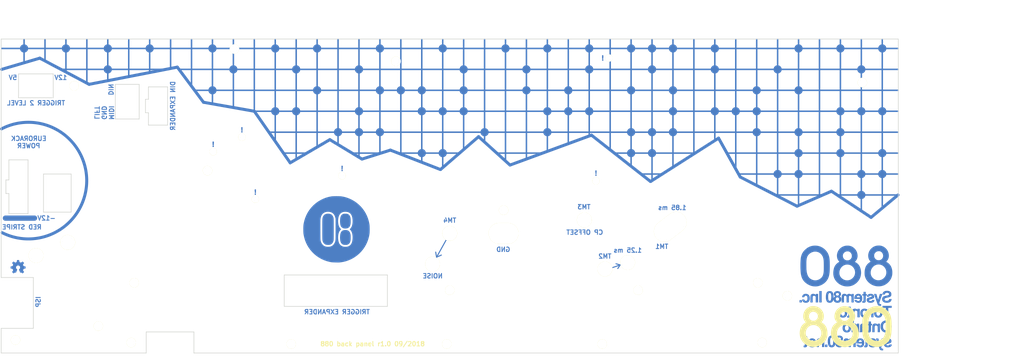
<source format=kicad_pcb>
(kicad_pcb (version 4) (host pcbnew 4.0.2-stable)
  (layers (0 F.Cu signal) (31 B.Cu signal) (34 B.Paste user) (35 F.Paste user) (36 B.SilkS user) (37 F.SilkS user hide) (38 B.Mask user) (39 F.Mask user) (44 Edge.Cuts user))
  (net 0 "")
  (module LOGO (layer B.Cu) (at 180.15 114.65 180)
    (fp_text reference G*** hide)
    (fp_text value LOGO hide)
    (fp_poly (pts (xy 0.321595 11.09311) (xy 0.703203 11.086846) (xy 1.056351 11.07562) (xy 1.364899 11.059434) (xy 1.612707 11.038289) (xy 1.704195 11.026549) (xy 2.635516 10.844959) (xy 3.547432 10.58275) (xy 4.434108 10.242876) (xy 5.28971 9.82829) (xy 6.108403 9.341946) (xy 6.884351 8.786797) (xy 7.611719 8.165796) (xy 7.89369 7.89369) (xy 8.549806 7.178533) (xy 9.136798 6.415359) (xy 9.653222 5.607016) (xy 10.09764 4.756351) (xy 10.468609 3.866213) (xy 10.764689 2.93945) (xy 10.984439 1.978909) (xy 11.035239 1.684743) (xy 11.066221 1.429145) (xy 11.089918 1.106943) (xy 11.106331 0.735884) (xy 11.115458 0.333715) (xy 11.1173 -0.081814) (xy 11.111857 -0.492958) (xy 11.099128 -0.881966) (xy 11.079115 -1.231093) (xy 11.051816 -1.522589) (xy 11.035239 -1.642409) (xy 10.838571 -2.61504) (xy 10.565721 -3.552617) (xy 10.217361 -4.453381) (xy 9.794167 -5.315573) (xy 9.338245 -6.074833) (xy 8.769212 -6.865372) (xy 8.141349 -7.596321) (xy 7.458084 -8.265473) (xy 6.722843 -8.870617) (xy 5.939055 -9.409546) (xy 5.110146 -9.88005) (xy 4.239544 -10.27992) (xy 3.330676 -10.606947) (xy 2.38697 -10.858923) (xy 1.7145 -10.988328) (xy 1.570448 -11.005563) (xy 1.362424 -11.022084) (xy 1.104928 -11.037472) (xy 0.81246 -11.051312) (xy 0.499521 -11.063184) (xy 0.180612 -11.072673) (xy -0.129768 -11.07936) (xy -0.417117 -11.082828) (xy -0.666935 -11.082659) (xy -0.864721 -11.078436) (xy -0.995975 -11.069741) (xy -1.016 -11.066937) (xy -1.105202 -11.053926) (xy -1.2522 -11.03444) (xy -1.430707 -11.011924) (xy -1.502833 -11.00311) (xy -2.314458 -10.866906) (xy -3.138062 -10.655793) (xy -3.959011 -10.375236) (xy -4.76267 -10.030699) (xy -5.534403 -9.627648) (xy -6.074833 -9.295912) (xy -6.866199 -8.726382) (xy -7.597639 -8.098308) (xy -8.267001 -7.415041) (xy -8.872133 -6.679929) (xy -9.410884 -5.896322) (xy -9.8811 -5.067568) (xy -10.280629 -4.197017) (xy -10.607319 -3.288019) (xy -10.859019 -2.343922) (xy -10.992906 -1.642409) (xy -11.023888 -1.386812) (xy -11.047585 -1.064609) (xy -11.063998 -0.69355) (xy -11.073125 -0.291382) (xy -11.074967 0.124148) (xy -11.069524 0.535291) (xy -11.056795 0.9243) (xy -11.036782 1.273426) (xy -11.009483 1.564923) (xy -10.992906 1.684743) (xy -10.796238 2.657373) (xy -10.768797 2.751667) (xy -5.375914 2.751667) (xy -5.351238 2.152788) (xy -5.276493 1.620171) (xy -5.150891 1.151226) (xy -4.973641 0.743368) (xy -4.743953 0.394009) (xy -4.609571 0.240845) (xy -4.507556 0.133406) (xy -4.433651 0.052523) (xy -4.402825 0.014608) (xy -4.402667 0.013965) (xy -4.431066 -0.018869) (xy -4.504603 -0.091315) (xy -4.582583 -0.164648) (xy -4.822545 -0.441649) (xy -5.021528 -0.788466) (xy -5.177929 -1.199965) (xy -5.290149 -1.671011) (xy -5.356586 -2.196469) (xy -5.375914 -2.709333) (xy -5.350398 -3.32389) (xy -5.273934 -3.870996) (xy -5.146354 -4.350948) (xy -4.967493 -4.764041) (xy -4.737183 -5.110573) (xy -4.455258 -5.390838) (xy -4.121551 -5.605134) (xy -3.735895 -5.753756) (xy -3.649911 -5.776259) (xy -3.453451 -5.808937) (xy -3.202969 -5.829342) (xy -2.928278 -5.83704) (xy -2.65919 -5.8316) (xy -2.425518 -5.812588) (xy -2.319834 -5.795561) (xy -1.940855 -5.675697) (xy -1.589085 -5.483772) (xy -1.278401 -5.230361) (xy -1.022679 -4.926038) (xy -0.894106 -4.709115) (xy -0.736822 -4.32373) (xy -0.619475 -3.876907) (xy -0.543859 -3.382796) (xy -0.511771 -2.855547) (xy -0.525006 -2.30931) (xy -0.551697 -2.010833) (xy -0.641624 -1.479666) (xy -0.784103 -1.011006) (xy -0.955022 -0.655294) (xy 0.317402 -0.655294) (xy 0.317406 -1.231901) (xy 0.317958 -1.735803) (xy 0.319507 -2.172979) (xy 0.3225 -2.549408) (xy 0.327382 -2.871072) (xy 0.334602 -3.14395) (xy 0.344607 -3.374021) (xy 0.357843 -3.567267) (xy 0.374757 -3.729666) (xy 0.395798 -3.8672) (xy 0.421411 -3.985847) (xy 0.452045 -4.091589) (xy 0.488145 -4.190404) (xy 0.53016 -4.288273) (xy 0.578536 -4.391176) (xy 0.63372 -4.505092) (xy 0.658111 -4.555732) (xy 0.883592 -4.93759) (xy 1.162032 -5.256031) (xy 1.489351 -5.507736) (xy 1.86147 -5.68939) (xy 2.159 -5.775844) (xy 2.452958 -5.818926) (xy 2.790431 -5.835906) (xy 3.13438 -5.826739) (xy 3.447763 -5.791379) (xy 3.521482 -5.777511) (xy 3.850619 -5.687672) (xy 4.131714 -5.559086) (xy 4.39198 -5.376864) (xy 4.596874 -5.189077) (xy 4.852001 -4.893748) (xy 5.05619 -4.562913) (xy 5.219023 -4.17925) (xy 5.301038 -3.915833) (xy 5.318206 -3.852512) (xy 5.333177 -3.790595) (xy 5.346129 -3.724015) (xy 5.357243 -3.646705) (xy 5.366698 -3.552598) (xy 5.374674 -3.435626) (xy 5.381351 -3.289723) (xy 5.386907 -3.108821) (xy 5.391524 -2.886854) (xy 5.395379 -2.617755) (xy 5.398654 -2.295455) (xy 5.401527 -1.913889) (xy 5.404178 -1.466989) (xy 5.406787 -0.948687) (xy 5.409534 -0.352918) (xy 5.410075 -0.232833) (xy 5.412733 0.455385) (xy 5.414106 1.062915) (xy 5.414158 1.59373) (xy 5.412849 2.051799) (xy 5.410144 2.441093) (xy 5.406002 2.765582) (xy 5.400388 3.029237) (xy 5.393264 3.236029) (xy 5.38459 3.389928) (xy 5.374652 3.4925) (xy 5.277945 4.003355) (xy 5.131063 4.448715) (xy 4.932246 4.832543) (xy 4.679737 5.158799) (xy 4.598763 5.240768) (xy 4.289934 5.493707) (xy 3.954853 5.680228) (xy 3.582455 5.80436) (xy 3.161676 5.87013) (xy 2.832522 5.883598) (xy 2.347414 5.850169) (xy 1.911973 5.748194) (xy 1.526495 5.577908) (xy 1.191277 5.339548) (xy 0.906616 5.033351) (xy 0.672809 4.659553) (xy 0.490154 4.218391) (xy 0.414396 3.958167) (xy 0.3175 3.577167) (xy 0.3175 0) (xy 0.317402 -0.655294) (xy -0.955022 -0.655294) (xy -0.978427 -0.606585) (xy -1.22389 -0.268138) (xy -1.293059 -0.194143) (xy -1.515786 0.032171) (xy -1.287979 0.257148) (xy -1.040172 0.559347) (xy -0.83803 0.929428) (xy -0.682864 1.363151) (xy -0.575989 1.856279) (xy -0.518717 2.404571) (xy -0.508695 2.772833) (xy -0.534428 3.357525) (xy -0.610877 3.887737) (xy -0.736914 4.359677) (xy -0.911414 4.769557) (xy -1.13325 5.113584) (xy -1.241707 5.239054) (xy -1.506215 5.478901) (xy -1.793191 5.656712) (xy -2.117052 5.778529) (xy -2.492212 5.850396) (xy -2.752207 5.872278) (xy -3.247992 5.867013) (xy -3.691041 5.796763) (xy -4.081675 5.661149) (xy -4.420212 5.459789) (xy -4.706973 5.192305) (xy -4.942277 4.858314) (xy -5.126444 4.457437) (xy -5.259794 3.989295) (xy -5.342646 3.453505) (xy -5.37532 2.849689) (xy -5.375914 2.751667) (xy -10.768797 2.751667) (xy -10.523388 3.594951) (xy -10.175028 4.495715) (xy -9.751834 5.357906) (xy -9.295912 6.117167) (xy -8.733578 6.897789) (xy -8.110836 7.622523) (xy -7.432362 8.28836) (xy -6.702836 8.892292) (xy -5.926936 9.43131) (xy -5.109342 9.902405) (xy -4.254731 10.302568) (xy -3.367781 10.628791) (xy -2.453173 10.878065) (xy -1.661862 11.026549) (xy -1.448438 11.050042) (xy -1.166633 11.068576) (xy -0.832587 11.08215) (xy -0.46244 11.090763) (xy -0.072333 11.094416) (xy 0.321595 11.09311)) (layer B.Cu) (width 0.01))
    (fp_poly (pts (xy -2.626193 -0.243835) (xy -2.367189 -0.282005) (xy -2.197974 -0.330989) (xy -1.929897 -0.46816) (xy -1.707245 -0.653637) (xy -1.526969 -0.893139) (xy -1.386023 -1.192387) (xy -1.281358 -1.557099) (xy -1.209927 -1.992995) (xy -1.186574 -2.228886) (xy -1.166177 -2.704107) (xy -1.181089 -3.170013) (xy -1.229327 -3.609532) (xy -1.308909 -4.005596) (xy -1.417853 -4.341135) (xy -1.43709 -4.386287) (xy -1.574419 -4.613777) (xy -1.769845 -4.828057) (xy -1.997743 -5.00328) (xy -2.110619 -5.065673) (xy -2.224125 -5.115974) (xy -2.330289 -5.149884) (xy -2.451488 -5.171177) (xy -2.610102 -5.18363) (xy -2.828508 -5.191018) (xy -2.8575 -5.191692) (xy -3.069242 -5.193502) (xy -3.261216 -5.189754) (xy -3.411166 -5.181211) (xy -3.4925 -5.169873) (xy -3.81626 -5.047687) (xy -4.095045 -4.866833) (xy -4.316851 -4.636585) (xy -4.437122 -4.440107) (xy -4.53073 -4.225621) (xy -4.601829 -4.008348) (xy -4.653036 -3.772309) (xy -4.686968 -3.501526) (xy -4.706242 -3.180021) (xy -4.713473 -2.791816) (xy -4.713627 -2.751667) (xy -4.713283 -2.449018) (xy -4.709448 -2.213485) (xy -4.70079 -2.027547) (xy -4.685974 -1.873679) (xy -4.663668 -1.73436) (xy -4.632538 -1.592067) (xy -4.622164 -1.549725) (xy -4.502351 -1.170954) (xy -4.347078 -0.864193) (xy -4.150845 -0.622262) (xy -3.90815 -0.437982) (xy -3.689227 -0.332062) (xy -3.475143 -0.273909) (xy -3.208034 -0.239806) (xy -2.915762 -0.229775) (xy -2.626193 -0.243835)) (layer B.Cu) (width 0.01))
    (fp_poly (pts (xy -2.686424 5.226606) (xy -2.516967 5.221593) (xy -2.39309 5.209763) (xy -2.295253 5.188293) (xy -2.203917 5.154363) (xy -2.110619 5.110591) (xy -1.85675 4.954667) (xy -1.648039 4.754502) (xy -1.481052 4.503226) (xy -1.352359 4.193972) (xy -1.258526 3.819871) (xy -1.196123 3.374053) (xy -1.185773 3.259667) (xy -1.165517 2.807878) (xy -1.177587 2.362792) (xy -1.219957 1.940496) (xy -1.290603 1.557075) (xy -1.3875 1.228618) (xy -1.463614 1.052188) (xy -1.648098 0.777751) (xy -1.891649 0.56055) (xy -2.189037 0.40274) (xy -2.535027 0.306474) (xy -2.92439 0.273909) (xy -3.292961 0.298887) (xy -3.649947 0.381787) (xy -3.957284 0.52817) (xy -4.209652 0.734447) (xy -4.401731 0.99703) (xy -4.440723 1.073197) (xy -4.535986 1.296426) (xy -4.60807 1.52087) (xy -4.659511 1.762637) (xy -4.692848 2.037833) (xy -4.710618 2.362567) (xy -4.715356 2.752945) (xy -4.715117 2.815167) (xy -4.707377 3.212228) (xy -4.68712 3.541416) (xy -4.651632 3.818955) (xy -4.598201 4.061068) (xy -4.524113 4.28398) (xy -4.435867 4.485034) (xy -4.281502 4.720281) (xy -4.067843 4.93012) (xy -3.820235 5.091236) (xy -3.734688 5.130022) (xy -3.6229 5.170905) (xy -3.51369 5.198652) (xy -3.386703 5.215705) (xy -3.221583 5.224505) (xy -2.997973 5.227495) (xy -2.921 5.227624) (xy -2.686424 5.226606)) (layer B.Cu) (width 0.01))
    (fp_poly (pts (xy 3.143209 5.232312) (xy 3.52079 5.166486) (xy 3.842932 5.040594) (xy 4.113652 4.852617) (xy 4.336971 4.600535) (xy 4.48725 4.345165) (xy 4.534755 4.247924) (xy 4.576454 4.157996) (xy 4.612724 4.069438) (xy 4.643945 3.976304) (xy 4.670495 3.872649) (xy 4.692753 3.752527) (xy 4.711096 3.609995) (xy 4.725904 3.439106) (xy 4.737555 3.233915) (xy 4.746427 2.988478) (xy 4.752899 2.696848) (xy 4.757349 2.353082) (xy 4.760155 1.951234) (xy 4.761697 1.485358) (xy 4.762352 0.94951) (xy 4.762499 0.337744) (xy 4.7625 0.021167) (xy 4.762462 -0.628454) (xy 4.762096 -1.199355) (xy 4.761021 -1.697482) (xy 4.75886 -2.128782) (xy 4.755232 -2.499201) (xy 4.749759 -2.814686) (xy 4.74206 -3.081182) (xy 4.731758 -3.304637) (xy 4.718471 -3.490997) (xy 4.701823 -3.646209) (xy 4.681432 -3.776218) (xy 4.656919 -3.886971) (xy 4.627906 -3.984415) (xy 4.594014 -4.074496) (xy 4.554862 -4.16316) (xy 4.510071 -4.256354) (xy 4.486625 -4.304102) (xy 4.318245 -4.567661) (xy 4.093339 -4.804837) (xy 3.835077 -4.993987) (xy 3.651108 -5.084572) (xy 3.439724 -5.143377) (xy 3.17443 -5.182134) (xy 2.883044 -5.200019) (xy 2.593387 -5.19621) (xy 2.333278 -5.169884) (xy 2.155145 -5.128841) (xy 1.834304 -4.985766) (xy 1.563684 -4.782186) (xy 1.339864 -4.514078) (xy 1.159418 -4.177423) (xy 1.029701 -3.806977) (xy 1.015933 -3.754195) (xy 1.003899 -3.695467) (xy 0.993482 -3.625053) (xy 0.984567 -3.53721) (xy 0.977039 -3.426195) (xy 0.97078 -3.286265) (xy 0.965676 -3.111677) (xy 0.96161 -2.89669) (xy 0.958468 -2.635561) (xy 0.956132 -2.322547) (xy 0.954488 -1.951905) (xy 0.953419 -1.517893) (xy 0.952809 -1.014769) (xy 0.952543 -0.436789) (xy 0.9525 0.021167) (xy 0.95245 0.672612) (xy 0.952554 1.245255) (xy 0.953191 1.744959) (xy 0.95474 2.177588) (xy 0.95758 2.549004) (xy 0.962091 2.865072) (xy 0.968652 3.131656) (xy 0.977642 3.354619) (xy 0.98944 3.539825) (xy 1.004426 3.693137) (xy 1.022979 3.820419) (xy 1.045479 3.927535) (xy 1.072304 4.020348) (xy 1.103834 4.104722) (xy 1.140448 4.186521) (xy 1.182526 4.271608) (xy 1.230446 4.365846) (xy 1.233976 4.372833) (xy 1.416124 4.669067) (xy 1.633532 4.898224) (xy 1.894535 5.065214) (xy 2.207466 5.174944) (xy 2.580658 5.232326) (xy 2.706169 5.24009) (xy 3.143209 5.232312)) (layer B.Cu) (width 0.01))
  )
  (module MyModules:SNAP_HOLE_0.125_INCH (layer F.Cu) (at 297.1 114.15 180)
    (fp_text reference SNAP-HOLE-0.125-INCH hide)
    (fp_text value VAL** hide)
    (pad "" np_thru_hole oval (at 5.35 0.35 217.5) (size 12 7) (drill oval 12 7) (layers *.Cu *.Mask F.SilkS))
  )
  (module LOGO (layer B.Cu) (at 350.4 145.15 180)
    (fp_text reference G*** hide)
    (fp_text value LOGO hide)
    (fp_poly (pts (xy -11.807893 -6.966832) (xy -11.738816 -7.193189) (xy -11.674339 -7.400235) (xy -11.616424 -7.58199) (xy -11.567034 -7.732474) (xy -11.52813 -7.845704) (xy -11.501677 -7.9157) (xy -11.489709 -7.936572) (xy -11.477241 -7.904565) (xy -11.451446 -7.824468) (xy -11.414499 -7.703526) (xy -11.368577 -7.548984) (xy -11.315855 -7.368089) (xy -11.258508 -7.168084) (xy -11.250572 -7.140159) (xy -11.189962 -6.926933) (xy -11.131459 -6.721596) (xy -11.077783 -6.533664) (xy -11.031655 -6.372651) (xy -10.995798 -6.248073) (xy -10.973219 -6.170419) (xy -10.916118 -5.976471) (xy -10.526088 -5.976471) (xy -10.369603 -5.977031) (xy -10.262057 -5.979468) (xy -10.194926 -5.984922) (xy -10.159689 -5.99453) (xy -10.147822 -6.009432) (xy -10.149647 -6.026754) (xy -10.166465 -6.080847) (xy -10.200094 -6.182016) (xy -10.248531 -6.324567) (xy -10.309772 -6.502806) (xy -10.381815 -6.71104) (xy -10.462656 -6.943575) (xy -10.550292 -7.194718) (xy -10.64272 -7.458775) (xy -10.737937 -7.730052) (xy -10.83394 -8.002855) (xy -10.928726 -8.271492) (xy -11.02029 -8.530268) (xy -11.106631 -8.77349) (xy -11.185745 -8.995464) (xy -11.25563 -9.190496) (xy -11.314281 -9.352894) (xy -11.359695 -9.476962) (xy -11.389871 -9.557008) (xy -11.401712 -9.585562) (xy -11.4992 -9.730559) (xy -11.626501 -9.839121) (xy -11.788874 -9.913665) (xy -11.991581 -9.956607) (xy -12.239553 -9.970362) (xy -12.527601 -9.970362) (xy -12.527601 -9.403716) (xy -12.357484 -9.406892) (xy -12.241385 -9.402736) (xy -12.160072 -9.381783) (xy -12.10607 -9.34996) (xy -12.007643 -9.256501) (xy -11.934431 -9.146919) (xy -11.897788 -9.039514) (xy -11.895623 -9.01074) (xy -11.905142 -8.967201) (xy -11.932437 -8.874991) (xy -11.975705 -8.739469) (xy -12.033141 -8.56599) (xy -12.10294 -8.359911) (xy -12.183298 -8.12659) (xy -12.272411 -7.871383) (xy -12.368475 -7.599647) (xy -12.412817 -7.475282) (xy -12.51097 -7.200245) (xy -12.603027 -6.941362) (xy -12.687209 -6.703705) (xy -12.761734 -6.492345) (xy -12.824823 -6.312352) (xy -12.874694 -6.1688) (xy -12.909567 -6.066758) (xy -12.927661 -6.011299) (xy -12.929864 -6.002714) (xy -12.902766 -5.99324) (xy -12.828002 -5.985331) (xy -12.715361 -5.979612) (xy -12.574634 -5.976707) (xy -12.518527 -5.976471) (xy -12.107191 -5.976471) (xy -11.807893 -6.966832)) (layer B.Cu) (width 0.01))
    (fp_poly (pts (xy -13.841505 -5.966666) (xy -13.584798 -6.02406) (xy -13.366487 -6.120834) (xy -13.184019 -6.257905) (xy -13.135397 -6.307555) (xy -13.023779 -6.458154) (xy -12.944043 -6.624491) (xy -12.904182 -6.788337) (xy -12.901131 -6.841762) (xy -12.901131 -6.924661) (xy -13.261195 -6.924661) (xy -13.412431 -6.923825) (xy -13.515784 -6.920462) (xy -13.580825 -6.913296) (xy -13.617123 -6.901045) (xy -13.634247 -6.882432) (xy -13.637418 -6.874378) (xy -13.677197 -6.763677) (xy -13.717274 -6.692573) (xy -13.769905 -6.644456) (xy -13.832692 -6.609693) (xy -13.965343 -6.564449) (xy -14.10437 -6.548767) (xy -14.239964 -6.559451) (xy -14.362312 -6.593308) (xy -14.461605 -6.647143) (xy -14.528031 -6.717762) (xy -14.55178 -6.801971) (xy -14.546304 -6.842038) (xy -14.533461 -6.872463) (xy -14.507622 -6.900576) (xy -14.462356 -6.929007) (xy -14.391235 -6.960382) (xy -14.287829 -6.99733) (xy -14.145709 -7.042479) (xy -13.958444 -7.098457) (xy -13.820588 -7.13867) (xy -13.641084 -7.192537) (xy -13.472598 -7.246404) (xy -13.325968 -7.296552) (xy -13.21203 -7.339261) (xy -13.14162 -7.370812) (xy -13.137535 -7.373125) (xy -13.001652 -7.484686) (xy -12.900194 -7.634693) (xy -12.837902 -7.812388) (xy -12.819518 -8.00701) (xy -12.824952 -8.082509) (xy -12.863067 -8.244593) (xy -12.934255 -8.413311) (xy -13.027696 -8.567593) (xy -13.132569 -8.686372) (xy -13.137105 -8.690307) (xy -13.309307 -8.803079) (xy -13.524149 -8.886495) (xy -13.774087 -8.939193) (xy -14.051575 -8.959813) (xy -14.349066 -8.946991) (xy -14.474946 -8.931768) (xy -14.72773 -8.875029) (xy -14.946409 -8.784234) (xy -15.126922 -8.663041) (xy -15.265205 -8.515106) (xy -15.357193 -8.344088) (xy -15.398824 -8.153642) (xy -15.400904 -8.098428) (xy -15.400904 -7.987783) (xy -14.687705 -7.987783) (xy -14.624733 -8.117866) (xy -14.566291 -8.210737) (xy -14.498527 -8.278582) (xy -14.479225 -8.290629) (xy -14.355742 -8.332283) (xy -14.202576 -8.351681) (xy -14.037434 -8.349867) (xy -13.878022 -8.327882) (xy -13.742045 -8.286772) (xy -13.664302 -8.24262) (xy -13.602513 -8.163814) (xy -13.592826 -8.075046) (xy -13.635177 -7.990452) (xy -13.665615 -7.961777) (xy -13.722282 -7.930209) (xy -13.820185 -7.888552) (xy -13.945266 -7.842368) (xy -14.075061 -7.799797) (xy -14.321124 -7.723858) (xy -14.518696 -7.66221) (xy -14.674224 -7.612284) (xy -14.794154 -7.571512) (xy -14.884932 -7.537325) (xy -14.953005 -7.507155) (xy -15.00482 -7.478433) (xy -15.046822 -7.448593) (xy -15.085459 -7.415064) (xy -15.117728 -7.38439) (xy -15.220876 -7.263555) (xy -15.283271 -7.132782) (xy -15.309424 -6.978164) (xy -15.305558 -6.805354) (xy -15.26153 -6.581899) (xy -15.170292 -6.389337) (xy -15.034115 -6.229338) (xy -14.85527 -6.103571) (xy -14.636026 -6.013706) (xy -14.378655 -5.961413) (xy -14.139159 -5.947738) (xy -13.841505 -5.966666)) (layer B.Cu) (width 0.01))
    (fp_poly (pts (xy -8.717908 -5.965406) (xy -8.469191 -6.017169) (xy -8.258033 -6.105042) (xy -8.079666 -6.230614) (xy -8.034732 -6.272964) (xy -7.904099 -6.433898) (xy -7.82277 -6.611253) (xy -7.788529 -6.769965) (xy -7.767537 -6.924661) (xy -8.136257 -6.924661) (xy -8.290022 -6.923751) (xy -8.395046 -6.92032) (xy -8.460033 -6.913316) (xy -8.493689 -6.901688) (xy -8.50472 -6.884386) (xy -8.504977 -6.880135) (xy -8.517624 -6.824808) (xy -8.548235 -6.751989) (xy -8.549982 -6.748578) (xy -8.621751 -6.663691) (xy -8.728795 -6.602369) (xy -8.858591 -6.564804) (xy -8.998615 -6.551187) (xy -9.136344 -6.561708) (xy -9.259254 -6.59656) (xy -9.354822 -6.655934) (xy -9.408964 -6.735461) (xy -9.423803 -6.789923) (xy -9.422135 -6.836305) (xy -9.398523 -6.877695) (xy -9.347527 -6.917184) (xy -9.26371 -6.957862) (xy -9.141632 -7.002819) (xy -8.975855 -7.055144) (xy -8.760941 -7.117927) (xy -8.710414 -7.132344) (xy -8.487337 -7.197024) (xy -8.312041 -7.251289) (xy -8.17654 -7.298599) (xy -8.072849 -7.342414) (xy -7.992984 -7.386195) (xy -7.928959 -7.433401) (xy -7.872789 -7.487492) (xy -7.860872 -7.500462) (xy -7.771486 -7.629288) (xy -7.720063 -7.780764) (xy -7.70371 -7.965437) (xy -7.706982 -8.061546) (xy -7.74779 -8.284362) (xy -7.840721 -8.483264) (xy -7.986349 -8.659444) (xy -8.002465 -8.6746) (xy -8.160515 -8.785437) (xy -8.361665 -8.870797) (xy -8.596653 -8.928884) (xy -8.856218 -8.957899) (xy -9.131099 -8.956046) (xy -9.338235 -8.933849) (xy -9.612541 -8.872638) (xy -9.839565 -8.778878) (xy -10.019459 -8.652456) (xy -10.152378 -8.49326) (xy -10.238474 -8.301178) (xy -10.247715 -8.268157) (xy -10.276359 -8.156832) (xy -10.289713 -8.079666) (xy -10.28045 -8.030415) (xy -10.241244 -8.002838) (xy -10.164768 -7.99069) (xy -10.043696 -7.98773) (xy -9.918668 -7.987783) (xy -9.55091 -7.987783) (xy -9.516331 -8.08341) (xy -9.453804 -8.198455) (xy -9.357928 -8.277858) (xy -9.219693 -8.328342) (xy -9.175833 -8.337536) (xy -9.008805 -8.355239) (xy -8.851334 -8.347687) (xy -8.710716 -8.318383) (xy -8.594246 -8.270829) (xy -8.509222 -8.208527) (xy -8.462938 -8.134981) (xy -8.462692 -8.053694) (xy -8.485396 -8.006076) (xy -8.504741 -7.982136) (xy -8.53396 -7.958741) (xy -8.578856 -7.933697) (xy -8.645232 -7.904814) (xy -8.738891 -7.869898) (xy -8.865635 -7.826758) (xy -9.031268 -7.773203) (xy -9.241592 -7.707039) (xy -9.441381 -7.644966) (xy -9.633679 -7.580709) (xy -9.79174 -7.51828) (xy -9.906407 -7.461446) (xy -9.939521 -7.440079) (xy -10.064382 -7.316282) (xy -10.144373 -7.157785) (xy -10.179997 -6.963456) (xy -10.182111 -6.895928) (xy -10.157606 -6.661775) (xy -10.085285 -6.457871) (xy -9.967162 -6.285845) (xy -9.805252 -6.147323) (xy -9.601569 -6.043934) (xy -9.358128 -5.977304) (xy -9.076944 -5.949061) (xy -9.008951 -5.948163) (xy -8.717908 -5.965406)) (layer B.Cu) (width 0.01))
    (fp_poly (pts (xy -6.63733 -6.033937) (xy -6.235067 -6.033937) (xy -6.235067 -6.551132) (xy -6.639748 -6.551132) (xy -6.631355 -7.412137) (xy -6.628788 -7.67234) (xy -6.625701 -7.880781) (xy -6.620596 -8.043157) (xy -6.611975 -8.165164) (xy -6.598339 -8.252498) (xy -6.57819 -8.310855) (xy -6.55003 -8.345931) (xy -6.51236 -8.363423) (xy -6.463682 -8.369027) (xy -6.402499 -8.368438) (xy -6.37996 -8.367871) (xy -6.235067 -8.36457) (xy -6.235067 -8.632831) (xy -6.23653 -8.761479) (xy -6.242223 -8.843927) (xy -6.254108 -8.891398) (xy -6.274146 -8.915111) (xy -6.28535 -8.920641) (xy -6.349955 -8.934258) (xy -6.453822 -8.944491) (xy -6.578822 -8.95082) (xy -6.706822 -8.952723) (xy -6.819691 -8.949681) (xy -6.899298 -8.941172) (xy -6.910294 -8.938586) (xy -7.042289 -8.894788) (xy -7.137491 -8.84391) (xy -7.216436 -8.77493) (xy -7.21765 -8.77365) (xy -7.260538 -8.726446) (xy -7.295368 -8.68039) (xy -7.322975 -8.629158) (xy -7.344198 -8.566424) (xy -7.359874 -8.485863) (xy -7.370841 -8.381149) (xy -7.377937 -8.245957) (xy -7.382 -8.073961) (xy -7.383867 -7.858837) (xy -7.384375 -7.594257) (xy -7.384389 -7.514611) (xy -7.384389 -6.551132) (xy -7.757918 -6.551132) (xy -7.757918 -6.033937) (xy -7.384389 -6.033937) (xy -7.384389 -5.286878) (xy -6.63733 -5.286878) (xy -6.63733 -6.033937)) (layer B.Cu) (width 0.01))
    (fp_poly (pts (xy -4.740649 -5.956639) (xy -4.510086 -5.99625) (xy -4.290698 -6.07739) (xy -4.254899 -6.094734) (xy -4.09952 -6.194613) (xy -3.947753 -6.330973) (xy -3.817788 -6.48545) (xy -3.738739 -6.615847) (xy -3.66638 -6.802101) (xy -3.609569 -7.020944) (xy -3.57346 -7.248449) (xy -3.562895 -7.432085) (xy -3.562895 -7.67172) (xy -5.458176 -7.67172) (xy -5.441722 -7.808202) (xy -5.418784 -7.913502) (xy -5.378024 -8.034141) (xy -5.348889 -8.10093) (xy -5.278737 -8.219248) (xy -5.197614 -8.297202) (xy -5.093373 -8.341001) (xy -4.953867 -8.356855) (xy -4.850638 -8.355637) (xy -4.697353 -8.341148) (xy -4.584135 -8.306581) (xy -4.494793 -8.243568) (xy -4.413132 -8.143742) (xy -4.398523 -8.122013) (xy -4.329059 -8.016516) (xy -3.960344 -8.016516) (xy -3.802402 -8.017789) (xy -3.694275 -8.022138) (xy -3.628356 -8.030356) (xy -3.59704 -8.043239) (xy -3.591628 -8.055027) (xy -3.609553 -8.128091) (xy -3.657439 -8.229292) (xy -3.726454 -8.344368) (xy -3.807768 -8.459058) (xy -3.89255 -8.559103) (xy -3.922116 -8.588691) (xy -4.135129 -8.751498) (xy -4.378115 -8.868715) (xy -4.643815 -8.938527) (xy -4.92497 -8.959116) (xy -5.214321 -8.928668) (xy -5.250928 -8.921134) (xy -5.496156 -8.840916) (xy -5.707559 -8.715411) (xy -5.883671 -8.546823) (xy -6.023021 -8.337355) (xy -6.124144 -8.089211) (xy -6.18557 -7.804595) (xy -6.205835 -7.487542) (xy -6.188203 -7.168652) (xy -6.185504 -7.154525) (xy -5.437887 -7.154525) (xy -4.337592 -7.154525) (xy -4.355087 -7.07551) (xy -4.415287 -6.875878) (xy -4.49819 -6.726035) (xy -4.607359 -6.621585) (xy -4.746357 -6.558131) (xy -4.781674 -6.549152) (xy -4.953129 -6.536504) (xy -5.106521 -6.575759) (xy -5.236419 -6.662759) (xy -5.337388 -6.793346) (xy -5.403994 -6.963361) (xy -5.419087 -7.036957) (xy -5.437887 -7.154525) (xy -6.185504 -7.154525) (xy -6.135159 -6.891085) (xy -6.044719 -6.64942) (xy -5.914897 -6.438237) (xy -5.758593 -6.265854) (xy -5.594338 -6.132491) (xy -5.425197 -6.040715) (xy -5.235272 -5.984023) (xy -5.008668 -5.955912) (xy -4.999547 -5.955346) (xy -4.740649 -5.956639)) (layer B.Cu) (width 0.01))
    (fp_poly (pts (xy 4.994298 -5.06171) (xy 5.17774 -5.113249) (xy 5.376138 -5.218353) (xy 5.54864 -5.372764) (xy 5.692897 -5.573365) (xy 5.806559 -5.817042) (xy 5.872205 -6.033937) (xy 5.91896 -6.283718) (xy 5.950015 -6.571499) (xy 5.965095 -6.879925) (xy 5.963925 -7.191637) (xy 5.946232 -7.489281) (xy 5.911739 -7.755499) (xy 5.900402 -7.815385) (xy 5.822266 -8.116192) (xy 5.719566 -8.366707) (xy 5.589958 -8.569631) (xy 5.431097 -8.72767) (xy 5.240639 -8.843528) (xy 5.016239 -8.919907) (xy 4.92665 -8.938267) (xy 4.654435 -8.961622) (xy 4.398929 -8.936128) (xy 4.165548 -8.864085) (xy 3.959707 -8.747791) (xy 3.786821 -8.589547) (xy 3.656092 -8.398823) (xy 3.602042 -8.28182) (xy 3.547868 -8.138514) (xy 3.49958 -7.987859) (xy 3.463188 -7.848808) (xy 3.444702 -7.740315) (xy 3.443945 -7.729763) (xy 3.439746 -7.721128) (xy 3.432078 -7.76141) (xy 3.422363 -7.842268) (xy 3.418945 -7.876482) (xy 3.368464 -8.128602) (xy 3.270704 -8.352674) (xy 3.13001 -8.545899) (xy 2.950726 -8.705477) (xy 2.737195 -8.828607) (xy 2.493763 -8.91249) (xy 2.224772 -8.954326) (xy 1.934568 -8.951315) (xy 1.781448 -8.931883) (xy 1.540448 -8.86508) (xy 1.316495 -8.750881) (xy 1.119653 -8.596604) (xy 0.959985 -8.409565) (xy 0.883291 -8.278774) (xy 0.841947 -8.191188) (xy 0.815063 -8.11871) (xy 0.799544 -8.044537) (xy 0.792298 -7.95187) (xy 0.790232 -7.823908) (xy 0.790159 -7.772929) (xy 0.791542 -7.654892) (xy 1.536563 -7.654892) (xy 1.538119 -7.817787) (xy 1.57841 -7.972905) (xy 1.659485 -8.10871) (xy 1.699908 -8.151451) (xy 1.838887 -8.24396) (xy 2.002368 -8.29302) (xy 2.174632 -8.296228) (xy 2.339959 -8.251177) (xy 2.342931 -8.249838) (xy 2.483371 -8.157028) (xy 2.586294 -8.029791) (xy 2.649673 -7.878896) (xy 2.671482 -7.715113) (xy 2.649696 -7.549211) (xy 2.60881 -7.453828) (xy 3.392767 -7.453828) (xy 3.398049 -7.491095) (xy 3.407858 -7.49154) (xy 3.414717 -7.453084) (xy 3.410126 -7.436468) (xy 3.397368 -7.425585) (xy 3.392767 -7.453828) (xy 2.60881 -7.453828) (xy 2.582289 -7.391959) (xy 2.520205 -7.307492) (xy 2.44372 -7.234807) (xy 2.36146 -7.177288) (xy 2.335931 -7.164612) (xy 2.223785 -7.136347) (xy 2.086455 -7.126983) (xy 1.953066 -7.137049) (xy 1.876701 -7.156288) (xy 1.743812 -7.234919) (xy 1.641459 -7.351922) (xy 1.571693 -7.495758) (xy 1.536563 -7.654892) (xy 0.791542 -7.654892) (xy 0.791918 -7.62282) (xy 0.798759 -7.51396) (xy 0.813028 -7.430194) (xy 0.837069 -7.355371) (xy 0.857899 -7.306415) (xy 0.933122 -7.181948) (xy 1.043831 -7.050546) (xy 1.173656 -6.930047) (xy 1.264254 -6.863599) (xy 1.336086 -6.817074) (xy 1.183807 -6.680154) (xy 1.057763 -6.554278) (xy 0.975205 -6.435237) (xy 0.928074 -6.305021) (xy 0.90831 -6.145619) (xy 0.906199 -6.059773) (xy 0.906352 -6.047032) (xy 1.585583 -6.047032) (xy 1.585999 -6.150506) (xy 1.599481 -6.260454) (xy 1.626285 -6.336705) (xy 1.67517 -6.402848) (xy 1.682718 -6.410995) (xy 1.758767 -6.478875) (xy 1.838936 -6.532111) (xy 1.853281 -6.53914) (xy 1.974219 -6.57097) (xy 2.120675 -6.578156) (xy 2.266635 -6.561486) (xy 2.383567 -6.523049) (xy 2.511592 -6.429543) (xy 2.59609 -6.308884) (xy 2.636016 -6.172149) (xy 2.630324 -6.03041) (xy 2.577971 -5.894742) (xy 2.477912 -5.77622) (xy 2.455711 -5.75829) (xy 2.327805 -5.692837) (xy 2.171904 -5.661265) (xy 2.007332 -5.664851) (xy 1.853416 -5.704872) (xy 1.826888 -5.716741) (xy 1.698179 -5.801048) (xy 1.61905 -5.908793) (xy 1.585583 -6.047032) (xy 0.906352 -6.047032) (xy 0.907739 -5.93218) (xy 0.917106 -5.839377) (xy 0.939362 -5.758753) (xy 0.979573 -5.667697) (xy 1.005657 -5.615764) (xy 1.137418 -5.418758) (xy 1.310463 -5.260265) (xy 1.52199 -5.141941) (xy 1.769196 -5.065442) (xy 1.988378 -5.035631) (xy 2.272824 -5.039781) (xy 2.535359 -5.091895) (xy 2.77076 -5.190277) (xy 2.973807 -5.333229) (xy 3.011273 -5.36819) (xy 3.138944 -5.511837) (xy 3.22317 -5.656884) (xy 3.270633 -5.819721) (xy 3.288012 -6.016744) (xy 3.288426 -6.048304) (xy 3.27947 -6.229778) (xy 3.245578 -6.378225) (xy 3.179752 -6.507161) (xy 3.074994 -6.630098) (xy 2.924308 -6.76055) (xy 2.916403 -6.76676) (xy 2.876794 -6.801868) (xy 2.882346 -6.824664) (xy 2.914843 -6.846662) (xy 3.016245 -6.92295) (xy 3.126199 -7.02583) (xy 3.227745 -7.137638) (xy 3.303926 -7.240707) (xy 3.320087 -7.268787) (xy 3.387823 -7.398756) (xy 3.389396 -7.05396) (xy 3.394188 -6.921921) (xy 4.158789 -6.921921) (xy 4.162346 -7.216074) (xy 4.17939 -7.484425) (xy 4.209168 -7.720339) (xy 4.250924 -7.917182) (xy 4.303905 -8.068322) (xy 4.343443 -8.138126) (xy 4.44503 -8.234358) (xy 4.575238 -8.289167) (xy 4.719743 -8.299318) (xy 4.864223 -8.261574) (xy 4.872637 -8.257688) (xy 4.958553 -8.201814) (xy 5.028551 -8.120276) (xy 5.084125 -8.007859) (xy 5.126764 -7.859345) (xy 5.157962 -7.669517) (xy 5.179208 -7.433159) (xy 5.191995 -7.145053) (xy 5.192135 -7.140159) (xy 5.196065 -6.816378) (xy 5.187356 -6.543404) (xy 5.165013 -6.315772) (xy 5.128041 -6.128015) (xy 5.075448 -5.974666) (xy 5.006239 -5.85026) (xy 4.9436 -5.773469) (xy 4.87304 -5.705825) (xy 4.813298 -5.672155) (xy 4.739918 -5.66107) (xy 4.700873 -5.660408) (xy 4.561936 -5.675867) (xy 4.44756 -5.72477) (xy 4.355622 -5.810907) (xy 4.283996 -5.938068) (xy 4.230559 -6.110042) (xy 4.193188 -6.330619) (xy 4.169759 -6.603588) (xy 4.169475 -6.608598) (xy 4.158789 -6.921921) (xy 3.394188 -6.921921) (xy 3.404539 -6.636788) (xy 3.446099 -6.270071) (xy 3.514333 -5.953097) (xy 3.6095 -5.685152) (xy 3.731858 -5.465526) (xy 3.881664 -5.293505) (xy 4.059175 -5.168378) (xy 4.074826 -5.160248) (xy 4.278579 -5.084077) (xy 4.511569 -5.04176) (xy 4.756056 -5.034052) (xy 4.994298 -5.06171)) (layer B.Cu) (width 0.01))
    (fp_poly (pts (xy 11.33641 -5.954951) (xy 11.482741 -5.968825) (xy 11.601224 -5.99427) (xy 11.721338 -6.03885) (xy 11.79584 -6.072872) (xy 12.01476 -6.202569) (xy 12.194151 -6.36633) (xy 12.335608 -6.566966) (xy 12.440723 -6.807287) (xy 12.511088 -7.090107) (xy 12.547066 -7.398669) (xy 12.565003 -7.67172) (xy 10.651916 -7.67172) (xy 10.668244 -7.829923) (xy 10.704717 -7.993857) (xy 10.773959 -8.143284) (xy 10.866834 -8.260091) (xy 10.89846 -8.28645) (xy 10.968721 -8.32361) (xy 11.065899 -8.34574) (xy 11.185791 -8.355821) (xy 11.307078 -8.358027) (xy 11.394672 -8.348056) (xy 11.471769 -8.321851) (xy 11.521946 -8.297015) (xy 11.637053 -8.213769) (xy 11.708711 -8.122518) (xy 11.766177 -8.016672) (xy 12.146773 -8.016594) (xy 12.527368 -8.016516) (xy 12.472079 -8.162026) (xy 12.358621 -8.381574) (xy 12.198191 -8.573988) (xy 11.997231 -8.733336) (xy 11.76218 -8.853684) (xy 11.694242 -8.878542) (xy 11.540047 -8.917244) (xy 11.357214 -8.943063) (xy 11.168056 -8.95441) (xy 10.994885 -8.9497) (xy 10.892932 -8.935539) (xy 10.650855 -8.857358) (xy 10.432758 -8.733417) (xy 10.247015 -8.570165) (xy 10.102001 -8.374049) (xy 10.060345 -8.294449) (xy 9.988196 -8.120873) (xy 9.940034 -7.951628) (xy 9.912363 -7.768603) (xy 9.901685 -7.553685) (xy 9.901303 -7.470589) (xy 9.922445 -7.154525) (xy 10.661392 -7.154525) (xy 11.206601 -7.154525) (xy 11.396485 -7.154188) (xy 11.536455 -7.152694) (xy 11.634058 -7.149318) (xy 11.696846 -7.143336) (xy 11.732368 -7.134021) (xy 11.748173 -7.120651) (xy 11.75181 -7.102498) (xy 11.75181 -7.102178) (xy 11.734792 -7.001539) (xy 11.690651 -6.881111) (xy 11.62976 -6.764654) (xy 11.568389 -6.682002) (xy 11.44196 -6.587386) (xy 11.292398 -6.538913) (xy 11.132635 -6.537985) (xy 10.975601 -6.586003) (xy 10.927122 -6.612497) (xy 10.85412 -6.68089) (xy 10.782033 -6.787765) (xy 10.720995 -6.914884) (xy 10.68114 -7.044007) (xy 10.677839 -7.061143) (xy 10.661392 -7.154525) (xy 9.922445 -7.154525) (xy 9.923507 -7.138663) (xy 9.986352 -6.844312) (xy 10.088394 -6.589065) (xy 10.228185 -6.374447) (xy 10.404279 -6.201988) (xy 10.615231 -6.073213) (xy 10.859594 -5.98965) (xy 11.135922 -5.952828) (xy 11.33641 -5.954951)) (layer B.Cu) (width 0.01))
    (fp_poly (pts (xy 13.648191 -6.033937) (xy 14.050453 -6.033937) (xy 14.050453 -6.551132) (xy 13.648191 -6.551132) (xy 13.648191 -7.407631) (xy 13.648211 -7.668795) (xy 13.649223 -7.878172) (xy 13.652647 -8.04144) (xy 13.659907 -8.164276) (xy 13.672425 -8.252358) (xy 13.691625 -8.311363) (xy 13.718929 -8.346969) (xy 13.755759 -8.364854) (xy 13.803539 -8.370695) (xy 13.863691 -8.370169) (xy 13.889226 -8.369501) (xy 14.050453 -8.365726) (xy 14.050453 -8.633132) (xy 14.050226 -8.755801) (xy 14.043353 -8.839351) (xy 14.020549 -8.891997) (xy 13.972526 -8.921958) (xy 13.889999 -8.937448) (xy 13.763682 -8.946685) (xy 13.69129 -8.950919) (xy 13.500497 -8.951932) (xy 13.34532 -8.931305) (xy 13.322573 -8.925437) (xy 13.16941 -8.865958) (xy 13.055133 -8.779648) (xy 12.962866 -8.653555) (xy 12.958598 -8.646098) (xy 12.886765 -8.519344) (xy 12.868965 -6.551132) (xy 12.527602 -6.551132) (xy 12.527602 -6.033937) (xy 12.872399 -6.033937) (xy 12.872399 -5.286878) (xy 13.648191 -5.286878) (xy 13.648191 -6.033937)) (layer B.Cu) (width 0.01))
    (fp_poly (pts (xy -1.678165 -5.955436) (xy -1.49762 -5.991198) (xy -1.342707 -6.064741) (xy -1.201779 -6.179877) (xy -1.200016 -6.181636) (xy -1.055702 -6.325951) (xy -0.937297 -6.210052) (xy -0.780488 -6.086239) (xy -0.601985 -6.004766) (xy -0.390813 -5.961224) (xy -0.299071 -5.953672) (xy -0.080376 -5.954749) (xy 0.09976 -5.986954) (xy 0.253398 -6.054206) (xy 0.392594 -6.160425) (xy 0.42072 -6.187648) (xy 0.477087 -6.24543) (xy 0.523865 -6.299537) (xy 0.561947 -6.35578) (xy 0.592227 -6.41997) (xy 0.615599 -6.497916) (xy 0.632957 -6.59543) (xy 0.645194 -6.718321) (xy 0.653204 -6.8724) (xy 0.657882 -7.063478) (xy 0.660121 -7.297365) (xy 0.660814 -7.579871) (xy 0.66086 -7.748768) (xy 0.66086 -8.849774) (xy -0.086199 -8.849774) (xy -0.086199 -7.87001) (xy -0.086503 -7.600702) (xy -0.087596 -7.38272) (xy -0.089743 -7.209926) (xy -0.093212 -7.076182) (xy -0.09827 -6.97535) (xy -0.105186 -6.901292) (xy -0.114225 -6.847871) (xy -0.125655 -6.808949) (xy -0.133173 -6.791256) (xy -0.209103 -6.692233) (xy -0.317667 -6.628819) (xy -0.446262 -6.60119) (xy -0.58228 -6.609517) (xy -0.713118 -6.653976) (xy -0.826171 -6.73474) (xy -0.866533 -6.78115) (xy -0.896279 -6.832251) (xy -0.920474 -6.901549) (xy -0.939612 -6.99462) (xy -0.954187 -7.117037) (xy -0.964694 -7.274376) (xy -0.971628 -7.472213) (xy -0.975482 -7.716122) (xy -0.976752 -8.011677) (xy -0.976756 -8.0237) (xy -0.976923 -8.849774) (xy -1.723981 -8.849774) (xy -1.723981 -7.857058) (xy -1.724211 -7.574342) (xy -1.725466 -7.343319) (xy -1.728597 -7.158217) (xy -1.734453 -7.013265) (xy -1.743883 -6.902689) (xy -1.757739 -6.820718) (xy -1.776869 -6.761578) (xy -1.802124 -6.719498) (xy -1.834353 -6.688706) (xy -1.874405 -6.663429) (xy -1.90185 -6.648868) (xy -2.024494 -6.610995) (xy -2.166506 -6.604705) (xy -2.301162 -6.629571) (xy -2.362143 -6.656223) (xy -2.437654 -6.719869) (xy -2.506586 -6.811402) (xy -2.521323 -6.838024) (xy -2.539005 -6.874586) (xy -2.553129 -6.911364) (xy -2.564096 -6.954963) (xy -2.572303 -7.01199) (xy -2.578151 -7.089049) (xy -2.582038 -7.192746) (xy -2.584365 -7.329688) (xy -2.585529 -7.50648) (xy -2.585931 -7.729727) (xy -2.585972 -7.907672) (xy -2.585972 -8.849774) (xy -3.361764 -8.849774) (xy -3.361764 -5.976471) (xy -2.614705 -5.976471) (xy -2.614705 -6.327881) (xy -2.49259 -6.208972) (xy -2.340711 -6.084475) (xy -2.180343 -6.004784) (xy -1.994216 -5.96251) (xy -1.895986 -5.953638) (xy -1.678165 -5.955436)) (layer B.Cu) (width 0.01))
    (fp_poly (pts (xy 6.895928 -8.849774) (xy 6.091403 -8.849774) (xy 6.091403 -8.045249) (xy 6.895928 -8.045249) (xy 6.895928 -8.849774)) (layer B.Cu) (width 0.01))
    (fp_poly (pts (xy 8.910597 -5.959994) (xy 9.134257 -6.012214) (xy 9.325292 -6.110876) (xy 9.482502 -6.255385) (xy 9.59101 -6.418289) (xy 9.668666 -6.565498) (xy 9.677086 -7.707636) (xy 9.685507 -8.849774) (xy 8.935973 -8.849774) (xy 8.935973 -7.902166) (xy 8.935486 -7.617697) (xy 8.93349 -7.384829) (xy 8.929185 -7.197698) (xy 8.921772 -7.050443) (xy 8.91045 -6.937202) (xy 8.894418 -6.852112) (xy 8.872878 -6.789313) (xy 8.845027 -6.742942) (xy 8.810067 -6.707136) (xy 8.76874 -6.677043) (xy 8.63257 -6.618998) (xy 8.473992 -6.599489) (xy 8.31215 -6.617354) (xy 8.166188 -6.671433) (xy 8.097788 -6.717719) (xy 8.047043 -6.762609) (xy 8.005953 -6.807432) (xy 7.973496 -6.858558) (xy 7.94865 -6.922357) (xy 7.930394 -7.005199) (xy 7.917707 -7.113455) (xy 7.909568 -7.253495) (xy 7.904955 -7.431689) (xy 7.902847 -7.654406) (xy 7.902222 -7.928018) (xy 7.902215 -7.9375) (xy 7.901584 -8.849774) (xy 7.154525 -8.849774) (xy 7.154525 -5.976471) (xy 7.901584 -5.976471) (xy 7.901584 -6.34015) (xy 8.025391 -6.221522) (xy 8.192549 -6.090262) (xy 8.376762 -6.005118) (xy 8.59106 -5.960575) (xy 8.655512 -5.954811) (xy 8.910597 -5.959994)) (layer B.Cu) (width 0.01))
    (fp_poly (pts (xy -13.264591 0.014685) (xy -12.957418 -0.050201) (xy -12.670769 -0.167364) (xy -12.407384 -0.336039) (xy -12.233755 -0.488887) (xy -12.027918 -0.731667) (xy -11.867375 -1.006144) (xy -11.749614 -1.31678) (xy -11.732152 -1.379186) (xy -11.705932 -1.519795) (xy -11.688649 -1.699673) (xy -11.680285 -1.902616) (xy -11.680823 -2.112419) (xy -11.690248 -2.312878) (xy -11.708542 -2.487789) (xy -11.733423 -2.613044) (xy -11.845747 -2.925147) (xy -11.998367 -3.205818) (xy -12.187274 -3.450073) (xy -12.40846 -3.652925) (xy -12.657918 -3.809389) (xy -12.718154 -3.83797) (xy -12.944892 -3.916231) (xy -13.204762 -3.967257) (xy -13.479446 -3.989408) (xy -13.750628 -3.981046) (xy -13.962184 -3.949269) (xy -14.249771 -3.858337) (xy -14.513891 -3.717811) (xy -14.750081 -3.532332) (xy -14.953874 -3.306541) (xy -15.120805 -3.045078) (xy -15.246408 -2.752585) (xy -15.301672 -2.55724) (xy -15.333724 -2.360277) (xy -15.350006 -2.130236) (xy -15.35042 -1.991177) (xy -14.538489 -1.991177) (xy -14.517455 -2.290279) (xy -14.456669 -2.557141) (xy -14.358091 -2.788604) (xy -14.223682 -2.98151) (xy -14.0554 -3.132699) (xy -13.855207 -3.239013) (xy -13.742018 -3.274795) (xy -13.602174 -3.29229) (xy -13.43694 -3.286749) (xy -13.272434 -3.260619) (xy -13.139005 -3.218249) (xy -12.968379 -3.126431) (xy -12.834215 -3.012521) (xy -12.720262 -2.865924) (xy -12.617247 -2.688634) (xy -12.547369 -2.510662) (xy -12.506207 -2.315713) (xy -12.489338 -2.08749) (xy -12.488356 -2.011313) (xy -12.507632 -1.696494) (xy -12.566451 -1.420908) (xy -12.664346 -1.185517) (xy -12.800848 -0.991281) (xy -12.975489 -0.839162) (xy -13.092649 -0.771308) (xy -13.211055 -0.718654) (xy -13.312914 -0.690705) (xy -13.429027 -0.680231) (xy -13.4844 -0.679322) (xy -13.699107 -0.693792) (xy -13.878708 -0.743169) (xy -14.037517 -0.833037) (xy -14.167027 -0.945608) (xy -14.315888 -1.121912) (xy -14.424213 -1.315528) (xy -14.495103 -1.535187) (xy -14.531661 -1.789622) (xy -14.538489 -1.991177) (xy -15.35042 -1.991177) (xy -15.35073 -1.887116) (xy -15.336111 -1.650914) (xy -15.306361 -1.441628) (xy -15.288952 -1.364819) (xy -15.180315 -1.049396) (xy -15.029732 -0.768098) (xy -14.840572 -0.52427) (xy -14.616201 -0.321253) (xy -14.359989 -0.162392) (xy -14.075302 -0.05103) (xy -13.929548 -0.015433) (xy -13.589548 0.026529) (xy -13.264591 0.014685)) (layer B.Cu) (width 0.01))
    (fp_poly (pts (xy -7.700452 -1.091856) (xy -7.29819 -1.091856) (xy -7.29819 -1.60905) (xy -7.70287 -1.60905) (xy -7.694478 -2.469645) (xy -7.691346 -2.73049) (xy -7.687414 -2.938877) (xy -7.682424 -3.099812) (xy -7.676123 -3.218302) (xy -7.668254 -3.299351) (xy -7.658563 -3.347967) (xy -7.648677 -3.367552) (xy -7.596567 -3.390071) (xy -7.505787 -3.4022) (xy -7.454729 -3.403345) (xy -7.29819 -3.401825) (xy -7.29819 -3.666051) (xy -7.299713 -3.793785) (xy -7.305617 -3.87545) (xy -7.317906 -3.922395) (xy -7.338583 -3.945968) (xy -7.348472 -3.95092) (xy -7.409054 -3.96384) (xy -7.509897 -3.973769) (xy -7.633854 -3.980235) (xy -7.763775 -3.982771) (xy -7.882512 -3.980905) (xy -7.972917 -3.974169) (xy -8.002149 -3.968824) (xy -8.169421 -3.905906) (xy -8.29418 -3.812777) (xy -8.38729 -3.680504) (xy -8.409867 -3.633677) (xy -8.423974 -3.596366) (xy -8.435435 -3.549975) (xy -8.444613 -3.488115) (xy -8.451872 -3.404399) (xy -8.457576 -3.292436) (xy -8.46209 -3.14584) (xy -8.465776 -2.958221) (xy -8.468999 -2.723191) (xy -8.470781 -2.564424) (xy -8.480948 -1.60905) (xy -8.82104 -1.60905) (xy -8.82104 -1.091856) (xy -8.476244 -1.091856) (xy -8.476244 -0.316064) (xy -7.700452 -0.316064) (xy -7.700452 -1.091856)) (layer B.Cu) (width 0.01))
    (fp_poly (pts (xy -5.770681 -0.989458) (xy -5.544955 -1.024587) (xy -5.339181 -1.08498) (xy -5.163526 -1.170694) (xy -5.028155 -1.281785) (xy -5.016593 -1.295043) (xy -4.972749 -1.34835) (xy -4.937009 -1.397965) (xy -4.908439 -1.450299) (xy -4.886106 -1.511763) (xy -4.869076 -1.588768) (xy -4.856417 -1.687727) (xy -4.847195 -1.815051) (xy -4.840476 -1.97715) (xy -4.835328 -2.180436) (xy -4.830816 -2.431322) (xy -4.828324 -2.588288) (xy -4.812782 -3.581891) (xy -4.733766 -3.685409) (xy -4.682414 -3.755694) (xy -4.655789 -3.806518) (xy -4.65941 -3.841031) (xy -4.698793 -3.862382) (xy -4.779456 -3.873721) (xy -4.906916 -3.878196) (xy -5.072846 -3.87896) (xy -5.490941 -3.87896) (xy -5.535594 -3.771211) (xy -5.565945 -3.700996) (xy -5.587021 -3.657682) (xy -5.59022 -3.652864) (xy -5.615438 -3.664007) (xy -5.67011 -3.703854) (xy -5.721402 -3.746016) (xy -5.821408 -3.817537) (xy -5.941134 -3.884142) (xy -6.002923 -3.911281) (xy -6.154403 -3.953978) (xy -6.327601 -3.978762) (xy -6.501134 -3.984341) (xy -6.653622 -3.969425) (xy -6.714214 -3.954231) (xy -6.915228 -3.863847) (xy -7.071063 -3.738486) (xy -7.182214 -3.577424) (xy -7.249172 -3.379933) (xy -7.272432 -3.145288) (xy -7.272455 -3.131901) (xy -7.268892 -3.085086) (xy -6.519454 -3.085086) (xy -6.481452 -3.19537) (xy -6.405512 -3.287015) (xy -6.297016 -3.347339) (xy -6.247789 -3.359511) (xy -6.096063 -3.365716) (xy -5.943992 -3.338847) (xy -5.81632 -3.283663) (xy -5.801349 -3.273627) (xy -5.696204 -3.163798) (xy -5.623397 -3.008203) (xy -5.583979 -2.809276) (xy -5.579956 -2.760916) (xy -5.573878 -2.652681) (xy -5.57479 -2.590976) (xy -5.584956 -2.565057) (xy -5.60664 -2.564184) (xy -5.620414 -2.568967) (xy -5.671742 -2.583875) (xy -5.763516 -2.606151) (xy -5.879809 -2.632019) (xy -5.939303 -2.64453) (xy -6.119259 -2.685015) (xy -6.252204 -2.723943) (xy -6.348306 -2.765504) (xy -6.417732 -2.813894) (xy -6.460107 -2.85933) (xy -6.514133 -2.968845) (xy -6.519454 -3.085086) (xy -7.268892 -3.085086) (xy -7.255211 -2.905329) (xy -7.202694 -2.719665) (xy -7.111683 -2.568119) (xy -6.978957 -2.443901) (xy -6.930419 -2.410883) (xy -6.837649 -2.358009) (xy -6.735696 -2.313902) (xy -6.613726 -2.275359) (xy -6.460902 -2.239177) (xy -6.266388 -2.202152) (xy -6.166718 -2.185088) (xy -6.021923 -2.15784) (xy -5.888025 -2.127193) (xy -5.780966 -2.097118) (xy -5.721356 -2.074146) (xy -5.627543 -1.999893) (xy -5.581291 -1.907094) (xy -5.583347 -1.808356) (xy -5.634456 -1.716284) (xy -5.697094 -1.664236) (xy -5.753332 -1.635142) (xy -5.817151 -1.618751) (xy -5.904878 -1.612704) (xy -6.032842 -1.614641) (xy -6.038842 -1.614844) (xy -6.164558 -1.621067) (xy -6.248014 -1.631739) (xy -6.304409 -1.650551) (xy -6.348946 -1.681192) (xy -6.362412 -1.693378) (xy -6.42062 -1.769822) (xy -6.463519 -1.863179) (xy -6.466362 -1.872959) (xy -6.49588 -1.98258) (xy -7.219995 -1.98258) (xy -7.202717 -1.836697) (xy -7.165717 -1.674308) (xy -7.09792 -1.50411) (xy -7.011058 -1.353408) (xy -6.974729 -1.30603) (xy -6.842779 -1.190774) (xy -6.669784 -1.10044) (xy -6.465911 -1.035084) (xy -6.241325 -0.994763) (xy -6.006193 -0.979536) (xy -5.770681 -0.989458)) (layer B.Cu) (width 0.01))
    (fp_poly (pts (xy -0.246027 -0.985961) (xy 0.043204 -1.031279) (xy 0.297644 -1.121923) (xy 0.516111 -1.256601) (xy 0.697419 -1.434023) (xy 0.840385 -1.6529) (xy 0.943825 -1.911941) (xy 1.006553 -2.209855) (xy 1.021937 -2.367566) (xy 1.019761 -2.684574) (xy 0.972217 -2.975751) (xy 0.88129 -3.237579) (xy 0.748966 -3.466539) (xy 0.57723 -3.659114) (xy 0.368069 -3.811784) (xy 0.150363 -3.911846) (xy 0.002512 -3.949204) (xy -0.180868 -3.973662) (xy -0.379112 -3.984349) (xy -0.571555 -3.980394) (xy -0.737535 -3.960928) (xy -0.782324 -3.951119) (xy -1.04551 -3.85845) (xy -1.270033 -3.723538) (xy -1.456858 -3.545504) (xy -1.60695 -3.323469) (xy -1.700615 -3.115215) (xy -1.725133 -3.042482) (xy -1.742473 -2.970006) (xy -1.753853 -2.885759) (xy -1.760491 -2.77771) (xy -1.763605 -2.63383) (xy -1.764377 -2.485408) (xy -1.019726 -2.485408) (xy -1.006895 -2.709505) (xy -0.965905 -2.89379) (xy -0.893006 -3.050474) (xy -0.812572 -3.160229) (xy -0.700165 -3.269233) (xy -0.581017 -3.33243) (xy -0.435996 -3.358604) (xy -0.376053 -3.360641) (xy -0.239935 -3.348493) (xy -0.123495 -3.304334) (xy -0.101073 -3.291749) (xy 0.046137 -3.172871) (xy 0.155 -3.01151) (xy 0.225285 -2.808191) (xy 0.256758 -2.563439) (xy 0.258598 -2.480123) (xy 0.239711 -2.239043) (xy 0.18492 -2.031238) (xy 0.097028 -1.860573) (xy -0.021161 -1.730915) (xy -0.166843 -1.646126) (xy -0.337214 -1.610073) (xy -0.373307 -1.60905) (xy -0.539161 -1.626818) (xy -0.674552 -1.685192) (xy -0.796062 -1.791779) (xy -0.812485 -1.810486) (xy -0.912595 -1.954224) (xy -0.977899 -2.116089) (xy -1.01215 -2.308308) (xy -1.019726 -2.485408) (xy -1.764377 -2.485408) (xy -1.763901 -2.307411) (xy -1.761027 -2.174904) (xy -1.754484 -2.075923) (xy -1.743004 -1.998504) (xy -1.725318 -1.930683) (xy -1.700157 -1.860493) (xy -1.697337 -1.853281) (xy -1.568073 -1.592148) (xy -1.403814 -1.376383) (xy -1.205684 -1.206658) (xy -0.974806 -1.083645) (xy -0.712304 -1.008014) (xy -0.4193 -0.980437) (xy -0.246027 -0.985961)) (layer B.Cu) (width 0.01))
    (fp_poly (pts (xy -9.722854 -0.994657) (xy -9.615595 -1.00393) (xy -9.530371 -1.022523) (xy -9.449533 -1.053138) (xy -9.4388 -1.057971) (xy -9.251114 -1.172738) (xy -9.105676 -1.326459) (xy -9.002485 -1.519135) (xy -8.941542 -1.750766) (xy -8.935972 -1.789429) (xy -8.929311 -1.869492) (xy -8.923194 -1.998173) (xy -8.917832 -2.166628) (xy -8.913442 -2.366008) (xy -8.910238 -2.587468) (xy -8.908433 -2.822161) (xy -8.908126 -2.937953) (xy -8.907239 -3.87896) (xy -9.683031 -3.87896) (xy -9.683031 -2.929847) (xy -9.683322 -2.654113) (xy -9.684728 -2.429616) (xy -9.688049 -2.250132) (xy -9.694085 -2.109431) (xy -9.703638 -2.001288) (xy -9.717505 -1.919475) (xy -9.736489 -1.857765) (xy -9.761389 -1.809932) (xy -9.793005 -1.769748) (xy -9.832137 -1.730987) (xy -9.837753 -1.725787) (xy -9.90386 -1.680194) (xy -9.990676 -1.654244) (xy -10.086678 -1.643246) (xy -10.278506 -1.651503) (xy -10.441336 -1.703826) (xy -10.570062 -1.797139) (xy -10.659576 -1.928366) (xy -10.687423 -2.005022) (xy -10.69567 -2.064014) (xy -10.702868 -2.173961) (xy -10.708822 -2.32836) (xy -10.713336 -2.520706) (xy -10.716214 -2.744494) (xy -10.71726 -2.993221) (xy -10.71726 -2.995419) (xy -10.71742 -3.87896) (xy -11.464479 -3.87896) (xy -11.464479 -1.03439) (xy -10.71742 -1.03439) (xy -10.71742 -1.390527) (xy -10.595305 -1.265849) (xy -10.495321 -1.179834) (xy -10.376473 -1.099439) (xy -10.315158 -1.066385) (xy -10.23215 -1.030632) (xy -10.154954 -1.008382) (xy -10.065478 -0.996614) (xy -9.945628 -0.992307) (xy -9.869796 -0.992004) (xy -9.722854 -0.994657)) (layer B.Cu) (width 0.01))
    (fp_poly (pts (xy -2.873303 -1.741729) (xy -3.11035 -1.741234) (xy -3.316331 -1.757218) (xy -3.478701 -1.807876) (xy -3.601549 -1.895838) (xy -3.688965 -2.02373) (xy -3.731873 -2.140611) (xy -3.742064 -2.208313) (xy -3.750502 -2.328731) (xy -3.757021 -2.497138) (xy -3.76146 -2.708806) (xy -3.763654 -2.959008) (xy -3.763866 -3.067252) (xy -3.764027 -3.87896) (xy -4.511085 -3.87896) (xy -4.511085 -1.03439) (xy -3.764027 -1.03439) (xy -3.764027 -1.500393) (xy -3.668722 -1.360774) (xy -3.530074 -1.20246) (xy -3.360577 -1.08124) (xy -3.172333 -1.003864) (xy -2.981052 -0.977084) (xy -2.873303 -0.976924) (xy -2.873303 -1.741729)) (layer B.Cu) (width 0.01))
    (fp_poly (pts (xy -2.011312 -3.87896) (xy -2.758371 -3.87896) (xy -2.758371 -1.03439) (xy -2.011312 -1.03439) (xy -2.011312 -3.87896)) (layer B.Cu) (width 0.01))
    (fp_poly (pts (xy -2.011312 -0.718326) (xy -2.758371 -0.718326) (xy -2.758371 -0.028733) (xy -2.011312 -0.028733) (xy -2.011312 -0.718326)) (layer B.Cu) (width 0.01))
    (fp_poly (pts (xy -10.538496 3.944503) (xy -10.293417 3.869212) (xy -10.079108 3.756508) (xy -10.070729 3.750801) (xy -9.874937 3.583275) (xy -9.721611 3.379194) (xy -9.610333 3.137606) (xy -9.540688 2.857559) (xy -9.512259 2.5381) (xy -9.511482 2.47104) (xy -9.525808 2.178402) (xy -9.570833 1.927488) (xy -9.649631 1.70963) (xy -9.765277 1.516163) (xy -9.909055 1.350068) (xy -10.117712 1.181403) (xy -10.354662 1.062426) (xy -10.539253 1.008948) (xy -10.686692 0.988596) (xy -10.863162 0.980184) (xy -11.046921 0.98338) (xy -11.216227 0.997852) (xy -11.341946 1.021217) (xy -11.600803 1.11713) (xy -11.820147 1.254726) (xy -11.999879 1.433868) (xy -12.139898 1.654421) (xy -12.240106 1.916247) (xy -12.300403 2.219209) (xy -12.313623 2.356108) (xy -12.313205 2.469009) (xy -11.536312 2.469009) (xy -11.535361 2.322677) (xy -11.530745 2.218468) (xy -11.519821 2.141046) (xy -11.499946 2.075078) (xy -11.468475 2.005229) (xy -11.450113 1.969004) (xy -11.337273 1.79715) (xy -11.203114 1.675616) (xy -11.050993 1.606151) (xy -10.884268 1.590509) (xy -10.764695 1.611391) (xy -10.643976 1.668664) (xy -10.522502 1.766829) (xy -10.415219 1.891499) (xy -10.341046 2.019154) (xy -10.299846 2.15499) (xy -10.27587 2.326052) (xy -10.269537 2.512612) (xy -10.281266 2.694943) (xy -10.311478 2.853317) (xy -10.322567 2.88858) (xy -10.407946 3.064837) (xy -10.522794 3.20268) (xy -10.65921 3.299737) (xy -10.809293 3.353636) (xy -10.965143 3.362006) (xy -11.118857 3.322475) (xy -11.262535 3.232672) (xy -11.312159 3.185609) (xy -11.405588 3.07191) (xy -11.470622 2.951718) (xy -11.511333 2.812017) (xy -11.531791 2.639794) (xy -11.536312 2.469009) (xy -12.313205 2.469009) (xy -12.312472 2.66628) (xy -12.26589 2.95464) (xy -12.176204 3.216535) (xy -12.045741 3.44731) (xy -11.876827 3.64231) (xy -11.67179 3.796881) (xy -11.565045 3.853565) (xy -11.327617 3.936913) (xy -11.068668 3.979253) (xy -10.80127 3.981483) (xy -10.538496 3.944503)) (layer B.Cu) (width 0.01))
    (fp_poly (pts (xy -6.000923 3.957961) (xy -5.790335 3.90834) (xy -5.610892 3.839812) (xy -5.601606 3.835183) (xy -5.404082 3.704198) (xy -5.230417 3.527162) (xy -5.086964 3.312761) (xy -4.980073 3.069677) (xy -4.940082 2.930769) (xy -4.918908 2.798291) (xy -4.906603 2.629811) (xy -4.903178 2.444872) (xy -4.908643 2.263019) (xy -4.92301 2.103795) (xy -4.939553 2.011312) (xy -5.021392 1.772627) (xy -5.14278 1.550542) (xy -5.295525 1.35641) (xy -5.471431 1.201587) (xy -5.56723 1.141525) (xy -5.766737 1.058891) (xy -6.000588 1.004509) (xy -6.252229 0.979949) (xy -6.505106 0.986784) (xy -6.742666 1.026584) (xy -6.752262 1.029053) (xy -7.000486 1.122045) (xy -7.216248 1.261204) (xy -7.396649 1.443419) (xy -7.538791 1.665578) (xy -7.639775 1.924571) (xy -7.660423 2.003872) (xy -7.685363 2.161779) (xy -7.697052 2.352407) (xy -7.696861 2.396283) (xy -6.939966 2.396283) (xy -6.924591 2.224877) (xy -6.893467 2.081435) (xy -6.874603 2.031497) (xy -6.766353 1.844493) (xy -6.636833 1.707866) (xy -6.48931 1.623076) (xy -6.327049 1.591584) (xy -6.153318 1.614848) (xy -6.0396 1.658205) (xy -5.96221 1.710786) (xy -5.882888 1.788377) (xy -5.855816 1.822222) (xy -5.782422 1.929747) (xy -5.732249 2.024996) (xy -5.700932 2.123762) (xy -5.68411 2.24184) (xy -5.67742 2.395023) (xy -5.676596 2.47104) (xy -5.67726 2.622726) (xy -5.682585 2.732155) (xy -5.694626 2.814477) (xy -5.715437 2.884844) (xy -5.740894 2.945135) (xy -5.848643 3.12734) (xy -5.980056 3.257889) (xy -6.134363 3.336217) (xy -6.307122 3.361764) (xy -6.473641 3.334251) (xy -6.625449 3.25559) (xy -6.755395 3.131602) (xy -6.856331 2.968104) (xy -6.888518 2.88858) (xy -6.922238 2.747106) (xy -6.939285 2.576684) (xy -6.939966 2.396283) (xy -7.696861 2.396283) (xy -7.696154 2.558486) (xy -7.683335 2.762745) (xy -7.659258 2.947915) (xy -7.624589 3.096724) (xy -7.617557 3.117533) (xy -7.4999 3.366574) (xy -7.341195 3.576143) (xy -7.143551 3.744707) (xy -6.909081 3.870737) (xy -6.639895 3.9527) (xy -6.423215 3.983784) (xy -6.219576 3.984501) (xy -6.000923 3.957961)) (layer B.Cu) (width 0.01))
    (fp_poly (pts (xy -0.919457 3.878959) (xy -0.517194 3.878959) (xy -0.517194 3.361764) (xy -0.919457 3.361764) (xy -0.919457 1.639107) (xy -0.848184 1.592407) (xy -0.743753 1.557214) (xy -0.647053 1.556036) (xy -0.517194 1.566364) (xy -0.517194 1.302072) (xy -0.521201 1.151473) (xy -0.533134 1.055687) (xy -0.551716 1.016444) (xy -0.598787 1.004787) (xy -0.688357 0.995759) (xy -0.805511 0.989624) (xy -0.935331 0.986644) (xy -1.0629 0.987081) (xy -1.1733 0.991199) (xy -1.251616 0.99926) (xy -1.271033 1.00378) (xy -1.436393 1.084299) (xy -1.565768 1.204344) (xy -1.610144 1.270017) (xy -1.680882 1.393552) (xy -1.698054 3.361764) (xy -2.040045 3.361764) (xy -2.040045 3.878959) (xy -1.695248 3.878959) (xy -1.695248 4.626018) (xy -0.919457 4.626018) (xy -0.919457 3.878959)) (layer B.Cu) (width 0.01))
    (fp_poly (pts (xy 1.181466 3.963046) (xy 1.426276 3.90324) (xy 1.642645 3.809382) (xy 1.7842 3.714153) (xy 1.970959 3.531507) (xy 2.113705 3.323607) (xy 2.214005 3.086254) (xy 2.273423 2.815244) (xy 2.293525 2.506377) (xy 2.29026 2.356108) (xy 2.254772 2.042054) (xy 2.178175 1.768092) (xy 2.06028 1.533966) (xy 1.900898 1.33942) (xy 1.69984 1.184199) (xy 1.456916 1.068047) (xy 1.301799 1.019783) (xy 1.154012 0.994094) (xy 0.973631 0.981606) (xy 0.783071 0.982277) (xy 0.604744 0.996066) (xy 0.466932 1.021319) (xy 0.208651 1.118116) (xy -0.01298 1.258963) (xy -0.196747 1.442672) (xy -0.341436 1.668055) (xy -0.437787 1.907297) (xy -0.472275 2.06223) (xy -0.494512 2.253968) (xy -0.504028 2.463067) (xy -0.503383 2.499443) (xy 0.25665 2.499443) (xy 0.268745 2.303507) (xy 0.301967 2.121464) (xy 0.351773 1.980745) (xy 0.457552 1.80837) (xy 0.582103 1.687786) (xy 0.707904 1.622405) (xy 0.817677 1.590387) (xy 0.911864 1.584808) (xy 1.021064 1.604741) (xy 1.048756 1.612079) (xy 1.165008 1.667997) (xy 1.282059 1.765297) (xy 1.386444 1.889691) (xy 1.4647 2.026893) (xy 1.482364 2.07216) (xy 1.513848 2.208663) (xy 1.531124 2.378088) (xy 1.53369 2.557547) (xy 1.521044 2.724156) (xy 1.49909 2.834724) (xy 1.433624 2.992719) (xy 1.337658 3.136674) (xy 1.223713 3.249982) (xy 1.150417 3.297115) (xy 0.980332 3.354898) (xy 0.814982 3.358167) (xy 0.659963 3.309866) (xy 0.52087 3.212941) (xy 0.4033 3.070336) (xy 0.312848 2.884997) (xy 0.300723 2.849917) (xy 0.266903 2.688503) (xy 0.25665 2.499443) (xy -0.503383 2.499443) (xy -0.500354 2.670087) (xy -0.48302 2.855586) (xy -0.463194 2.959502) (xy -0.368676 3.23047) (xy -0.23161 3.46394) (xy -0.054679 3.657485) (xy 0.159436 3.808678) (xy 0.40805 3.915093) (xy 0.653677 3.969831) (xy 0.920004 3.986131) (xy 1.181466 3.963046)) (layer B.Cu) (width 0.01))
    (fp_poly (pts (xy -12.32647 4.252488) (xy -13.447058 4.252488) (xy -13.447058 1.091855) (xy -14.251583 1.091855) (xy -14.251583 4.252488) (xy -15.400904 4.252488) (xy -15.400904 4.913348) (xy -12.32647 4.913348) (xy -12.32647 4.252488)) (layer B.Cu) (width 0.01))
    (fp_poly (pts (xy -7.671719 3.220615) (xy -7.898303 3.221113) (xy -8.0764 3.211923) (xy -8.21317 3.18052) (xy -8.321928 3.122493) (xy -8.3954 3.056423) (xy -8.43567 3.011014) (xy -8.467994 2.965609) (xy -8.493354 2.91343) (xy -8.512731 2.847704) (xy -8.527106 2.761652) (xy -8.53746 2.6485) (xy -8.544776 2.501471) (xy -8.550034 2.313789) (xy -8.554216 2.078679) (xy -8.556134 1.946662) (xy -8.568126 1.091855) (xy -9.309502 1.091855) (xy -9.309502 3.936425) (xy -8.562443 3.936425) (xy -8.562443 3.436713) (xy -8.480734 3.565554) (xy -8.34613 3.733045) (xy -8.182175 3.864373) (xy -7.999733 3.953019) (xy -7.809666 3.992463) (xy -7.76707 3.993891) (xy -7.671719 3.993891) (xy -7.671719 3.220615)) (layer B.Cu) (width 0.01))
    (fp_poly (pts (xy -2.887854 3.966389) (xy -2.685725 3.907252) (xy -2.508714 3.812992) (xy -2.368268 3.68725) (xy -2.341409 3.652978) (xy -2.296233 3.587921) (xy -2.258986 3.524753) (xy -2.228907 3.457322) (xy -2.205234 3.379479) (xy -2.187208 3.285073) (xy -2.174066 3.167954) (xy -2.165049 3.02197) (xy -2.159396 2.840973) (xy -2.156345 2.61881) (xy -2.155136 2.349332) (xy -2.154977 2.145909) (xy -2.154977 1.091855) (xy -2.898561 1.091855) (xy -2.907482 2.061595) (xy -2.910068 2.32455) (xy -2.912747 2.53637) (xy -2.915917 2.703381) (xy -2.919975 2.831914) (xy -2.92532 2.928296) (xy -2.93235 2.998856) (xy -2.941464 3.049924) (xy -2.95306 3.087827) (xy -2.967537 3.118895) (xy -2.974846 3.1319) (xy -3.065916 3.23585) (xy -3.188602 3.302374) (xy -3.331103 3.331692) (xy -3.481618 3.324026) (xy -3.628345 3.279594) (xy -3.759482 3.198619) (xy -3.839195 3.115761) (xy -3.922058 3.007169) (xy -3.930343 2.049512) (xy -3.938627 1.091855) (xy -4.712217 1.091855) (xy -4.712217 3.936425) (xy -3.936425 3.936425) (xy -3.936425 3.591628) (xy -3.822685 3.705368) (xy -3.675396 3.827502) (xy -3.509757 3.91174) (xy -3.321684 3.964734) (xy -3.103655 3.986763) (xy -2.887854 3.966389)) (layer B.Cu) (width 0.01))
    (fp_poly (pts (xy -11.150458 7.915832) (xy -11.081652 7.689001) (xy -11.017715 7.481143) (xy -10.960572 7.298297) (xy -10.912147 7.146498) (xy -10.874365 7.031782) (xy -10.849153 6.960185) (xy -10.83849 6.937678) (xy -10.827778 6.96744) (xy -10.803256 7.046127) (xy -10.766802 7.16738) (xy -10.720298 7.324842) (xy -10.665621 7.512155) (xy -10.604651 7.722961) (xy -10.547557 7.921902) (xy -10.269877 8.892873) (xy -9.872495 8.900889) (xy -9.714667 8.903606) (xy -9.605927 8.90365) (xy -9.537921 8.900068) (xy -9.502298 8.891906) (xy -9.490703 8.878212) (xy -9.494784 8.858032) (xy -9.494878 8.857789) (xy -9.507608 8.822194) (xy -9.537525 8.737123) (xy -9.582951 8.607383) (xy -9.642209 8.43778) (xy -9.713622 8.233121) (xy -9.795512 7.998211) (xy -9.886204 7.737857) (xy -9.98402 7.456866) (xy -10.087283 7.160044) (xy -10.099195 7.125791) (xy -10.203691 6.825697) (xy -10.303591 6.539533) (xy -10.397137 6.272294) (xy -10.482567 6.028977) (xy -10.558121 5.814574) (xy -10.622038 5.634082) (xy -10.672558 5.492495) (xy -10.707922 5.394807) (xy -10.726367 5.346013) (xy -10.727071 5.344343) (xy -10.824397 5.188838) (xy -10.967108 5.068154) (xy -11.154663 4.982577) (xy -11.386518 4.932392) (xy -11.536312 4.919818) (xy -11.659785 4.916565) (xy -11.761299 4.917984) (xy -11.827482 4.923661) (xy -11.845192 4.929408) (xy -11.854495 4.966136) (xy -11.861788 5.046524) (xy -11.866071 5.156775) (xy -11.866781 5.227017) (xy -11.86682 5.502375) (xy -11.71209 5.492726) (xy -11.552051 5.502255) (xy -11.425383 5.55535) (xy -11.324527 5.655241) (xy -11.321317 5.6597) (xy -11.294403 5.698365) (xy -11.273012 5.735136) (xy -11.258283 5.774614) (xy -11.251352 5.821401) (xy -11.253355 5.880099) (xy -11.265428 5.955308) (xy -11.288709 6.051629) (xy -11.324333 6.173665) (xy -11.373438 6.326017) (xy -11.43716 6.513285) (xy -11.516636 6.740071) (xy -11.613001 7.010977) (xy -11.727393 7.330604) (xy -11.748809 7.390379) (xy -11.847399 7.666157) (xy -11.939881 7.925987) (xy -12.024471 8.164782) (xy -12.099387 8.377456) (xy -12.162848 8.558921) (xy -12.213069 8.704091) (xy -12.248269 8.807879) (xy -12.266664 8.865199) (xy -12.269004 8.874806) (xy -12.246238 8.889096) (xy -12.175848 8.899097) (xy -12.054693 8.905056) (xy -11.879633 8.907222) (xy -11.859088 8.907239) (xy -11.449173 8.907239) (xy -11.150458 7.915832)) (layer B.Cu) (width 0.01))
    (fp_poly (pts (xy -13.566413 9.927042) (xy -13.367399 9.904991) (xy -13.20161 9.872756) (xy -13.15473 9.859208) (xy -12.905209 9.752302) (xy -12.698924 9.608159) (xy -12.537025 9.428153) (xy -12.42066 9.213661) (xy -12.35098 8.966059) (xy -12.338958 8.882091) (xy -12.319047 8.706108) (xy -13.102262 8.706108) (xy -13.102262 8.779085) (xy -13.123731 8.882178) (xy -13.179821 8.996185) (xy -13.258057 9.09909) (xy -13.310311 9.146249) (xy -13.450487 9.226943) (xy -13.616007 9.274716) (xy -13.81906 9.292894) (xy -13.849321 9.293259) (xy -14.065002 9.276679) (xy -14.241015 9.225934) (xy -14.374645 9.142697) (xy -14.463175 9.028639) (xy -14.503318 8.890762) (xy -14.500151 8.753133) (xy -14.454164 8.640221) (xy -14.361773 8.548233) (xy -14.219396 8.473376) (xy -14.059857 8.42131) (xy -13.992239 8.405132) (xy -13.880459 8.380645) (xy -13.73678 8.350442) (xy -13.573463 8.317113) (xy -13.45432 8.293369) (xy -13.185838 8.235684) (xy -12.966913 8.177177) (xy -12.789689 8.114585) (xy -12.64631 8.044648) (xy -12.528917 7.964101) (xy -12.429655 7.869684) (xy -12.427077 7.866827) (xy -12.303994 7.687709) (xy -12.225607 7.476869) (xy -12.193406 7.240477) (xy -12.208882 6.984699) (xy -12.210862 6.971959) (xy -12.276999 6.721638) (xy -12.389893 6.504567) (xy -12.549164 6.321127) (xy -12.754431 6.171699) (xy -13.005314 6.056665) (xy -13.176853 6.004498) (xy -13.334398 5.975722) (xy -13.530119 5.957228) (xy -13.745613 5.949238) (xy -13.962479 5.951975) (xy -14.162312 5.965661) (xy -14.326712 5.990519) (xy -14.327021 5.990586) (xy -14.565373 6.064852) (xy -14.786202 6.176777) (xy -14.978217 6.318836) (xy -15.13013 6.483508) (xy -15.180149 6.559118) (xy -15.245635 6.697994) (xy -15.303164 6.870195) (xy -15.345061 7.051578) (xy -15.353444 7.104242) (xy -15.368559 7.21199) (xy -14.968103 7.21199) (xy -14.8088 7.211426) (xy -14.698201 7.208975) (xy -14.627547 7.203506) (xy -14.58808 7.193884) (xy -14.571042 7.178977) (xy -14.567647 7.160166) (xy -14.555297 7.106592) (xy -14.523537 7.024042) (xy -14.494863 6.962283) (xy -14.39883 6.818737) (xy -14.270269 6.712813) (xy -14.104723 6.642417) (xy -13.897734 6.605457) (xy -13.720022 6.598375) (xy -13.488495 6.616166) (xy -13.299507 6.668433) (xy -13.14843 6.756824) (xy -13.07332 6.828723) (xy -13.019699 6.900249) (xy -12.994179 6.971826) (xy -12.987351 7.070887) (xy -12.98733 7.079443) (xy -13.010531 7.239496) (xy -13.081421 7.36817) (xy -13.20193 7.468573) (xy -13.242537 7.490892) (xy -13.286113 7.51148) (xy -13.335336 7.530892) (xy -13.397068 7.550856) (xy -13.47817 7.573105) (xy -13.585503 7.599368) (xy -13.725929 7.631376) (xy -13.906308 7.670859) (xy -14.133502 7.719548) (xy -14.233589 7.740834) (xy -14.509126 7.80951) (xy -14.733573 7.889036) (xy -14.912813 7.982751) (xy -15.052727 8.093996) (xy -15.1592 8.22611) (xy -15.194003 8.286039) (xy -15.227333 8.353497) (xy -15.249487 8.415012) (xy -15.262723 8.484887) (xy -15.269297 8.577425) (xy -15.271466 8.706932) (xy -15.271606 8.777941) (xy -15.270432 8.930237) (xy -15.265444 9.040002) (xy -15.254442 9.122149) (xy -15.235227 9.191589) (xy -15.2056 9.263236) (xy -15.197437 9.280836) (xy -15.072685 9.480166) (xy -14.901682 9.647739) (xy -14.687474 9.781335) (xy -14.433103 9.878735) (xy -14.346797 9.901178) (xy -14.188845 9.92598) (xy -13.994532 9.93815) (xy -13.781256 9.9383) (xy -13.566413 9.927042)) (layer B.Cu) (width 0.01))
    (fp_poly (pts (xy -8.096707 8.931146) (xy -7.949498 8.911807) (xy -7.922853 8.906104) (xy -7.688324 8.827229) (xy -7.488667 8.711667) (xy -7.328515 8.564057) (xy -7.212502 8.389036) (xy -7.14526 8.191244) (xy -7.133996 8.11644) (xy -7.117752 7.959049) (xy -7.831523 7.959049) (xy -7.873736 8.078562) (xy -7.93193 8.190589) (xy -8.020219 8.267787) (xy -8.149097 8.318005) (xy -8.212555 8.331959) (xy -8.370203 8.344395) (xy -8.520043 8.325532) (xy -8.64468 8.278673) (xy -8.698913 8.239642) (xy -8.753517 8.157562) (xy -8.760151 8.0701) (xy -8.719301 7.993473) (xy -8.690844 7.970185) (xy -8.641602 7.947853) (xy -8.546645 7.913338) (xy -8.415626 7.869826) (xy -8.258203 7.820506) (xy -8.08403 7.768564) (xy -8.051534 7.75915) (xy -7.8338 7.695702) (xy -7.663643 7.643834) (xy -7.533182 7.60005) (xy -7.434541 7.560856) (xy -7.35984 7.522757) (xy -7.301202 7.482257) (xy -7.250749 7.435863) (xy -7.202766 7.382608) (xy -7.105566 7.227255) (xy -7.05351 7.04957) (xy -7.044297 6.859648) (xy -7.075629 6.667581) (xy -7.145205 6.483464) (xy -7.250726 6.317391) (xy -7.389891 6.179456) (xy -7.492175 6.112431) (xy -7.64348 6.041722) (xy -7.803013 5.992995) (xy -7.984371 5.963624) (xy -8.201148 5.950977) (xy -8.331432 5.950131) (xy -8.49141 5.954465) (xy -8.646223 5.9644) (xy -8.777479 5.978455) (xy -8.856305 5.992417) (xy -9.08576 6.070112) (xy -9.280582 6.181376) (xy -9.435048 6.321547) (xy -9.543435 6.485962) (xy -9.580542 6.58235) (xy -9.606442 6.684406) (xy -9.622719 6.777089) (xy -9.625565 6.814943) (xy -9.625565 6.895927) (xy -8.892873 6.893845) (xy -8.835407 6.772771) (xy -8.775463 6.676763) (xy -8.695918 6.611254) (xy -8.58668 6.571808) (xy -8.437656 6.55399) (xy -8.332579 6.551806) (xy -8.139339 6.564587) (xy -7.986273 6.600529) (xy -7.87706 6.65756) (xy -7.815384 6.733608) (xy -7.804927 6.8266) (xy -7.809141 6.846423) (xy -7.823945 6.880414) (xy -7.85373 6.912599) (xy -7.904639 6.945676) (xy -7.982814 6.982345) (xy -8.094395 7.025303) (xy -8.245526 7.077251) (xy -8.442348 7.140886) (xy -8.573044 7.182078) (xy -8.80552 7.256476) (xy -8.989578 7.319849) (xy -9.132327 7.375979) (xy -9.240876 7.428648) (xy -9.322332 7.481636) (xy -9.383805 7.538726) (xy -9.432403 7.603698) (xy -9.462103 7.655023) (xy -9.500247 7.766509) (xy -9.521128 7.912522) (xy -9.524496 8.072695) (xy -9.510101 8.226664) (xy -9.477692 8.354064) (xy -9.470902 8.370434) (xy -9.362568 8.545712) (xy -9.208453 8.696832) (xy -9.017586 8.81691) (xy -8.798996 8.899061) (xy -8.767221 8.907019) (xy -8.630486 8.92832) (xy -8.458774 8.939426) (xy -8.273657 8.94036) (xy -8.096707 8.931146)) (layer B.Cu) (width 0.01))
    (fp_poly (pts (xy -5.97647 8.849773) (xy -5.574208 8.849773) (xy -5.574208 8.332579) (xy -5.97647 8.332579) (xy -5.97647 7.484954) (xy -5.976304 7.241535) (xy -5.975529 7.049048) (xy -5.97373 6.900963) (xy -5.970492 6.790747) (xy -5.965402 6.711868) (xy -5.958043 6.657793) (xy -5.948002 6.621991) (xy -5.934863 6.597929) (xy -5.919004 6.579864) (xy -5.8566 6.540016) (xy -5.763895 6.523579) (xy -5.717873 6.522398) (xy -5.574208 6.522398) (xy -5.574208 5.983653) (xy -5.663998 5.965695) (xy -5.768368 5.953282) (xy -5.90337 5.948738) (xy -6.050292 5.95142) (xy -6.190421 5.960683) (xy -6.305045 5.975884) (xy -6.359907 5.989649) (xy -6.51025 6.070987) (xy -6.623936 6.19581) (xy -6.669222 6.278167) (xy -6.683685 6.313699) (xy -6.695284 6.355226) (xy -6.704336 6.40915) (xy -6.711156 6.481874) (xy -6.716063 6.579802) (xy -6.719373 6.709336) (xy -6.721403 6.87688) (xy -6.72247 7.088836) (xy -6.72289 7.351608) (xy -6.722898 7.362839) (xy -6.723529 8.332579) (xy -7.097058 8.332579) (xy -7.097058 8.849773) (xy -6.723529 8.849773) (xy -6.723529 9.596832) (xy -5.97647 9.596832) (xy -5.97647 8.849773)) (layer B.Cu) (width 0.01))
    (fp_poly (pts (xy -3.867351 8.903091) (xy -3.625358 8.814538) (xy -3.414617 8.680089) (xy -3.237314 8.501739) (xy -3.09563 8.281486) (xy -2.991749 8.021325) (xy -2.927855 7.723252) (xy -2.91028 7.539195) (xy -2.893377 7.240724) (xy -4.805819 7.240724) (xy -4.78662 7.089875) (xy -4.761477 6.972421) (xy -4.719433 6.845382) (xy -4.695593 6.790196) (xy -4.60336 6.656075) (xy -4.478331 6.568828) (xy -4.319654 6.527961) (xy -4.236233 6.524584) (xy -4.051255 6.547489) (xy -3.900023 6.613012) (xy -3.77311 6.725841) (xy -3.735282 6.773812) (xy -3.667021 6.867194) (xy -2.926896 6.867194) (xy -2.946451 6.802545) (xy -3.038405 6.593156) (xy -3.178543 6.399978) (xy -3.358133 6.231289) (xy -3.568444 6.095366) (xy -3.788603 6.004172) (xy -3.946574 5.969602) (xy -4.133011 5.950752) (xy -4.328252 5.947727) (xy -4.512636 5.960628) (xy -4.666503 5.989558) (xy -4.698225 5.999421) (xy -4.942109 6.11212) (xy -5.148023 6.267269) (xy -5.313856 6.462412) (xy -5.437492 6.695091) (xy -5.513722 6.947624) (xy -5.532031 7.08078) (xy -5.541951 7.251107) (xy -5.543695 7.439621) (xy -5.53747 7.627335) (xy -5.526598 7.757918) (xy -4.777027 7.757918) (xy -4.241794 7.757918) (xy -4.054051 7.758236) (xy -3.916133 7.759704) (xy -3.820402 7.763089) (xy -3.759218 7.76916) (xy -3.724943 7.778687) (xy -3.709938 7.792437) (xy -3.706562 7.811179) (xy -3.706561 7.811772) (xy -3.71587 7.871117) (xy -3.739269 7.95647) (xy -3.750776 7.990946) (xy -3.830515 8.146856) (xy -3.938467 8.259736) (xy -4.065877 8.33055) (xy -4.203988 8.360263) (xy -4.344045 8.349839) (xy -4.477291 8.300244) (xy -4.594971 8.212441) (xy -4.688327 8.087396) (xy -4.748605 7.926072) (xy -4.757504 7.880033) (xy -4.777027 7.757918) (xy -5.526598 7.757918) (xy -5.523488 7.795261) (xy -5.502969 7.920196) (xy -5.413617 8.19356) (xy -5.284964 8.428898) (xy -5.11992 8.623441) (xy -4.921397 8.774419) (xy -4.692307 8.879066) (xy -4.436364 8.934521) (xy -4.138414 8.943751) (xy -3.867351 8.903091)) (layer B.Cu) (width 0.01))
    (fp_poly (pts (xy 3.039299 9.832627) (xy 3.289711 9.767441) (xy 3.505365 9.661594) (xy 3.683168 9.517146) (xy 3.820024 9.336161) (xy 3.912838 9.120699) (xy 3.924958 9.07713) (xy 3.958362 8.847126) (xy 3.937537 8.634261) (xy 3.863557 8.441367) (xy 3.737497 8.271279) (xy 3.565908 8.130394) (xy 3.498446 8.08624) (xy 3.609687 8.012424) (xy 3.799316 7.857649) (xy 3.940344 7.678517) (xy 3.982761 7.599886) (xy 4.050797 7.456221) (xy 4.051452 7.789181) (xy 4.804743 7.789181) (xy 4.817858 7.532455) (xy 4.843412 7.294691) (xy 4.880351 7.083696) (xy 4.927623 6.907278) (xy 4.984172 6.773246) (xy 5.040217 6.697079) (xy 5.153274 6.627138) (xy 5.290563 6.595453) (xy 5.432316 6.603316) (xy 5.558766 6.652016) (xy 5.574209 6.662227) (xy 5.657549 6.745568) (xy 5.725095 6.868863) (xy 5.777799 7.035665) (xy 5.816614 7.249528) (xy 5.842489 7.514006) (xy 5.852277 7.700452) (xy 5.856914 8.075951) (xy 5.839471 8.398649) (xy 5.799876 8.668832) (xy 5.738057 8.886784) (xy 5.65394 9.052791) (xy 5.547454 9.167138) (xy 5.466208 9.213894) (xy 5.327904 9.243863) (xy 5.195278 9.220675) (xy 5.075483 9.148617) (xy 4.975671 9.03198) (xy 4.903414 8.876355) (xy 4.881744 8.787756) (xy 4.859166 8.658464) (xy 4.838216 8.505151) (xy 4.82143 8.344488) (xy 4.820047 8.328288) (xy 4.805121 8.057062) (xy 4.804743 7.789181) (xy 4.051452 7.789181) (xy 4.051646 7.887217) (xy 4.06498 8.290868) (xy 4.103732 8.644373) (xy 4.168566 8.949444) (xy 4.260147 9.207795) (xy 4.379139 9.421141) (xy 4.526207 9.591196) (xy 4.702015 9.719674) (xy 4.77694 9.758156) (xy 4.854918 9.792495) (xy 4.922625 9.815782) (xy 4.994284 9.830147) (xy 5.084119 9.837724) (xy 5.206354 9.840645) (xy 5.329978 9.841063) (xy 5.48646 9.840255) (xy 5.599702 9.836413) (xy 5.68392 9.827408) (xy 5.753332 9.811112) (xy 5.822157 9.785396) (xy 5.882638 9.758325) (xy 6.066282 9.650672) (xy 6.221279 9.509026) (xy 6.348722 9.330539) (xy 6.449706 9.112363) (xy 6.525327 8.851652) (xy 6.576678 8.545555) (xy 6.604854 8.191226) (xy 6.611431 7.862054) (xy 6.604251 7.549954) (xy 6.582773 7.281499) (xy 6.545131 7.044226) (xy 6.489459 6.825674) (xy 6.4309 6.656491) (xy 6.372363 6.518949) (xy 6.310201 6.412373) (xy 6.228129 6.311676) (xy 6.163509 6.244599) (xy 6.065444 6.151222) (xy 5.983806 6.089047) (xy 5.898083 6.045252) (xy 5.787763 6.007018) (xy 5.779225 6.004412) (xy 5.585112 5.962949) (xy 5.371236 5.946363) (xy 5.155828 5.954018) (xy 4.957117 5.985277) (xy 4.794968 6.038745) (xy 4.586552 6.163734) (xy 4.420714 6.326706) (xy 4.317047 6.485954) (xy 4.258823 6.609948) (xy 4.202531 6.753719) (xy 4.154155 6.899312) (xy 4.119678 7.028775) (xy 4.105189 7.121635) (xy 4.100366 7.133459) (xy 4.090874 7.096128) (xy 4.078577 7.01758) (xy 4.0758 6.996493) (xy 4.015899 6.739186) (xy 3.907663 6.510832) (xy 3.754358 6.315092) (xy 3.559253 6.155627) (xy 3.325612 6.036099) (xy 3.175 5.986853) (xy 3.050554 5.965264) (xy 2.889227 5.953608) (xy 2.710715 5.951741) (xy 2.534715 5.95952) (xy 2.380921 5.976801) (xy 2.301649 5.993208) (xy 2.059415 6.086358) (xy 1.846286 6.225188) (xy 1.669049 6.404101) (xy 1.53449 6.617504) (xy 1.528025 6.631064) (xy 1.494682 6.707206) (xy 1.472595 6.776136) (xy 1.459486 6.852913) (xy 1.453077 6.952591) (xy 1.451092 7.09023) (xy 1.451019 7.140158) (xy 1.451379 7.183257) (xy 2.184031 7.183257) (xy 2.208864 6.999729) (xy 2.278057 6.844548) (xy 2.383659 6.722284) (xy 2.517714 6.637505) (xy 2.672268 6.594781) (xy 2.839368 6.59868) (xy 3.01106 6.653772) (xy 3.060377 6.679863) (xy 3.179479 6.779974) (xy 3.263239 6.914111) (xy 3.309945 7.069698) (xy 3.317884 7.234163) (xy 3.28748 7.384389) (xy 4.051358 7.384389) (xy 4.061871 7.360738) (xy 4.070513 7.365233) (xy 4.073952 7.399333) (xy 4.070513 7.403544) (xy 4.053432 7.3996) (xy 4.051358 7.384389) (xy 3.28748 7.384389) (xy 3.285346 7.394933) (xy 3.210617 7.539435) (xy 3.182235 7.574886) (xy 3.046419 7.692778) (xy 2.897366 7.760712) (xy 2.743455 7.781976) (xy 2.593066 7.759858) (xy 2.454579 7.697645) (xy 2.336373 7.598626) (xy 2.246829 7.466087) (xy 2.194326 7.303316) (xy 2.184031 7.183257) (xy 1.451379 7.183257) (xy 1.452299 7.293387) (xy 1.45737 7.402699) (xy 1.468079 7.481613) (xy 1.486274 7.543643) (xy 1.5138 7.602308) (xy 1.514295 7.603233) (xy 1.635784 7.787936) (xy 1.789156 7.9387) (xy 1.878859 8.004357) (xy 1.949582 8.055036) (xy 1.99048 8.090547) (xy 1.993425 8.102714) (xy 1.946478 8.123388) (xy 1.876722 8.177314) (xy 1.79659 8.252354) (xy 1.718511 8.336368) (xy 1.654917 8.417218) (xy 1.629399 8.458193) (xy 1.597997 8.526839) (xy 1.578907 8.600207) (xy 1.569454 8.695091) (xy 1.567373 8.806295) (xy 2.22203 8.806295) (xy 2.229171 8.689262) (xy 2.281521 8.554977) (xy 2.376892 8.445129) (xy 2.504341 8.364401) (xy 2.652928 8.317474) (xy 2.81171 8.309029) (xy 2.969744 8.343747) (xy 3.003791 8.357854) (xy 3.139142 8.445557) (xy 3.233708 8.560809) (xy 3.285486 8.69315) (xy 3.292473 8.832121) (xy 3.252668 8.967261) (xy 3.164069 9.088111) (xy 3.146652 9.104178) (xy 3.008866 9.194529) (xy 2.860301 9.240683) (xy 2.70952 9.246512) (xy 2.565084 9.215887) (xy 2.435555 9.152681) (xy 2.329495 9.060766) (xy 2.255466 8.944013) (xy 2.22203 8.806295) (xy 1.567373 8.806295) (xy 1.566961 8.828282) (xy 1.567011 8.849773) (xy 1.569584 8.986649) (xy 1.578264 9.084281) (xy 1.596391 9.160827) (xy 1.627301 9.234441) (xy 1.643608 9.266402) (xy 1.780823 9.468708) (xy 1.957057 9.629695) (xy 2.170346 9.748323) (xy 2.418723 9.823554) (xy 2.700222 9.854347) (xy 2.757225 9.855088) (xy 3.039299 9.832627)) (layer B.Cu) (width 0.01))
    (fp_poly (pts (xy 13.682873 8.908883) (xy 13.923275 8.828419) (xy 14.130492 8.705417) (xy 14.301511 8.541937) (xy 14.433319 8.340038) (xy 14.5229 8.101778) (xy 14.553875 7.950737) (xy 14.574172 7.815384) (xy 14.209057 7.815384) (xy 14.058512 7.815835) (xy 13.955695 7.81827) (xy 13.890867 7.824317) (xy 13.854292 7.8356) (xy 13.836231 7.853745) (xy 13.827273 7.879125) (xy 13.780868 8.002762) (xy 13.711985 8.123416) (xy 13.632735 8.222798) (xy 13.56244 8.279001) (xy 13.411982 8.328793) (xy 13.254069 8.327508) (xy 13.10168 8.277783) (xy 12.967791 8.182251) (xy 12.939641 8.152558) (xy 12.876572 8.071732) (xy 12.831076 7.987452) (xy 12.800508 7.888486) (xy 12.782226 7.763604) (xy 12.773583 7.601574) (xy 12.771833 7.439823) (xy 12.772401 7.281506) (xy 12.77547 7.167454) (xy 12.783085 7.084466) (xy 12.797293 7.019344) (xy 12.820139 6.958887) (xy 12.853669 6.889896) (xy 12.858557 6.88032) (xy 12.963667 6.721848) (xy 13.090392 6.616094) (xy 13.234773 6.562999) (xy 13.397166 6.55913) (xy 13.54367 6.607894) (xy 13.667699 6.705217) (xy 13.762672 6.847026) (xy 13.787273 6.904915) (xy 13.842826 7.053959) (xy 14.205237 7.062001) (xy 14.360626 7.065609) (xy 14.466204 7.064526) (xy 14.529617 7.053063) (xy 14.558511 7.025529) (xy 14.560533 6.976236) (xy 14.543328 6.899493) (xy 14.523602 6.825099) (xy 14.434393 6.580397) (xy 14.301893 6.370861) (xy 14.173692 6.234528) (xy 14.039583 6.126423) (xy 13.90207 6.049295) (xy 13.747661 5.998566) (xy 13.562865 5.969653) (xy 13.36086 5.958533) (xy 13.216347 5.957726) (xy 13.081729 5.961671) (xy 12.974024 5.969607) (xy 12.919072 5.978222) (xy 12.684572 6.064955) (xy 12.476688 6.199999) (xy 12.29978 6.378684) (xy 12.158209 6.596339) (xy 12.056334 6.848295) (xy 12.035441 6.92466) (xy 12.011489 7.069459) (xy 11.998541 7.252067) (xy 11.996352 7.453938) (xy 12.004676 7.656526) (xy 12.02327 7.841285) (xy 12.049347 7.980004) (xy 12.142952 8.243174) (xy 12.277825 8.468809) (xy 12.450772 8.65405) (xy 12.658601 8.796037) (xy 12.898122 8.891914) (xy 13.11457 8.933966) (xy 13.4123 8.944752) (xy 13.682873 8.908883)) (layer B.Cu) (width 0.01))
    (fp_poly (pts (xy 0.596702 8.932827) (xy 0.8175 8.877537) (xy 1.002464 8.778449) (xy 1.14971 8.636881) (xy 1.247355 8.476566) (xy 1.262454 8.441582) (xy 1.274857 8.404227) (xy 1.284883 8.358611) (xy 1.29285 8.298846) (xy 1.299075 8.219043) (xy 1.303878 8.113315) (xy 1.307575 7.975771) (xy 1.310485 7.800524) (xy 1.312926 7.581685) (xy 1.315217 7.313365) (xy 1.316056 7.204807) (xy 1.324758 6.062669) (xy 0.578055 6.062669) (xy 0.569175 7.061142) (xy 0.566558 7.341584) (xy 0.563513 7.570372) (xy 0.559027 7.753313) (xy 0.552087 7.896215) (xy 0.54168 8.004887) (xy 0.526792 8.085136) (xy 0.50641 8.142772) (xy 0.47952 8.183601) (xy 0.445109 8.213433) (xy 0.402165 8.238076) (xy 0.360322 8.258271) (xy 0.216813 8.297152) (xy 0.068403 8.287693) (xy -0.070414 8.234671) (xy -0.18514 8.142862) (xy -0.242565 8.059615) (xy -0.258843 8.025062) (xy -0.271935 7.987053) (xy -0.282262 7.939042) (xy -0.290244 7.874487) (xy -0.296301 7.786845) (xy -0.300852 7.66957) (xy -0.304319 7.51612) (xy -0.30712 7.319952) (xy -0.309676 7.074521) (xy -0.310335 7.003676) (xy -0.318974 6.062669) (xy -1.063122 6.062669) (xy -1.063166 7.032409) (xy -1.063434 7.298037) (xy -1.064406 7.512473) (xy -1.066378 7.681991) (xy -1.069643 7.812865) (xy -1.074498 7.911368) (xy -1.081236 7.983773) (xy -1.090152 8.036354) (xy -1.101542 8.075383) (xy -1.113449 8.102714) (xy -1.195149 8.209126) (xy -1.306087 8.274813) (xy -1.435069 8.299884) (xy -1.570897 8.284448) (xy -1.702377 8.228616) (xy -1.818314 8.132496) (xy -1.848607 8.095529) (xy -1.87562 8.052604) (xy -1.897527 7.999446) (xy -1.914857 7.929979) (xy -1.928137 7.838124) (xy -1.937894 7.717803) (xy -1.944656 7.562938) (xy -1.948952 7.367453) (xy -1.951308 7.125268) (xy -1.952133 6.90311) (xy -1.953846 6.062669) (xy -2.700904 6.062669) (xy -2.700904 8.907239) (xy -1.953846 8.907239) (xy -1.953846 8.583857) (xy -1.827833 8.700012) (xy -1.742506 8.77265) (xy -1.658608 8.834542) (xy -1.615489 8.86081) (xy -1.468087 8.912493) (xy -1.288553 8.938457) (xy -1.096036 8.938917) (xy -0.909684 8.914088) (xy -0.748646 8.864188) (xy -0.720145 8.850702) (xy -0.633589 8.793379) (xy -0.543687 8.714284) (xy -0.510909 8.679029) (xy -0.41225 8.563768) (xy -0.318495 8.660499) (xy -0.14938 8.794801) (xy 0.053619 8.88801) (xy 0.281701 8.937505) (xy 0.526065 8.940669) (xy 0.596702 8.932827)) (layer B.Cu) (width 0.01))
    (fp_poly (pts (xy 8.821041 6.062669) (xy 8.016516 6.062669) (xy 8.016516 9.884162) (xy 8.821041 9.884162) (xy 8.821041 6.062669)) (layer B.Cu) (width 0.01))
    (fp_poly (pts (xy 11.13315 8.910702) (xy 11.330722 8.838307) (xy 11.49544 8.729722) (xy 11.596897 8.619909) (xy 11.641415 8.555686) (xy 11.678119 8.493) (xy 11.707759 8.425716) (xy 11.731084 8.347701) (xy 11.748844 8.25282) (xy 11.761789 8.134938) (xy 11.770667 7.98792) (xy 11.776228 7.805633) (xy 11.779222 7.581942) (xy 11.780398 7.310712) (xy 11.780543 7.116723) (xy 11.780543 6.062669) (xy 11.036325 6.062669) (xy 11.027721 7.032409) (xy 11.025105 7.298029) (xy 11.022229 7.512398) (xy 11.018745 7.68173) (xy 11.014306 7.81224) (xy 11.008563 7.910143) (xy 11.001169 7.981653) (xy 10.991776 8.032985) (xy 10.980036 8.070354) (xy 10.968237 8.095261) (xy 10.896568 8.194211) (xy 10.804395 8.255274) (xy 10.67937 8.284547) (xy 10.575116 8.289416) (xy 10.39061 8.271584) (xy 10.244752 8.215737) (xy 10.130381 8.118554) (xy 10.089914 8.064464) (xy 10.013462 7.948996) (xy 10.005163 7.005833) (xy 9.996865 6.062669) (xy 9.223304 6.062669) (xy 9.223304 8.907239) (xy 9.999096 8.907239) (xy 9.999096 8.554579) (xy 10.139791 8.686183) (xy 10.286752 8.804454) (xy 10.437592 8.881041) (xy 10.614404 8.926231) (xy 10.674322 8.935012) (xy 10.911444 8.94393) (xy 11.13315 8.910702)) (layer B.Cu) (width 0.01))
    (fp_poly (pts (xy 15.429638 6.062669) (xy 14.625114 6.062669) (xy 14.625114 6.838461) (xy 15.429638 6.838461) (xy 15.429638 6.062669)) (layer B.Cu) (width 0.01))
  )
  (module Logo_copper_OSHW_6x6mm (layer B.Cu) (at 73.65 127.15 180)
    (fp_text reference G*** hide)
    (fp_text value LOGO hide)
    (fp_poly (pts (xy -1.51384 -2.24536) (xy -1.48844 -2.23012) (xy -1.43002 -2.19456) (xy -1.3462 -2.13868) (xy -1.24714 -2.07264) (xy -1.14808 -2.0066) (xy -1.0668 -1.95326) (xy -1.01092 -1.91516) (xy -0.98552 -1.90246) (xy -0.97282 -1.90754) (xy -0.9271 -1.9304) (xy -0.85852 -1.96596) (xy -0.81788 -1.98628) (xy -0.75692 -2.01168) (xy -0.7239 -2.0193) (xy -0.71882 -2.00914) (xy -0.69596 -1.96088) (xy -0.6604 -1.8796) (xy -0.61468 -1.77038) (xy -0.5588 -1.64338) (xy -0.50292 -1.50876) (xy -0.4445 -1.36906) (xy -0.38862 -1.23444) (xy -0.34036 -1.11506) (xy -0.29972 -1.01854) (xy -0.27432 -0.94996) (xy -0.26416 -0.92202) (xy -0.2667 -0.9144) (xy -0.29972 -0.88392) (xy -0.35306 -0.84328) (xy -0.47244 -0.74676) (xy -0.58928 -0.60198) (xy -0.6604 -0.43688) (xy -0.68326 -0.25146) (xy -0.66294 -0.08128) (xy -0.5969 0.08128) (xy -0.4826 0.2286) (xy -0.3429 0.33782) (xy -0.18034 0.4064) (xy 0 0.42926) (xy 0.17272 0.40894) (xy 0.34036 0.3429) (xy 0.48768 0.23114) (xy 0.55118 0.16002) (xy 0.63754 0.01016) (xy 0.6858 -0.14732) (xy 0.69088 -0.18796) (xy 0.68326 -0.36322) (xy 0.63246 -0.5334) (xy 0.53848 -0.68326) (xy 0.40894 -0.80772) (xy 0.3937 -0.81788) (xy 0.33528 -0.8636) (xy 0.29464 -0.89408) (xy 0.26416 -0.91948) (xy 0.48768 -1.45796) (xy 0.52324 -1.54178) (xy 0.5842 -1.6891) (xy 0.63754 -1.8161) (xy 0.68072 -1.9177) (xy 0.7112 -1.98374) (xy 0.7239 -2.01168) (xy 0.7239 -2.01422) (xy 0.74422 -2.01676) (xy 0.78486 -2.00152) (xy 0.86106 -1.96596) (xy 0.90932 -1.94056) (xy 0.96774 -1.91262) (xy 0.99314 -1.90246) (xy 1.016 -1.91516) (xy 1.06934 -1.95072) (xy 1.15062 -2.00406) (xy 1.24714 -2.06756) (xy 1.33858 -2.13106) (xy 1.4224 -2.18694) (xy 1.48336 -2.22504) (xy 1.51384 -2.24282) (xy 1.51892 -2.24282) (xy 1.54432 -2.22758) (xy 1.59258 -2.18694) (xy 1.66624 -2.11836) (xy 1.77038 -2.01422) (xy 1.78562 -1.99898) (xy 1.87198 -1.91262) (xy 1.94056 -1.83896) (xy 1.98628 -1.78816) (xy 2.00406 -1.7653) (xy 2.00406 -1.7653) (xy 1.98882 -1.73482) (xy 1.95072 -1.67386) (xy 1.89484 -1.5875) (xy 1.82626 -1.48844) (xy 1.64846 -1.22936) (xy 1.74498 -0.98552) (xy 1.77546 -0.90932) (xy 1.81356 -0.82042) (xy 1.8415 -0.75438) (xy 1.85674 -0.72644) (xy 1.88214 -0.71628) (xy 1.95072 -0.70104) (xy 2.04724 -0.68072) (xy 2.16154 -0.6604) (xy 2.2733 -0.64008) (xy 2.37236 -0.61976) (xy 2.44348 -0.60706) (xy 2.4765 -0.59944) (xy 2.48412 -0.59436) (xy 2.49174 -0.57912) (xy 2.49428 -0.5461) (xy 2.49682 -0.48514) (xy 2.49936 -0.39116) (xy 2.49936 -0.25146) (xy 2.49936 -0.23622) (xy 2.49682 -0.10668) (xy 2.49428 0) (xy 2.49174 0.06604) (xy 2.48666 0.09398) (xy 2.48666 0.09398) (xy 2.45618 0.1016) (xy 2.38506 0.11684) (xy 2.286 0.13462) (xy 2.16662 0.15748) (xy 2.159 0.16002) (xy 2.04216 0.18288) (xy 1.9431 0.2032) (xy 1.87198 0.21844) (xy 1.84404 0.2286) (xy 1.83642 0.23622) (xy 1.81356 0.28194) (xy 1.78054 0.3556) (xy 1.7399 0.4445) (xy 1.7018 0.53848) (xy 1.66878 0.6223) (xy 1.64592 0.68326) (xy 1.6383 0.7112) (xy 1.64084 0.71374) (xy 1.65862 0.74168) (xy 1.69926 0.80264) (xy 1.75514 0.88646) (xy 1.82372 0.98806) (xy 1.8288 0.99568) (xy 1.89738 1.09474) (xy 1.95326 1.1811) (xy 1.98882 1.23952) (xy 2.00406 1.26746) (xy 2.00406 1.27) (xy 1.9812 1.30048) (xy 1.9304 1.35636) (xy 1.85674 1.43256) (xy 1.77038 1.52146) (xy 1.74244 1.54686) (xy 1.64338 1.64338) (xy 1.57734 1.70434) (xy 1.53416 1.73736) (xy 1.51384 1.74498) (xy 1.51384 1.74498) (xy 1.48336 1.7272) (xy 1.41986 1.68656) (xy 1.33604 1.62814) (xy 1.23444 1.55956) (xy 1.22682 1.55448) (xy 1.12776 1.4859) (xy 1.04394 1.43002) (xy 0.98552 1.38938) (xy 0.95758 1.37414) (xy 0.95504 1.37414) (xy 0.9144 1.38684) (xy 0.84328 1.41224) (xy 0.75438 1.44526) (xy 0.66294 1.48336) (xy 0.57912 1.51892) (xy 0.51562 1.54686) (xy 0.48514 1.56464) (xy 0.48514 1.56464) (xy 0.47498 1.6002) (xy 0.4572 1.6764) (xy 0.43688 1.778) (xy 0.41148 1.89992) (xy 0.40894 1.92024) (xy 0.38608 2.03962) (xy 0.3683 2.13868) (xy 0.35306 2.20726) (xy 0.34544 2.2352) (xy 0.3302 2.23774) (xy 0.27178 2.24282) (xy 0.18288 2.24536) (xy 0.07366 2.24536) (xy -0.0381 2.24536) (xy -0.14732 2.24282) (xy -0.2413 2.24028) (xy -0.30988 2.2352) (xy -0.33782 2.23012) (xy -0.33782 2.22758) (xy -0.34798 2.18948) (xy -0.36576 2.11582) (xy -0.38608 2.01168) (xy -0.40894 1.88976) (xy -0.41402 1.8669) (xy -0.43688 1.75006) (xy -0.4572 1.651) (xy -0.4699 1.58496) (xy -0.47752 1.55702) (xy -0.49022 1.55194) (xy -0.53848 1.53162) (xy -0.61722 1.4986) (xy -0.71628 1.45796) (xy -0.94488 1.36652) (xy -1.22682 1.55702) (xy -1.25222 1.5748) (xy -1.35382 1.64338) (xy -1.4351 1.69926) (xy -1.49352 1.73736) (xy -1.51638 1.75006) (xy -1.51892 1.75006) (xy -1.54686 1.72466) (xy -1.60274 1.67132) (xy -1.67894 1.59766) (xy -1.76784 1.5113) (xy -1.83134 1.44526) (xy -1.91008 1.36652) (xy -1.95834 1.31318) (xy -1.98628 1.28016) (xy -1.9939 1.25984) (xy -1.99136 1.2446) (xy -1.97358 1.21666) (xy -1.93294 1.1557) (xy -1.87452 1.06934) (xy -1.80594 0.97028) (xy -1.75006 0.88646) (xy -1.6891 0.79248) (xy -1.651 0.72644) (xy -1.63576 0.69342) (xy -1.64084 0.68072) (xy -1.65862 0.62484) (xy -1.69418 0.54102) (xy -1.73482 0.44196) (xy -1.83388 0.22098) (xy -1.97866 0.19304) (xy -2.06756 0.17526) (xy -2.18948 0.1524) (xy -2.30886 0.12954) (xy -2.49174 0.09398) (xy -2.49936 -0.58166) (xy -2.47142 -0.59436) (xy -2.44348 -0.60198) (xy -2.3749 -0.61722) (xy -2.27838 -0.63754) (xy -2.16154 -0.65786) (xy -2.06502 -0.67564) (xy -1.96596 -0.69596) (xy -1.89484 -0.70866) (xy -1.86436 -0.71628) (xy -1.8542 -0.72644) (xy -1.83134 -0.7747) (xy -1.79578 -0.8509) (xy -1.75514 -0.94234) (xy -1.71704 -1.03632) (xy -1.68148 -1.12522) (xy -1.65862 -1.19126) (xy -1.64846 -1.22428) (xy -1.66116 -1.25222) (xy -1.69926 -1.31064) (xy -1.7526 -1.39192) (xy -1.82118 -1.49098) (xy -1.88722 -1.5875) (xy -1.94564 -1.67132) (xy -1.98374 -1.73228) (xy -2.00152 -1.76022) (xy -1.99136 -1.778) (xy -1.95326 -1.82626) (xy -1.8796 -1.90246) (xy -1.76784 -2.01168) (xy -1.75006 -2.02946) (xy -1.6637 -2.11328) (xy -1.59004 -2.18186) (xy -1.5367 -2.22758) (xy -1.51384 -2.24536)) (layer B.Cu) (width 0.00254))
  )
  (module pad_3_mm (layer B.Cu) (at 222.65 75.15)
    (fp_text reference REF** hide)
    (fp_text value pad_3_mm hide)
    (pad "" smd circle (at 0 0) (size 2.75 2.75) (layers B.Cu B.Mask))
  )
  (module pad_3_mm (layer B.Cu) (at 75.65 54.15)
    (fp_text reference REF** hide)
    (fp_text value pad_3_mm hide)
    (pad "" smd circle (at 0 0) (size 2.75 2.75) (layers B.Cu B.Mask))
  )
  (module pad_3_mm (layer B.Cu) (at 180.65 82.15)
    (fp_text reference REF** hide)
    (fp_text value pad_3_mm hide)
    (pad "" smd circle (at 0 0) (size 2.75 2.75) (layers B.Cu B.Mask))
  )
  (module pad_3_mm (layer B.Cu) (at 320.65 68.15)
    (fp_text reference REF** hide)
    (fp_text value pad_3_mm hide)
    (pad "" smd circle (at 0 0) (size 2.75 2.75) (layers B.Cu B.Mask))
  )
  (module pad_3_mm (layer B.Cu) (at 327.65 96.15)
    (fp_text reference REF** hide)
    (fp_text value pad_3_mm hide)
    (pad "" smd circle (at 0 0) (size 2.75 2.75) (layers B.Cu B.Mask))
  )
  (module pad_3_mm (layer B.Cu) (at 334.65 96.15)
    (fp_text reference REF** hide)
    (fp_text value pad_3_mm hide)
    (pad "" smd circle (at 0 0) (size 2.75 2.75) (layers B.Cu B.Mask))
  )
  (module pad_3_mm (layer B.Cu) (at 334.65 82.15)
    (fp_text reference REF** hide)
    (fp_text value pad_3_mm hide)
    (pad "" smd circle (at 0 0) (size 2.75 2.75) (layers B.Cu B.Mask))
  )
  (module pad_3_mm (layer B.Cu) (at 334.65 68.15)
    (fp_text reference REF** hide)
    (fp_text value pad_3_mm hide)
    (pad "" smd circle (at 0 0) (size 2.75 2.75) (layers B.Cu B.Mask))
  )
  (module pad_3_mm (layer B.Cu) (at 278.65 68.15)
    (fp_text reference REF** hide)
    (fp_text value pad_3_mm hide)
    (pad "" smd circle (at 0 0) (size 2.75 2.75) (layers B.Cu B.Mask))
  )
  (module pad_3_mm (layer B.Cu) (at 243.65 68.15)
    (fp_text reference REF** hide)
    (fp_text value pad_3_mm hide)
    (pad "" smd circle (at 0 0) (size 2.75 2.75) (layers B.Cu B.Mask))
  )
  (module pad_3_mm (layer B.Cu) (at 222.65 68.15)
    (fp_text reference REF** hide)
    (fp_text value pad_3_mm hide)
    (pad "" smd circle (at 0 0) (size 2.75 2.75) (layers B.Cu B.Mask))
  )
  (module pad_3_mm (layer B.Cu) (at 208.65 68.15)
    (fp_text reference REF** hide)
    (fp_text value pad_3_mm hide)
    (pad "" smd circle (at 0 0) (size 2.75 2.75) (layers B.Cu B.Mask))
  )
  (module pad_3_mm (layer B.Cu) (at 201.65 68.15)
    (fp_text reference REF** hide)
    (fp_text value pad_3_mm hide)
    (pad "" smd circle (at 0 0) (size 2.75 2.75) (layers B.Cu B.Mask))
  )
  (module pad_3_mm (layer B.Cu) (at 194.65 68.15)
    (fp_text reference REF** hide)
    (fp_text value pad_3_mm hide)
    (pad "" smd circle (at 0 0) (size 2.75 2.75) (layers B.Cu B.Mask))
  )
  (module pad_3_mm (layer B.Cu) (at 173.65 68.15)
    (fp_text reference REF** hide)
    (fp_text value pad_3_mm hide)
    (pad "" smd circle (at 0 0) (size 2.75 2.75) (layers B.Cu B.Mask))
  )
  (module pad_3_mm (layer B.Cu) (at 194.65 82.15)
    (fp_text reference REF** hide)
    (fp_text value pad_3_mm hide)
    (pad "" smd circle (at 0 0) (size 2.75 2.75) (layers B.Cu B.Mask))
  )
  (module pad_3_mm (layer B.Cu) (at 229.65 82.15)
    (fp_text reference REF** hide)
    (fp_text value pad_3_mm hide)
    (pad "" smd circle (at 0 0) (size 2.75 2.75) (layers B.Cu B.Mask))
  )
  (module pad_3_mm (layer B.Cu) (at 250.65 82.15)
    (fp_text reference REF** hide)
    (fp_text value pad_3_mm hide)
    (pad "" smd circle (at 0 0) (size 2.75 2.75) (layers B.Cu B.Mask))
  )
  (module pad_3_mm (layer B.Cu) (at 334.65 89.15)
    (fp_text reference REF** hide)
    (fp_text value pad_3_mm hide)
    (pad "" smd circle (at 0 0) (size 2.75 2.75) (layers B.Cu B.Mask))
  )
  (module pad_3_mm (layer B.Cu) (at 285.65 89.15)
    (fp_text reference REF** hide)
    (fp_text value pad_3_mm hide)
    (pad "" smd circle (at 0 0) (size 2.75 2.75) (layers B.Cu B.Mask))
  )
  (module pad_3_mm (layer B.Cu) (at 278.65 89.15)
    (fp_text reference REF** hide)
    (fp_text value pad_3_mm hide)
    (pad "" smd circle (at 0 0) (size 2.75 2.75) (layers B.Cu B.Mask))
  )
  (module pad_3_mm (layer B.Cu) (at 278.65 82.15)
    (fp_text reference REF** hide)
    (fp_text value pad_3_mm hide)
    (pad "" smd circle (at 0 0) (size 2.75 2.75) (layers B.Cu B.Mask))
  )
  (module pad_3_mm (layer B.Cu) (at 285.65 82.15)
    (fp_text reference REF** hide)
    (fp_text value pad_3_mm hide)
    (pad "" smd circle (at 0 0) (size 2.75 2.75) (layers B.Cu B.Mask))
  )
  (module pad_3_mm (layer B.Cu) (at 292.65 82.15)
    (fp_text reference REF** hide)
    (fp_text value pad_3_mm hide)
    (pad "" smd circle (at 0 0) (size 2.75 2.75) (layers B.Cu B.Mask))
  )
  (module pad_3_mm (layer B.Cu) (at 292.65 75.15)
    (fp_text reference REF** hide)
    (fp_text value pad_3_mm hide)
    (pad "" smd circle (at 0 0) (size 2.75 2.75) (layers B.Cu B.Mask))
  )
  (module pad_3_mm (layer B.Cu) (at 292.65 68.15)
    (fp_text reference REF** hide)
    (fp_text value pad_3_mm hide)
    (pad "" smd circle (at 0 0) (size 2.75 2.75) (layers B.Cu B.Mask))
  )
  (module pad_3_mm (layer B.Cu) (at 320.65 82.15)
    (fp_text reference REF** hide)
    (fp_text value pad_3_mm hide)
    (pad "" smd circle (at 0 0) (size 2.75 2.75) (layers B.Cu B.Mask))
  )
  (module pad_3_mm (layer B.Cu) (at 355.65 103.15)
    (fp_text reference REF** hide)
    (fp_text value pad_3_mm hide)
    (pad "" smd circle (at 0 0) (size 2.75 2.75) (layers B.Cu B.Mask))
  )
  (module pad_3_mm (layer B.Cu) (at 355.65 96.15)
    (fp_text reference REF** hide)
    (fp_text value pad_3_mm hide)
    (pad "" smd circle (at 0 0) (size 2.75 2.75) (layers B.Cu B.Mask))
  )
  (module pad_3_mm (layer B.Cu) (at 362.65 96.15)
    (fp_text reference REF** hide)
    (fp_text value pad_3_mm hide)
    (pad "" smd circle (at 0 0) (size 2.75 2.75) (layers B.Cu B.Mask))
  )
  (module pad_3_mm (layer B.Cu) (at 362.65 89.15)
    (fp_text reference REF** hide)
    (fp_text value pad_3_mm hide)
    (pad "" smd circle (at 0 0) (size 2.75 2.75) (layers B.Cu B.Mask))
  )
  (module pad_3_mm (layer B.Cu) (at 348.65 89.15)
    (fp_text reference REF** hide)
    (fp_text value pad_3_mm hide)
    (pad "" smd circle (at 0 0) (size 2.75 2.75) (layers B.Cu B.Mask))
  )
  (module pad_3_mm (layer B.Cu) (at 348.65 82.15)
    (fp_text reference REF** hide)
    (fp_text value pad_3_mm hide)
    (pad "" smd circle (at 0 0) (size 2.75 2.75) (layers B.Cu B.Mask))
  )
  (module pad_3_mm (layer B.Cu) (at 257.65 68.15)
    (fp_text reference REF** hide)
    (fp_text value pad_3_mm hide)
    (pad "" smd circle (at 0 0) (size 2.75 2.75) (layers B.Cu B.Mask))
  )
  (module pad_3_mm (layer B.Cu) (at 215.65 89.15)
    (fp_text reference REF** hide)
    (fp_text value pad_3_mm hide)
    (pad "" smd circle (at 0 0) (size 2.75 2.75) (layers B.Cu B.Mask))
  )
  (module pad_3_mm (layer B.Cu) (at 208.65 89.15)
    (fp_text reference REF** hide)
    (fp_text value pad_3_mm hide)
    (pad "" smd circle (at 0 0) (size 2.75 2.75) (layers B.Cu B.Mask))
  )
  (module pad_3_mm (layer B.Cu) (at 187.65 82.15)
    (fp_text reference REF** hide)
    (fp_text value pad_3_mm hide)
    (pad "" smd circle (at 0 0) (size 2.75 2.75) (layers B.Cu B.Mask))
  )
  (module pad_3_mm (layer B.Cu) (at 166.65 75.15)
    (fp_text reference REF** hide)
    (fp_text value pad_3_mm hide)
    (pad "" smd circle (at 0 0) (size 2.75 2.75) (layers B.Cu B.Mask))
  )
  (module pad_3_mm (layer B.Cu) (at 362.65 75.15)
    (fp_text reference REF** hide)
    (fp_text value pad_3_mm hide)
    (pad "" smd circle (at 0 0) (size 2.75 2.75) (layers B.Cu B.Mask))
  )
  (module pad_3_mm (layer B.Cu) (at 355.65 75.15)
    (fp_text reference REF** hide)
    (fp_text value pad_3_mm hide)
    (pad "" smd circle (at 0 0) (size 2.75 2.75) (layers B.Cu B.Mask))
  )
  (module pad_3_mm (layer B.Cu) (at 348.65 75.15)
    (fp_text reference REF** hide)
    (fp_text value pad_3_mm hide)
    (pad "" smd circle (at 0 0) (size 2.75 2.75) (layers B.Cu B.Mask))
  )
  (module pad_3_mm (layer B.Cu) (at 320.65 75.15)
    (fp_text reference REF** hide)
    (fp_text value pad_3_mm hide)
    (pad "" smd circle (at 0 0) (size 2.75 2.75) (layers B.Cu B.Mask))
  )
  (module pad_3_mm (layer B.Cu) (at 313.65 75.15)
    (fp_text reference REF** hide)
    (fp_text value pad_3_mm hide)
    (pad "" smd circle (at 0 0) (size 2.75 2.75) (layers B.Cu B.Mask))
  )
  (module pad_3_mm (layer B.Cu) (at 306.65 75.15)
    (fp_text reference REF** hide)
    (fp_text value pad_3_mm hide)
    (pad "" smd circle (at 0 0) (size 2.75 2.75) (layers B.Cu B.Mask))
  )
  (module pad_3_mm (layer B.Cu) (at 264.65 75.15)
    (fp_text reference REF** hide)
    (fp_text value pad_3_mm hide)
    (pad "" smd circle (at 0 0) (size 2.75 2.75) (layers B.Cu B.Mask))
  )
  (module pad_3_mm (layer B.Cu) (at 257.65 75.15)
    (fp_text reference REF** hide)
    (fp_text value pad_3_mm hide)
    (pad "" smd circle (at 0 0) (size 2.75 2.75) (layers B.Cu B.Mask))
  )
  (module pad_3_mm (layer B.Cu) (at 250.65 75.15)
    (fp_text reference REF** hide)
    (fp_text value pad_3_mm hide)
    (pad "" smd circle (at 0 0) (size 2.75 2.75) (layers B.Cu B.Mask))
  )
  (module pad_3_mm (layer B.Cu) (at 215.65 75.15)
    (fp_text reference REF** hide)
    (fp_text value pad_3_mm hide)
    (pad "" smd circle (at 0 0) (size 2.75 2.75) (layers B.Cu B.Mask))
  )
  (module pad_3_mm (layer B.Cu) (at 208.65 75.15)
    (fp_text reference REF** hide)
    (fp_text value pad_3_mm hide)
    (pad "" smd circle (at 0 0) (size 2.75 2.75) (layers B.Cu B.Mask))
  )
  (module pad_3_mm (layer B.Cu) (at 187.65 75.15)
    (fp_text reference REF** hide)
    (fp_text value pad_3_mm hide)
    (pad "" smd circle (at 0 0) (size 2.75 2.75) (layers B.Cu B.Mask))
  )
  (module pad_3_mm (layer B.Cu) (at 103.65 61.15)
    (fp_text reference REF** hide)
    (fp_text value pad_3_mm hide)
    (pad "" smd circle (at 0 0) (size 2.75 2.75) (layers B.Cu B.Mask))
  )
  (module pad_3_mm (layer B.Cu) (at 138.65 68.15)
    (fp_text reference REF** hide)
    (fp_text value pad_3_mm hide)
    (pad "" smd circle (at 0 0) (size 2.75 2.75) (layers B.Cu B.Mask))
  )
  (module pad_3_mm (layer B.Cu) (at 145.65 61.15)
    (fp_text reference REF** hide)
    (fp_text value pad_3_mm hide)
    (pad "" smd circle (at 0 0) (size 2.75 2.75) (layers B.Cu B.Mask))
  )
  (module pad_3_mm (layer B.Cu) (at 166.65 61.15)
    (fp_text reference REF** hide)
    (fp_text value pad_3_mm hide)
    (pad "" smd circle (at 0 0) (size 2.75 2.75) (layers B.Cu B.Mask))
  )
  (module pad_3_mm (layer B.Cu) (at 187.65 61.15)
    (fp_text reference REF** hide)
    (fp_text value pad_3_mm hide)
    (pad "" smd circle (at 0 0) (size 2.75 2.75) (layers B.Cu B.Mask))
  )
  (module pad_3_mm (layer B.Cu) (at 222.65 61.15)
    (fp_text reference REF** hide)
    (fp_text value pad_3_mm hide)
    (pad "" smd circle (at 0 0) (size 2.75 2.75) (layers B.Cu B.Mask))
  )
  (module pad_3_mm (layer B.Cu) (at 243.65 61.15)
    (fp_text reference REF** hide)
    (fp_text value pad_3_mm hide)
    (pad "" smd circle (at 0 0) (size 2.75 2.75) (layers B.Cu B.Mask))
  )
  (module pad_3_mm (layer B.Cu) (at 264.65 61.15)
    (fp_text reference REF** hide)
    (fp_text value pad_3_mm hide)
    (pad "" smd circle (at 0 0) (size 2.75 2.75) (layers B.Cu B.Mask))
  )
  (module pad_3_mm (layer B.Cu) (at 285.65 61.15)
    (fp_text reference REF** hide)
    (fp_text value pad_3_mm hide)
    (pad "" smd circle (at 0 0) (size 2.75 2.75) (layers B.Cu B.Mask))
  )
  (module pad_3_mm (layer B.Cu) (at 306.65 61.15)
    (fp_text reference REF** hide)
    (fp_text value pad_3_mm hide)
    (pad "" smd circle (at 0 0) (size 2.75 2.75) (layers B.Cu B.Mask))
  )
  (module pad_3_mm (layer B.Cu) (at 327.65 61.15)
    (fp_text reference REF** hide)
    (fp_text value pad_3_mm hide)
    (pad "" smd circle (at 0 0) (size 2.75 2.75) (layers B.Cu B.Mask))
  )
  (module pad_3_mm (layer B.Cu) (at 355.65 61.15)
    (fp_text reference REF** hide)
    (fp_text value pad_3_mm hide)
    (pad "" smd circle (at 0 0) (size 2.75 2.75) (layers B.Cu B.Mask))
  )
  (module pad_3_mm (layer B.Cu) (at 362.65 54.15)
    (fp_text reference REF** hide)
    (fp_text value pad_3_mm hide)
    (pad "" smd circle (at 0 0) (size 2.75 2.75) (layers B.Cu B.Mask))
  )
  (module pad_3_mm (layer B.Cu) (at 348.65 54.15)
    (fp_text reference REF** hide)
    (fp_text value pad_3_mm hide)
    (pad "" smd circle (at 0 0) (size 2.75 2.75) (layers B.Cu B.Mask))
  )
  (module pad_3_mm (layer B.Cu) (at 334.65 54.15)
    (fp_text reference REF** hide)
    (fp_text value pad_3_mm hide)
    (pad "" smd circle (at 0 0) (size 2.75 2.75) (layers B.Cu B.Mask))
  )
  (module pad_3_mm (layer B.Cu) (at 306.65 54.15)
    (fp_text reference REF** hide)
    (fp_text value pad_3_mm hide)
    (pad "" smd circle (at 0 0) (size 2.75 2.75) (layers B.Cu B.Mask))
  )
  (module pad_3_mm (layer B.Cu) (at 292.65 54.15)
    (fp_text reference REF** hide)
    (fp_text value pad_3_mm hide)
    (pad "" smd circle (at 0 0) (size 2.75 2.75) (layers B.Cu B.Mask))
  )
  (module pad_3_mm (layer B.Cu) (at 285.65 54.15)
    (fp_text reference REF** hide)
    (fp_text value pad_3_mm hide)
    (pad "" smd circle (at 0 0) (size 2.75 2.75) (layers B.Cu B.Mask))
  )
  (module pad_3_mm (layer B.Cu) (at 278.65 54.15)
    (fp_text reference REF** hide)
    (fp_text value pad_3_mm hide)
    (pad "" smd circle (at 0 0) (size 2.75 2.75) (layers B.Cu B.Mask))
  )
  (module pad_3_mm (layer B.Cu) (at 264.65 54.15)
    (fp_text reference REF** hide)
    (fp_text value pad_3_mm hide)
    (pad "" smd circle (at 0 0) (size 2.75 2.75) (layers B.Cu B.Mask))
  )
  (module pad_3_mm (layer B.Cu) (at 250.65 54.15)
    (fp_text reference REF** hide)
    (fp_text value pad_3_mm hide)
    (pad "" smd circle (at 0 0) (size 2.75 2.75) (layers B.Cu B.Mask))
  )
  (module pad_3_mm (layer B.Cu) (at 236.65 54.15)
    (fp_text reference REF** hide)
    (fp_text value pad_3_mm hide)
    (pad "" smd circle (at 0 0) (size 2.75 2.75) (layers B.Cu B.Mask))
  )
  (module pad_3_mm (layer B.Cu) (at 215.65 54.15)
    (fp_text reference REF** hide)
    (fp_text value pad_3_mm hide)
    (pad "" smd circle (at 0 0) (size 2.75 2.75) (layers B.Cu B.Mask))
  )
  (module pad_3_mm (layer B.Cu) (at 194.65 54.15)
    (fp_text reference REF** hide)
    (fp_text value pad_3_mm hide)
    (pad "" smd circle (at 0 0) (size 2.75 2.75) (layers B.Cu B.Mask))
  )
  (module pad_3_mm (layer B.Cu) (at 173.65 54.15)
    (fp_text reference REF** hide)
    (fp_text value pad_3_mm hide)
    (pad "" smd circle (at 0 0) (size 2.75 2.75) (layers B.Cu B.Mask))
  )
  (module pad_3_mm (layer B.Cu) (at 159.65 54.15)
    (fp_text reference REF** hide)
    (fp_text value pad_3_mm hide)
    (pad "" smd circle (at 0 0) (size 2.75 2.75) (layers B.Cu B.Mask))
  )
  (module pad_3_mm (layer B.Cu) (at 138.65 54.15)
    (fp_text reference REF** hide)
    (fp_text value pad_3_mm hide)
    (pad "" smd circle (at 0 0) (size 2.75 2.75) (layers B.Cu B.Mask))
  )
  (module pad_3_mm (layer B.Cu) (at 159.65 75.15)
    (fp_text reference REF** hide)
    (fp_text value pad_3_mm hide)
    (pad "" smd circle (at 0 0) (size 2.75 2.75) (layers B.Cu B.Mask))
  )
  (module pad_3_mm (layer B.Cu) (at 117.65 54.15)
    (fp_text reference REF** hide)
    (fp_text value pad_3_mm hide)
    (pad "" smd circle (at 0 0) (size 2.75 2.75) (layers B.Cu B.Mask))
  )
  (module pad_3_mm (layer B.Cu) (at 103.65 54.15)
    (fp_text reference REF** hide)
    (fp_text value pad_3_mm hide)
    (pad "" smd circle (at 0 0) (size 2.75 2.75) (layers B.Cu B.Mask))
  )
  (module pad_3_mm (layer B.Cu) (at 89.65 54.15)
    (fp_text reference REF** hide)
    (fp_text value pad_3_mm hide)
    (pad "" smd circle (at 0 0) (size 2.75 2.75) (layers B.Cu B.Mask))
  )
  (module MyModules:SNAP_HOLE_0.125_INCH (layer F.Cu) (at 185.95 38.2)
    (fp_text reference SNAP-HOLE-0.125-INCH hide)
    (fp_text value VAL** hide)
    (pad "" np_thru_hole circle (at 80.95 60.2) (size 2.5 2.5) (drill 2.5) (layers *.Cu *.Mask F.SilkS))
  )
  (module MyModules:SNAP_HOLE_0.125_INCH (layer F.Cu) (at 176.65 43.65)
    (fp_text reference SNAP-HOLE-0.125-INCH hide)
    (fp_text value VAL** hide)
    (pad "" np_thru_hole circle (at 5.35 53.05) (size 2.5 2.5) (drill 2.5) (layers *.Cu *.Mask F.SilkS))
  )
  (module MyModules:SNAP_HOLE_0.125_INCH (layer F.Cu) (at 180.9 40.15)
    (fp_text reference SNAP-HOLE-0.125-INCH hide)
    (fp_text value VAL** hide)
    (pad "" np_thru_hole circle (at 90.3 17.2) (size 2.5 2.5) (drill 2.5) (layers *.Cu *.Mask F.SilkS))
  )
  (module MyModules:SNAP_HOLE_0.125_INCH (layer F.Cu) (at 176.15 40.15)
    (fp_text reference SNAP-HOLE-0.125-INCH hide)
    (fp_text value VAL** hide)
    (pad "" np_thru_hole circle (at -23.15 64.4) (size 2.5 2.5) (drill 2.5) (layers *.Cu *.Mask F.SilkS))
  )
  (module MyModules:SNAP_HOLE_0.125_INCH (layer F.Cu) (at 172.4 40.65)
    (fp_text reference SNAP-HOLE-0.125-INCH hide)
    (fp_text value VAL** hide)
    (pad "" np_thru_hole circle (at -23.9 43.2) (size 2.5 2.5) (drill 2.5) (layers *.Cu *.Mask F.SilkS))
  )
  (module MyModules:SNAP_HOLE_0.125_INCH (layer F.Cu) (at 167.65 40.65)
    (fp_text reference SNAP-HOLE-0.125-INCH hide)
    (fp_text value VAL** hide)
    (pad "" np_thru_hole circle (at -28.75 48) (size 2.5 2.5) (drill 2.5) (layers *.Cu *.Mask F.SilkS))
  )
  (module LOGO (layer B.Cu) (at 350.65 126.9 180)
    (fp_text reference G*** hide)
    (fp_text value LOGO hide)
    (fp_poly (pts (xy -0.239119 6.805314) (xy -0.112835 6.801337) (xy 0.002785 6.795162) (xy 0.101277 6.786843) (xy 0.139889 6.782198) (xy 0.458308 6.725613) (xy 0.763716 6.644554) (xy 1.055494 6.539321) (xy 1.333021 6.410213) (xy 1.595678 6.25753) (xy 1.842844 6.081572) (xy 2.0739 5.882637) (xy 2.144639 5.813869) (xy 2.3592 5.581116) (xy 2.548038 5.337783) (xy 2.711725 5.082755) (xy 2.850834 4.814914) (xy 2.965938 4.533147) (xy 3.057609 4.236337) (xy 3.126421 3.923367) (xy 3.132307 3.889736) (xy 3.145162 3.803166) (xy 3.153827 3.715085) (xy 3.158858 3.617297) (xy 3.160815 3.501607) (xy 3.160888 3.469375) (xy 3.156474 3.253816) (xy 3.142604 3.058659) (xy 3.11834 2.8774) (xy 3.082741 2.703532) (xy 3.03487 2.530552) (xy 3.017526 2.4765) (xy 2.978082 2.363922) (xy 2.936742 2.261332) (xy 2.890749 2.163775) (xy 2.837348 2.066293) (xy 2.773781 1.963932) (xy 2.697294 1.851736) (xy 2.605128 1.724749) (xy 2.582553 1.69444) (xy 2.522623 1.613974) (xy 2.468664 1.540935) (xy 2.422878 1.478351) (xy 2.387463 1.429247) (xy 2.364622 1.396651) (xy 2.356555 1.383597) (xy 2.368286 1.374058) (xy 2.400175 1.354538) (xy 2.447271 1.327935) (xy 2.501194 1.298948) (xy 2.752947 1.150747) (xy 2.992219 0.978069) (xy 3.217578 0.782408) (xy 3.427589 0.565258) (xy 3.620819 0.328112) (xy 3.795833 0.072465) (xy 3.951198 -0.200189) (xy 3.963923 -0.225028) (xy 4.021219 -0.351391) (xy 4.077704 -0.501886) (xy 4.132301 -0.672426) (xy 4.18393 -0.858921) (xy 4.231514 -1.057283) (xy 4.273973 -1.263423) (xy 4.310231 -1.473254) (xy 4.330761 -1.615723) (xy 4.36936 -1.990857) (xy 4.384065 -2.351824) (xy 4.374754 -2.699671) (xy 4.341305 -3.035444) (xy 4.283594 -3.360187) (xy 4.201501 -3.674946) (xy 4.094903 -3.980768) (xy 4.038222 -4.117317) (xy 3.900696 -4.39888) (xy 3.737031 -4.674446) (xy 3.549042 -4.941913) (xy 3.338542 -5.199178) (xy 3.107346 -5.44414) (xy 2.857267 -5.674696) (xy 2.590119 -5.888744) (xy 2.384337 -6.034054) (xy 2.069342 -6.227875) (xy 1.744364 -6.39536) (xy 1.409898 -6.536382) (xy 1.06644 -6.650809) (xy 0.714482 -6.738513) (xy 0.354519 -6.799365) (xy -0.012953 -6.833236) (xy -0.387442 -6.839995) (xy -0.652538 -6.828591) (xy -1.006772 -6.790786) (xy -1.353101 -6.726142) (xy -1.69067 -6.635148) (xy -2.018622 -6.518293) (xy -2.336101 -6.376067) (xy -2.642251 -6.208957) (xy -2.936215 -6.017454) (xy -3.217139 -5.802045) (xy -3.484164 -5.563221) (xy -3.736436 -5.301469) (xy -3.973099 -5.01728) (xy -4.084052 -4.86867) (xy -4.27281 -4.582495) (xy -4.437774 -4.281995) (xy -4.578523 -3.968661) (xy -4.694635 -3.643985) (xy -4.785689 -3.309458) (xy -4.851265 -2.966573) (xy -4.890941 -2.616821) (xy -4.904295 -2.261694) (xy -4.901522 -2.163251) (xy -2.906774 -2.163251) (xy -2.893322 -2.437954) (xy -2.853377 -2.702954) (xy -2.786994 -2.958128) (xy -2.694225 -3.203355) (xy -2.575125 -3.438513) (xy -2.429747 -3.66348) (xy -2.258144 -3.878134) (xy -2.065376 -4.07762) (xy -1.854712 -4.259465) (xy -1.634008 -4.415005) (xy -1.402521 -4.544583) (xy -1.159509 -4.648543) (xy -0.904229 -4.727226) (xy -0.635936 -4.780976) (xy -0.503747 -4.79787) (xy -0.419891 -4.803551) (xy -0.316367 -4.805709) (xy -0.201478 -4.804601) (xy -0.083524 -4.800483) (xy 0.029194 -4.793612) (xy 0.128375 -4.784243) (xy 0.183444 -4.776644) (xy 0.441418 -4.720784) (xy 0.689955 -4.63926) (xy 0.929709 -4.531717) (xy 1.161331 -4.397801) (xy 1.385474 -4.237157) (xy 1.602791 -4.04943) (xy 1.704385 -3.95009) (xy 1.855363 -3.781414) (xy 1.98351 -3.603862) (xy 2.094181 -3.409946) (xy 2.10233 -3.393723) (xy 2.178041 -3.22806) (xy 2.237899 -3.064953) (xy 2.283776 -2.897338) (xy 2.317543 -2.718153) (xy 2.341071 -2.520337) (xy 2.344605 -2.479246) (xy 2.353116 -2.203065) (xy 2.333984 -1.929697) (xy 2.287771 -1.660885) (xy 2.215034 -1.398372) (xy 2.116335 -1.143901) (xy 1.992232 -0.899214) (xy 1.843286 -0.666056) (xy 1.704803 -0.486834) (xy 1.511418 -0.27537) (xy 1.307843 -0.090213) (xy 1.093921 0.068707) (xy 0.8695 0.201461) (xy 0.634425 0.308118) (xy 0.388541 0.38875) (xy 0.131695 0.443425) (xy -0.136268 0.472215) (xy -0.409223 0.475402) (xy -0.676169 0.453681) (xy -0.931997 0.406263) (xy -1.177247 0.332914) (xy -1.412458 0.233404) (xy -1.638169 0.1075) (xy -1.85492 -0.045031) (xy -2.063248 -0.224419) (xy -2.086526 -0.246623) (xy -2.274189 -0.446494) (xy -2.439029 -0.661775) (xy -2.580294 -0.890712) (xy -2.697233 -1.13155) (xy -2.789096 -1.382535) (xy -2.855131 -1.641913) (xy -2.894589 -1.907928) (xy -2.906774 -2.163251) (xy -4.901522 -2.163251) (xy -4.896647 -1.990259) (xy -4.873361 -1.699208) (xy -4.83662 -1.425522) (xy -4.784893 -1.160987) (xy -4.716648 -0.89739) (xy -4.65708 -0.705556) (xy -4.56974 -0.458561) (xy -4.47848 -0.23616) (xy -4.381183 -0.03478) (xy -4.275735 0.14915) (xy -4.160021 0.3192) (xy -4.031925 0.478943) (xy -3.889331 0.631949) (xy -3.831124 0.688858) (xy -3.717682 0.792324) (xy -3.599613 0.889774) (xy -3.471843 0.984933) (xy -3.329298 1.081524) (xy -3.166905 1.183272) (xy -3.115028 1.214482) (xy -3.037765 1.261) (xy -2.969396 1.302944) (xy -2.91341 1.338109) (xy -2.873297 1.364289) (xy -2.852547 1.379278) (xy -2.850445 1.381706) (xy -2.85929 1.395235) (xy -2.883423 1.425382) (xy -2.919243 1.467796) (xy -2.963147 1.518127) (xy -2.966862 1.52232) (xy -3.065918 1.635619) (xy -3.148103 1.733415) (xy -3.216706 1.819953) (xy -3.275017 1.899478) (xy -3.326326 1.976236) (xy -3.356752 2.025444) (xy -3.483713 2.260159) (xy -3.584742 2.499198) (xy -3.660057 2.743987) (xy -3.709875 2.995951) (xy -3.734412 3.256516) (xy -3.734269 3.330222) (xy -1.82663 3.330222) (xy -1.818189 3.146883) (xy -1.791494 2.980284) (xy -1.744695 2.824202) (xy -1.675943 2.672412) (xy -1.587065 2.524196) (xy -1.465245 2.362202) (xy -1.33013 2.221266) (xy -1.183804 2.103069) (xy -1.028345 2.009292) (xy -0.86624 1.94175) (xy -0.799619 1.921006) (xy -0.739326 1.90528) (xy -0.679878 1.893991) (xy -0.61579 1.886557) (xy -0.541579 1.882397) (xy -0.45176 1.88093) (xy -0.340849 1.881574) (xy -0.303389 1.882081) (xy -0.199869 1.883805) (xy -0.119487 1.885874) (xy -0.057161 1.888786) (xy -0.007807 1.893039) (xy 0.033659 1.899128) (xy 0.072318 1.907552) (xy 0.113256 1.918808) (xy 0.133359 1.924803) (xy 0.310082 1.992602) (xy 0.477766 2.085272) (xy 0.63381 2.200204) (xy 0.775616 2.334793) (xy 0.900585 2.486432) (xy 1.006119 2.652513) (xy 1.089618 2.830429) (xy 1.119404 2.913944) (xy 1.168951 3.111241) (xy 1.192568 3.312492) (xy 1.190357 3.513921) (xy 1.162422 3.711754) (xy 1.108866 3.902218) (xy 1.09098 3.949511) (xy 1.010409 4.114251) (xy 0.905236 4.269477) (xy 0.778129 4.412953) (xy 0.631754 4.542445) (xy 0.468776 4.655717) (xy 0.291862 4.750533) (xy 0.10368 4.824657) (xy 0.016204 4.850621) (xy -0.036162 4.863905) (xy -0.082999 4.873575) (xy -0.130567 4.880223) (xy -0.185129 4.884441) (xy -0.252945 4.886822) (xy -0.340275 4.887958) (xy -0.381 4.888191) (xy -0.498894 4.887566) (xy -0.595007 4.883725) (xy -0.675704 4.875509) (xy -0.747353 4.861761) (xy -0.816319 4.84132) (xy -0.888968 4.81303) (xy -0.954177 4.783893) (xy -1.125166 4.689232) (xy -1.281629 4.571107) (xy -1.42133 4.431457) (xy -1.539767 4.275666) (xy -1.64258 4.104344) (xy -1.720778 3.937099) (xy -1.77615 3.768039) (xy -1.810484 3.591272) (xy -1.825568 3.400903) (xy -1.82663 3.330222) (xy -3.734269 3.330222) (xy -3.733886 3.527108) (xy -3.708514 3.809153) (xy -3.666783 4.062996) (xy -3.592629 4.370687) (xy -3.493731 4.664808) (xy -3.370123 4.945296) (xy -3.221843 5.212087) (xy -3.048925 5.465115) (xy -2.851407 5.704318) (xy -2.629323 5.929631) (xy -2.605354 5.951772) (xy -2.378512 6.14486) (xy -2.148048 6.311063) (xy -1.911111 6.451708) (xy -1.664853 6.568122) (xy -1.406423 6.661632) (xy -1.132971 6.733564) (xy -0.841647 6.785246) (xy -0.804334 6.790283) (xy -0.721659 6.798129) (xy -0.617338 6.8035) (xy -0.497833 6.806451) (xy -0.369606 6.807037) (xy -0.239119 6.805314)) (layer B.Cu) (width 0.01))
    (fp_poly (pts (xy 10.641923 6.804601) (xy 10.71586 6.801264) (xy 11.084269 6.770138) (xy 11.437216 6.715764) (xy 11.77573 6.637796) (xy 12.10084 6.535889) (xy 12.413577 6.409695) (xy 12.714969 6.25887) (xy 13.006045 6.083068) (xy 13.152078 5.982804) (xy 13.293612 5.876997) (xy 13.443069 5.757019) (xy 13.59616 5.626843) (xy 13.748595 5.490441) (xy 13.896085 5.351785) (xy 14.034339 5.214849) (xy 14.159068 5.083604) (xy 14.265981 4.962023) (xy 14.302061 4.91791) (xy 14.483888 4.672396) (xy 14.64992 4.412574) (xy 14.796229 4.145083) (xy 14.918887 3.87656) (xy 14.920596 3.872391) (xy 14.949004 3.798341) (xy 14.982396 3.703916) (xy 15.018554 3.596029) (xy 15.055262 3.481593) (xy 15.090302 3.36752) (xy 15.121457 3.260724) (xy 15.146509 3.168117) (xy 15.146554 3.167944) (xy 15.185901 2.99287) (xy 15.221516 2.7909) (xy 15.253343 2.56312) (xy 15.281324 2.310614) (xy 15.305404 2.03447) (xy 15.325527 1.735773) (xy 15.341636 1.415607) (xy 15.353675 1.07506) (xy 15.361587 0.715217) (xy 15.365316 0.337163) (xy 15.364806 -0.058016) (xy 15.36 -0.469234) (xy 15.352968 -0.811389) (xy 15.343468 -1.137614) (xy 15.331305 -1.438395) (xy 15.316135 -1.716418) (xy 15.297613 -1.974367) (xy 15.275394 -2.214925) (xy 15.249133 -2.440778) (xy 15.218486 -2.654609) (xy 15.183107 -2.859102) (xy 15.142652 -3.056942) (xy 15.096776 -3.250813) (xy 15.045135 -3.443398) (xy 14.991744 -3.623337) (xy 14.877432 -3.945337) (xy 14.737905 -4.255235) (xy 14.573949 -4.551902) (xy 14.386351 -4.834211) (xy 14.175897 -5.101033) (xy 13.943374 -5.351239) (xy 13.689569 -5.583701) (xy 13.542612 -5.702484) (xy 13.468718 -5.757661) (xy 13.377172 -5.823013) (xy 13.27449 -5.89414) (xy 13.167186 -5.966638) (xy 13.061775 -6.036105) (xy 12.964772 -6.09814) (xy 12.883444 -6.147895) (xy 12.549777 -6.329766) (xy 12.210414 -6.484008) (xy 11.865259 -6.610656) (xy 11.514217 -6.709741) (xy 11.157191 -6.781296) (xy 10.957277 -6.809042) (xy 10.881973 -6.816233) (xy 10.787388 -6.822765) (xy 10.679789 -6.828438) (xy 10.565443 -6.833056) (xy 10.450614 -6.836419) (xy 10.341569 -6.838329) (xy 10.244576 -6.838587) (xy 10.165898 -6.836995) (xy 10.131777 -6.835193) (xy 9.764737 -6.795009) (xy 9.405323 -6.727819) (xy 9.053313 -6.63354) (xy 8.708484 -6.512091) (xy 8.370615 -6.363389) (xy 8.039483 -6.187352) (xy 7.714865 -5.983898) (xy 7.586432 -5.894564) (xy 7.302685 -5.674486) (xy 7.039611 -5.435467) (xy 6.797856 -5.178447) (xy 6.57806 -4.904368) (xy 6.380868 -4.614169) (xy 6.206922 -4.308789) (xy 6.056864 -3.98917) (xy 5.931338 -3.65625) (xy 5.837627 -3.337278) (xy 5.792962 -3.152574) (xy 5.752751 -2.964672) (xy 5.716827 -2.771565) (xy 5.685023 -2.571245) (xy 5.657172 -2.361704) (xy 5.633107 -2.140934) (xy 5.61266 -1.906927) (xy 5.595665 -1.657676) (xy 5.581954 -1.391172) (xy 5.571361 -1.105408) (xy 5.563718 -0.798375) (xy 5.558858 -0.468066) (xy 5.557214 -0.207462) (xy 7.551837 -0.207462) (xy 7.553568 -0.564445) (xy 7.555369 -0.783949) (xy 7.557392 -0.977977) (xy 7.559762 -1.149273) (xy 7.562605 -1.300584) (xy 7.566044 -1.434653) (xy 7.570206 -1.554227) (xy 7.575213 -1.662051) (xy 7.581191 -1.76087) (xy 7.588264 -1.85343) (xy 7.596558 -1.942475) (xy 7.606197 -2.030751) (xy 7.617305 -2.121004) (xy 7.627857 -2.200311) (xy 7.663588 -2.421957) (xy 7.709311 -2.640691) (xy 7.763509 -2.850895) (xy 7.824665 -3.046951) (xy 7.891263 -3.223242) (xy 7.924197 -3.298071) (xy 8.036699 -3.507545) (xy 8.174998 -3.70762) (xy 8.337843 -3.89695) (xy 8.523983 -4.07419) (xy 8.732167 -4.237994) (xy 8.905411 -4.353321) (xy 9.163182 -4.49876) (xy 9.42113 -4.616135) (xy 9.679862 -4.705602) (xy 9.93999 -4.767317) (xy 10.202122 -4.801434) (xy 10.466868 -4.808109) (xy 10.646833 -4.797229) (xy 10.904477 -4.759514) (xy 11.163588 -4.695525) (xy 11.420245 -4.606694) (xy 11.670529 -4.494451) (xy 11.910519 -4.360225) (xy 11.997047 -4.304525) (xy 12.203485 -4.150872) (xy 12.390588 -3.978505) (xy 12.559018 -3.786554) (xy 12.709435 -3.574145) (xy 12.842501 -3.340407) (xy 12.958876 -3.084467) (xy 12.997639 -2.9845) (xy 13.063096 -2.801632) (xy 13.11991 -2.627683) (xy 13.169009 -2.45813) (xy 13.211322 -2.288448) (xy 13.247776 -2.114113) (xy 13.279299 -1.930601) (xy 13.30682 -1.733386) (xy 13.331265 -1.517946) (xy 13.353563 -1.279754) (xy 13.357956 -1.227667) (xy 13.362755 -1.154459) (xy 13.367247 -1.056027) (xy 13.371411 -0.935368) (xy 13.375225 -0.79548) (xy 13.378668 -0.639359) (xy 13.381717 -0.470003) (xy 13.384351 -0.290409) (xy 13.386548 -0.103573) (xy 13.388287 0.087507) (xy 13.389545 0.279834) (xy 13.390302 0.470412) (xy 13.390536 0.656242) (xy 13.390224 0.834328) (xy 13.389345 1.001673) (xy 13.387877 1.15528) (xy 13.385799 1.292152) (xy 13.383089 1.409291) (xy 13.379725 1.503701) (xy 13.377985 1.538111) (xy 13.364637 1.748173) (xy 13.349737 1.934284) (xy 13.332697 2.100699) (xy 13.312932 2.251674) (xy 13.289858 2.391463) (xy 13.262886 2.524322) (xy 13.231434 2.654504) (xy 13.216766 2.709333) (xy 13.135482 2.965409) (xy 13.03716 3.201105) (xy 12.9197 3.419985) (xy 12.781001 3.625615) (xy 12.618962 3.82156) (xy 12.472403 3.972494) (xy 12.258791 4.159385) (xy 12.02804 4.324) (xy 11.780018 4.466411) (xy 11.514592 4.586691) (xy 11.231629 4.684912) (xy 11.077222 4.727365) (xy 10.970846 4.753443) (xy 10.88229 4.772963) (xy 10.803932 4.786836) (xy 10.72815 4.795973) (xy 10.647323 4.801283) (xy 10.55383 4.803677) (xy 10.440048 4.804065) (xy 10.435166 4.804052) (xy 10.298461 4.802216) (xy 10.181396 4.796777) (xy 10.075501 4.7866) (xy 9.972301 4.770547) (xy 9.863323 4.747483) (xy 9.740096 4.716272) (xy 9.700487 4.705536) (xy 9.487985 4.639394) (xy 9.292322 4.561075) (xy 9.108717 4.467782) (xy 8.932389 4.356719) (xy 8.758557 4.225088) (xy 8.58244 4.070095) (xy 8.532114 4.022175) (xy 8.346754 3.825201) (xy 8.182538 3.612869) (xy 8.039088 3.384325) (xy 7.916021 3.138713) (xy 7.812958 2.87518) (xy 7.729517 2.592871) (xy 7.665319 2.29093) (xy 7.62075 1.975555) (xy 7.603964 1.797762) (xy 7.589496 1.592162) (xy 7.577355 1.359075) (xy 7.567548 1.098821) (xy 7.560084 0.81172) (xy 7.554972 0.498092) (xy 7.55222 0.158258) (xy 7.551837 -0.207462) (xy 5.557214 -0.207462) (xy 5.556614 -0.112474) (xy 5.556412 0.042333) (xy 5.557406 0.389738) (xy 5.560502 0.711027) (xy 5.565887 1.008244) (xy 5.573748 1.28343) (xy 5.584272 1.538627) (xy 5.597646 1.775878) (xy 5.614059 1.997225) (xy 5.633697 2.20471) (xy 5.656747 2.400374) (xy 5.683397 2.586261) (xy 5.713835 2.764413) (xy 5.748247 2.936871) (xy 5.78682 3.105678) (xy 5.829743 3.272875) (xy 5.863937 3.395108) (xy 5.968543 3.715646) (xy 6.09303 4.0203) (xy 6.238844 4.311526) (xy 6.407428 4.591781) (xy 6.600227 4.863523) (xy 6.818684 5.129207) (xy 6.996713 5.322325) (xy 7.245099 5.564156) (xy 7.503105 5.783533) (xy 7.774863 5.983486) (xy 8.064504 6.167048) (xy 8.37616 6.337248) (xy 8.389055 6.343777) (xy 8.564881 6.428571) (xy 8.730036 6.499117) (xy 8.895217 6.559441) (xy 9.071121 6.613571) (xy 9.193388 6.646597) (xy 9.555183 6.726796) (xy 9.914957 6.779635) (xy 10.27608 6.805455) (xy 10.641923 6.804601)) (layer B.Cu) (width 0.01))
    (fp_poly (pts (xy -10.694911 6.83352) (xy -10.568414 6.829527) (xy -10.452525 6.82333) (xy -10.353695 6.814986) (xy -10.315223 6.810372) (xy -9.997645 6.753974) (xy -9.69317 6.672766) (xy -9.402135 6.566916) (xy -9.124877 6.436592) (xy -8.861735 6.281962) (xy -8.613044 6.103193) (xy -8.379144 5.900454) (xy -8.268967 5.79131) (xy -8.064807 5.563248) (xy -7.885974 5.326989) (xy -7.731297 5.080278) (xy -7.599603 4.820856) (xy -7.489722 4.546468) (xy -7.400481 4.254855) (xy -7.343223 4.007946) (xy -7.310401 3.789833) (xy -7.295988 3.556868) (xy -7.299555 3.315209) (xy -7.320671 3.071019) (xy -7.358907 2.830457) (xy -7.413832 2.599683) (xy -7.449679 2.483098) (xy -7.489181 2.372957) (xy -7.532427 2.269779) (xy -7.582066 2.168844) (xy -7.640752 2.065432) (xy -7.711137 1.954823) (xy -7.795873 1.832296) (xy -7.880878 1.715636) (xy -7.93966 1.636055) (xy -7.99246 1.563975) (xy -8.037064 1.502469) (xy -8.071256 1.45461) (xy -8.092818 1.423475) (xy -8.099597 1.412247) (xy -8.087817 1.402872) (xy -8.055768 1.383143) (xy -8.008162 1.355833) (xy -7.949713 1.323712) (xy -7.941678 1.319388) (xy -7.684961 1.165651) (xy -7.442504 0.987973) (xy -7.215327 0.787339) (xy -7.00445 0.564732) (xy -6.810891 0.321135) (xy -6.638601 0.062358) (xy -6.559471 -0.073056) (xy -6.492041 -0.201358) (xy -6.433819 -0.328789) (xy -6.382308 -0.461589) (xy -6.335017 -0.606) (xy -6.289449 -0.768261) (xy -6.259764 -0.88548) (xy -6.20601 -1.120126) (xy -6.16359 -1.341357) (xy -6.131427 -1.557537) (xy -6.108442 -1.777034) (xy -6.093559 -2.008215) (xy -6.086209 -2.232711) (xy -6.084226 -2.449474) (xy -6.088009 -2.644247) (xy -6.098127 -2.822782) (xy -6.115147 -2.990828) (xy -6.139638 -3.154135) (xy -6.172169 -3.318454) (xy -6.208631 -3.471334) (xy -6.303509 -3.786465) (xy -6.424799 -4.093287) (xy -6.571621 -4.390666) (xy -6.743093 -4.677469) (xy -6.938331 -4.952562) (xy -7.156456 -5.214813) (xy -7.396585 -5.463087) (xy -7.657836 -5.696251) (xy -7.939328 -5.913172) (xy -8.240178 -6.112716) (xy -8.284471 -6.139608) (xy -8.599824 -6.312588) (xy -8.926893 -6.460119) (xy -9.264722 -6.581971) (xy -9.612354 -6.677912) (xy -9.968833 -6.74771) (xy -10.333203 -6.791135) (xy -10.704507 -6.807954) (xy -11.020778 -6.801368) (xy -11.382503 -6.769659) (xy -11.734125 -6.711622) (xy -12.07558 -6.627277) (xy -12.406806 -6.516646) (xy -12.727737 -6.37975) (xy -13.038311 -6.216608) (xy -13.299685 -6.053578) (xy -13.562688 -5.862215) (xy -13.815391 -5.649243) (xy -14.055383 -5.417578) (xy -14.280254 -5.170135) (xy -14.487592 -4.909827) (xy -14.674987 -4.639571) (xy -14.840028 -4.36228) (xy -14.980304 -4.080868) (xy -15.032878 -3.958167) (xy -15.135616 -3.682478) (xy -15.21771 -3.409224) (xy -15.2801 -3.133344) (xy -15.323729 -2.849775) (xy -15.349538 -2.553457) (xy -15.358469 -2.239328) (xy -15.358473 -2.208389) (xy -15.356789 -2.078461) (xy -13.363307 -2.078461) (xy -13.356746 -2.344077) (xy -13.32378 -2.606518) (xy -13.26452 -2.863576) (xy -13.179077 -3.11304) (xy -13.124583 -3.2385) (xy -13.018994 -3.436178) (xy -12.888945 -3.632221) (xy -12.738088 -3.822501) (xy -12.570076 -4.002891) (xy -12.388561 -4.169262) (xy -12.197196 -4.317487) (xy -12.1285 -4.364357) (xy -11.912223 -4.490399) (xy -11.680257 -4.595127) (xy -11.436409 -4.677634) (xy -11.184487 -4.737014) (xy -10.928296 -4.772358) (xy -10.671643 -4.782762) (xy -10.431083 -4.768741) (xy -10.209614 -4.736639) (xy -10.004435 -4.689296) (xy -9.806622 -4.624151) (xy -9.607251 -4.538641) (xy -9.574389 -4.52279) (xy -9.336831 -4.392209) (xy -9.114951 -4.241219) (xy -8.910698 -4.071681) (xy -8.726021 -3.885456) (xy -8.562869 -3.684405) (xy -8.423192 -3.470388) (xy -8.369654 -3.372556) (xy -8.268103 -3.145535) (xy -8.191028 -2.907395) (xy -8.138262 -2.66077) (xy -8.109635 -2.408291) (xy -8.10498 -2.152594) (xy -8.124127 -1.896309) (xy -8.166909 -1.642071) (xy -8.233156 -1.392513) (xy -8.322701 -1.150268) (xy -8.435375 -0.917969) (xy -8.537556 -0.747889) (xy -8.661979 -0.573154) (xy -8.802199 -0.402361) (xy -8.952855 -0.241194) (xy -9.108587 -0.095334) (xy -9.264034 0.029538) (xy -9.285966 0.045375) (xy -9.480866 0.16971) (xy -9.691376 0.277821) (xy -9.910017 0.366364) (xy -10.129306 0.431994) (xy -10.174112 0.442414) (xy -10.446877 0.488915) (xy -10.718357 0.508076) (xy -10.986969 0.499982) (xy -11.25113 0.464715) (xy -11.50926 0.402361) (xy -11.623041 0.365483) (xy -11.85249 0.270396) (xy -12.073333 0.15004) (xy -12.283435 0.006612) (xy -12.480664 -0.157687) (xy -12.662887 -0.340659) (xy -12.827971 -0.540104) (xy -12.973783 -0.753823) (xy -13.09819 -0.979618) (xy -13.19906 -1.215288) (xy -13.223438 -1.284667) (xy -13.296765 -1.546546) (xy -13.343351 -1.811881) (xy -13.363307 -2.078461) (xy -15.356789 -2.078461) (xy -15.355986 -2.016509) (xy -15.348917 -1.844733) (xy -15.336533 -1.68521) (xy -15.318102 -1.530086) (xy -15.292891 -1.371507) (xy -15.268333 -1.241778) (xy -15.192863 -0.917548) (xy -15.100374 -0.614838) (xy -14.990078 -0.332081) (xy -14.861184 -0.067709) (xy -14.712905 0.179846) (xy -14.544451 0.412152) (xy -14.355034 0.630776) (xy -14.294556 0.693371) (xy -14.186989 0.798178) (xy -14.081118 0.892646) (xy -13.971473 0.980938) (xy -13.852582 1.067215) (xy -13.718974 1.155641) (xy -13.565179 1.250378) (xy -13.552413 1.258011) (xy -13.478255 1.302596) (xy -13.413087 1.342388) (xy -13.360544 1.375118) (xy -13.32426 1.398516) (xy -13.307867 1.410313) (xy -13.307291 1.411111) (xy -13.316077 1.423393) (xy -13.340756 1.453207) (xy -13.378362 1.497088) (xy -13.425928 1.551572) (xy -13.476454 1.608666) (xy -13.657627 1.829001) (xy -13.811274 2.052657) (xy -13.938033 2.281173) (xy -14.038545 2.51609) (xy -14.113447 2.758946) (xy -14.16338 3.011281) (xy -14.188982 3.274636) (xy -14.191286 3.330222) (xy -14.190444 3.387637) (xy -12.281531 3.387637) (xy -12.281504 3.379611) (xy -12.280491 3.28716) (xy -12.277896 3.215511) (xy -12.272966 3.157258) (xy -12.264951 3.104992) (xy -12.253097 3.051307) (xy -12.244968 3.019615) (xy -12.183363 2.836895) (xy -12.098712 2.662839) (xy -11.993611 2.500743) (xy -11.870659 2.353903) (xy -11.732451 2.225615) (xy -11.581584 2.119175) (xy -11.49986 2.07399) (xy -11.385811 2.023561) (xy -11.263727 1.981443) (xy -11.146988 1.952124) (xy -11.124357 1.948005) (xy -11.075664 1.942721) (xy -11.005418 1.938856) (xy -10.920251 1.936411) (xy -10.826799 1.935387) (xy -10.731694 1.935785) (xy -10.641569 1.937606) (xy -10.563058 1.940851) (xy -10.502795 1.945521) (xy -10.484556 1.947903) (xy -10.301075 1.990892) (xy -10.12593 2.059875) (xy -9.960958 2.153381) (xy -9.807996 2.269941) (xy -9.668882 2.408084) (xy -9.545453 2.56634) (xy -9.439546 2.74324) (xy -9.406321 2.810651) (xy -9.363608 2.906492) (xy -9.33133 2.991228) (xy -9.308119 3.071693) (xy -9.292612 3.154723) (xy -9.283441 3.247154) (xy -9.27924 3.35582) (xy -9.278529 3.450166) (xy -9.280281 3.578429) (xy -9.286165 3.685107) (xy -9.297469 3.776694) (xy -9.315483 3.859684) (xy -9.341496 3.94057) (xy -9.376798 4.025846) (xy -9.404589 4.085166) (xy -9.473309 4.210678) (xy -9.554318 4.325769) (xy -9.653241 4.437897) (xy -9.721107 4.504572) (xy -9.88538 4.643157) (xy -10.055721 4.754744) (xy -10.234463 4.840308) (xy -10.423939 4.900824) (xy -10.626483 4.93727) (xy -10.784514 4.949257) (xy -10.922044 4.951227) (xy -11.039366 4.945659) (xy -11.143685 4.93173) (xy -11.242206 4.908617) (xy -11.300778 4.890256) (xy -11.467772 4.81883) (xy -11.624659 4.722672) (xy -11.769628 4.604024) (xy -11.900869 4.46513) (xy -12.01657 4.308233) (xy -12.114924 4.135574) (xy -12.194118 3.949397) (xy -12.252342 3.751944) (xy -12.264333 3.696487) (xy -12.271454 3.644395) (xy -12.276942 3.570976) (xy -12.280425 3.483101) (xy -12.281531 3.387637) (xy -14.190444 3.387637) (xy -14.187016 3.621381) (xy -14.156023 3.916021) (xy -14.099018 4.210998) (xy -14.016711 4.503166) (xy -13.909813 4.78938) (xy -13.814782 4.996528) (xy -13.66775 5.261296) (xy -13.498741 5.508375) (xy -13.307652 5.737908) (xy -13.216826 5.833105) (xy -12.993416 6.043276) (xy -12.76708 6.226419) (xy -12.535459 6.383719) (xy -12.296197 6.516365) (xy -12.046938 6.625544) (xy -11.785323 6.712443) (xy -11.508996 6.77825) (xy -11.260667 6.818505) (xy -11.177922 6.826358) (xy -11.073521 6.83173) (xy -10.953917 6.834678) (xy -10.825563 6.835256) (xy -10.694911 6.83352)) (layer B.Cu) (width 0.01))
  )
  (module MyModules:SNAP_HOLE_0.125_INCH (layer F.Cu) (at 296.05 115 180)
    (fp_text reference SNAP-HOLE-0.125-INCH hide)
    (fp_text value VAL** hide)
    (pad "" np_thru_hole oval (at 5.35 0.35 217.5) (size 9.25 5) (drill oval 9.25 5) (layers *.Cu *.Mask F.SilkS))
  )
  (module MyModules:SNAP_HOLE_0.125_INCH (layer F.Cu) (at 74.3 123.05)
    (fp_text reference SNAP-HOLE-0.125-INCH hide)
    (fp_text value VAL** hide)
    (pad "" np_thru_hole circle (at 5.35 0.35) (size 5 5) (drill 5) (layers *.Cu *.Mask F.SilkS))
  )
  (module MyModules:SNAP_HOLE_0.125_INCH (layer F.Cu) (at 84.9 118.65)
    (fp_text reference SNAP-HOLE-0.125-INCH hide)
    (fp_text value VAL** hide)
    (pad "" np_thru_hole circle (at 5.35 0.35) (size 5 5) (drill 5) (layers *.Cu *.Mask F.SilkS))
  )
  (module MyModules:SNAP_HOLE_0.125_INCH (layer F.Cu) (at 230.65 115.65)
    (fp_text reference SNAP-HOLE-0.125-INCH hide)
    (fp_text value VAL** hide)
    (pad "" np_thru_hole oval (at 5.35 0.35) (size 10 7) (drill oval 10 7) (layers *.Cu *.Mask F.SilkS))
  )
  (module MyModules:SNAP_HOLE_0.125_INCH (layer F.Cu) (at 272.15 125.4)
    (fp_text reference SNAP-HOLE-0.125-INCH hide)
    (fp_text value VAL** hide)
    (pad "" np_thru_hole circle (at 5.35 0.35) (size 5 5) (drill 5) (layers *.Cu *.Mask F.SilkS))
  )
  (module MyModules:SNAP_HOLE_0.125_INCH (layer F.Cu) (at 206.9 125.9)
    (fp_text reference SNAP-HOLE-0.125-INCH hide)
    (fp_text value VAL** hide)
    (pad "" np_thru_hole circle (at 5.35 0.35) (size 5 5) (drill 5) (layers *.Cu *.Mask F.SilkS))
  )
  (module MyModules:SNAP_HOLE_0.125_INCH (layer F.Cu) (at 257.05 130.55)
    (fp_text reference SNAP-HOLE-0.125-INCH hide)
    (fp_text value VAL** hide)
    (pad "" np_thru_hole circle (at 12.85 -2.65) (size 5 5) (drill 5) (layers *.Cu *.Mask F.SilkS))
  )
  (module MyModules:SNAP_HOLE_0.125_INCH (layer F.Cu) (at 263.55 111.3)
    (fp_text reference SNAP-HOLE-0.125-INCH hide)
    (fp_text value VAL** hide)
    (pad "" np_thru_hole circle (at -0.55 0.2) (size 5 5) (drill 5) (layers *.Cu *.Mask F.SilkS))
  )
  (module MyModules:SNAP_HOLE_0.125_INCH (layer F.Cu) (at 212.65 115.65)
    (fp_text reference SNAP-HOLE-0.125-INCH hide)
    (fp_text value VAL** hide)
    (pad "" np_thru_hole circle (at 5.35 0.35) (size 5 5) (drill 5) (layers *.Cu *.Mask F.SilkS))
  )
  (module MyModules:SNAP_HOLE_0.125_INCH (layer F.Cu) (at 330.9 136.85)
    (fp_text reference SNAP-HOLE-0.125-INCH hide)
    (fp_text value VAL** hide)
    (pad "" np_thru_hole circle (at 0 0) (size 3.175 3.175) (drill 3.175) (layers *.Cu *.Mask F.SilkS) (clearance 1))
  )
  (module MyModules:SNAP_HOLE_0.125_INCH (layer F.Cu) (at 72.8 151.65)
    (fp_text reference SNAP-HOLE-0.125-INCH hide)
    (fp_text value VAL** hide)
    (pad "" np_thru_hole circle (at 0 0) (size 3.175 3.175) (drill 3.175) (layers *.Cu *.Mask F.SilkS) (clearance 1))
  )
  (module MyModules:SNAP_HOLE_0.125_INCH (layer F.Cu) (at 200 58.45)
    (fp_text reference SNAP-HOLE-0.125-INCH hide)
    (fp_text value VAL** hide)
    (pad "" np_thru_hole circle (at 0 0) (size 3.175 3.175) (drill 3.175) (layers *.Cu *.Mask F.SilkS) (clearance 1))
  )
  (module MyModules:SNAP_HOLE_0.125_INCH (layer F.Cu) (at 146.2 72.5)
    (fp_text reference SNAP-HOLE-0.125-INCH hide)
    (fp_text value VAL** hide)
    (pad "" np_thru_hole circle (at -53.8 -5.85) (size 3.175 3.175) (drill 3.175) (layers *.Cu *.Mask F.SilkS) (clearance 1))
  )
  (module MyModules:SNAP_HOLE_0.125_INCH (layer F.Cu) (at 409.8 71.4)
    (fp_text reference SNAP-HOLE-0.125-INCH hide)
    (fp_text value VAL** hide)
    (pad "" np_thru_hole circle (at -53.8 -5.85) (size 3.175 3.175) (drill 3.175) (layers *.Cu *.Mask F.SilkS) (clearance 1))
  )
  (module MyModules:SNAP_HOLE_0.125_INCH (layer F.Cu) (at 329.36 135.77)
    (fp_text reference SNAP-HOLE-0.125-INCH hide)
    (fp_text value VAL** hide)
    (pad "" np_thru_hole circle (at -48.36 -0.77) (size 3.175 3.175) (drill 3.175) (layers *.Cu *.Mask F.SilkS) (clearance 1.6))
  )
  (module MyModules:SNAP_HOLE_0.125_INCH (layer F.Cu) (at 94.15 147.05)
    (fp_text reference SNAP-HOLE-0.125-INCH hide)
    (fp_text value VAL** hide)
    (pad "" np_thru_hole circle (at 6.35 -0.05) (size 3.175 3.175) (drill 3.175) (layers *.Cu *.Mask F.SilkS) (clearance 1.6))
  )
  (module MyModules:SNAP_HOLE_0.125_INCH (layer F.Cu) (at 269 153)
    (fp_text reference SNAP-HOLE-0.125-INCH hide)
    (fp_text value VAL** hide)
    (pad "" np_thru_hole circle (at 0 0) (size 3.175 3.175) (drill 3.175) (layers *.Cu *.Mask F.SilkS) (clearance 1))
  )
  (module MyModules:SNAP_HOLE_0.125_INCH (layer F.Cu) (at 218.8 158.85)
    (fp_text reference SNAP-HOLE-0.125-INCH hide)
    (fp_text value VAL** hide)
    (pad "" np_thru_hole circle (at -53.8 -5.85) (size 3.175 3.175) (drill 3.175) (layers *.Cu *.Mask F.SilkS) (clearance 1))
  )
  (module LOGO (layer F.Cu) (at 350.4 147.15)
    (fp_text reference G*** hide)
    (fp_text value LOGO hide)
  )
  (module MyModules:SNAP_HOLE_0.125_INCH (layer F.Cu) (at 236 107.25)
    (fp_text reference SNAP-HOLE-0.125-INCH hide)
    (fp_text value VAL** hide)
    (pad "" np_thru_hole circle (at 0 1) (size 3.175 3.175) (drill 3.175) (layers *.Cu *.Mask F.SilkS) (clearance 1.6))
  )
  (module MyModules:SNAP_HOLE_0.125_INCH (layer F.Cu) (at 146 54.35)
    (fp_text reference SNAP-HOLE-0.125-INCH hide)
    (fp_text value VAL** hide)
    (pad "" np_thru_hole circle (at 0 0) (size 3.175 3.175) (drill 3.175) (layers *.Cu *.Mask F.SilkS) (clearance 1.6))
  )
  (module MyModules:SNAP_HOLE_0.125_INCH (layer F.Cu) (at 137 95)
    (fp_text reference SNAP-HOLE-0.125-INCH hide)
    (fp_text value VAL** hide)
    (pad "" np_thru_hole circle (at 0 0) (size 3.175 3.175) (drill 3.175) (layers *.Cu *.Mask F.SilkS) (clearance 1.5))
  )
  (module MyModules:SNAP_HOLE_0.125_INCH (layer F.Cu) (at 321 132.5)
    (fp_text reference SNAP-HOLE-0.125-INCH hide)
    (fp_text value VAL** hide)
    (pad "" np_thru_hole circle (at 0 0) (size 3.175 3.175) (drill 3.175) (layers *.Cu *.Mask F.SilkS) (clearance 1))
  )
  (module MyModules:SNAP_HOLE_0.125_INCH (layer F.Cu) (at 322.5 152.5)
    (fp_text reference SNAP-HOLE-0.125-INCH hide)
    (fp_text value VAL** hide)
    (pad "" np_thru_hole circle (at 0 0) (size 3.175 3.175) (drill 3.175) (layers *.Cu *.Mask F.SilkS) (clearance 1))
  )
  (module MyModules:SNAP_HOLE_0.125_INCH (layer F.Cu) (at 217 153)
    (fp_text reference SNAP-HOLE-0.125-INCH hide)
    (fp_text value VAL** hide)
    (pad "" np_thru_hole circle (at 0 0) (size 3.175 3.175) (drill 3.175) (layers *.Cu *.Mask F.SilkS) (clearance 1))
  )
  (module MyModules:SNAP_HOLE_0.125_INCH (layer F.Cu) (at 218 135)
    (fp_text reference SNAP-HOLE-0.125-INCH hide)
    (fp_text value VAL** hide)
    (pad "" np_thru_hole circle (at 0 0) (size 3.175 3.175) (drill 3.175) (layers *.Cu *.Mask F.SilkS) (clearance 1))
  )
  (module MyModules:SNAP_HOLE_0.125_INCH (layer F.Cu) (at 112.75 132.5)
    (fp_text reference SNAP-HOLE-0.125-INCH hide)
    (fp_text value VAL** hide)
    (pad "" np_thru_hole circle (at -0.25 0) (size 3.175 3.175) (drill 3.175) (layers *.Cu *.Mask F.SilkS) (clearance 1))
  )
  (module MyModules:SNAP_HOLE_0.125_INCH (layer F.Cu) (at 111.5 152.5)
    (fp_text reference SNAP-HOLE-0.125-INCH hide)
    (fp_text value VAL** hide)
    (pad "" np_thru_hole circle (at 0 0) (size 3.175 3.175) (drill 3.175) (layers *.Cu *.Mask F.SilkS) (clearance 1))
  )
  (gr_arc (start 77.1 98.35) (end 68.1 81.05) (angle 234.3) (layer B.Cu) (width 1))
  (gr_text TM2 (at 269.9 123.65) (layer B.Cu) (effects (font (size 1.5 1.5) (thickness 0.3)) (justify mirror)))
  (gr_text "1.25 ms" (at 277.5 121.65) (layer B.Cu) (effects (font (size 1.5 1.5) (thickness 0.3)) (justify mirror)))
  (gr_text TM1 (at 288.9 120.4) (layer B.Cu) (effects (font (size 1.5 1.5) (thickness 0.3)) (justify mirror)))
  (gr_text "1.85 ms" (at 292.4 107.4) (layer B.Cu) (effects (font (size 1.5 1.5) (thickness 0.3)) (justify mirror)))
  (gr_text "CP OFFSET" (at 263.15 115.65) (layer B.Cu) (effects (font (size 1.5 1.5) (thickness 0.3)) (justify mirror)))
  (gr_text TM3 (at 262.9 107.15) (layer B.Cu) (effects (font (size 1.5 1.5) (thickness 0.3)) (justify mirror)))
  (gr_text ! (at 266.9 95.9) (layer B.Cu) (effects (font (size 1.5 1.5) (thickness 0.3)) (justify mirror)))
  (gr_text GND (at 235.9 121.4) (layer B.Cu) (effects (font (size 1.5 1.5) (thickness 0.3)) (justify mirror)))
  (gr_text NOISE (at 212.3 130.25) (layer B.Cu) (effects (font (size 1.5 1.5) (thickness 0.3)) (justify mirror)))
  (gr_text TM4 (at 218 111.65) (layer B.Cu) (effects (font (size 1.5 1.5) (thickness 0.3)) (justify mirror)))
  (gr_text ! (at 153 102.25) (layer B.Cu) (effects (font (size 1.5 1.5) (thickness 0.3)) (justify mirror)))
  (gr_text ! (at 138.9 86.25) (layer B.Cu) (effects (font (size 1.5 1.5) (thickness 0.3)) (justify mirror)))
  (gr_text ! (at 148.5 81.45) (layer B.Cu) (effects (font (size 1.5 1.5) (thickness 0.3)) (justify mirror)))
  (gr_text ! (at 182 94.35) (layer B.Cu) (effects (font (size 1.5 1.5) (thickness 0.3)) (justify mirror)))
  (gr_text ! (at 269.15 57.4) (layer B.Cu) (effects (font (size 1.5 1.5) (thickness 0.3)) (justify mirror)))
  (gr_text "TRIGGER EXPANDER" (at 180.3 142.25) (layer B.Cu) (effects (font (size 1.5 1.5) (thickness 0.3)) (justify mirror)))
  (gr_text "EURORACK\nPOWER" (at 77.2 85.5 360) (layer B.Cu) (effects (font (size 1.5 1.5) (thickness 0.3)) (justify mirror)))
  (gr_text "RED STRIPE" (at 74.9 113.9) (layer B.Cu) (effects (font (size 1.5 1.5) (thickness 0.3)) (justify mirror)))
  (gr_text −12V (at 83.15 110.9) (layer B.Cu) (effects (font (size 1.5 1.5) (thickness 0.3)) (justify mirror)))
  (gr_text "DIN EXPANDER" (at 125.4 73.35 90) (layer B.Cu) (effects (font (size 1.5 1.5) (thickness 0.3)) (justify mirror)))
  (gr_text DIN (at 104.65 67.9 270) (layer B.Cu) (effects (font (size 1.5 1.5) (thickness 0.3)) (justify mirror)))
  (gr_text "MIDI\nGND\nLIFT" (at 102.4 75.65 270) (layer B.Cu) (effects (font (size 1.5 1.5) (thickness 0.3)) (justify mirror)))
  (gr_text "TRIGGER 2 LEVEL" (at 79.65 72.4) (layer B.Cu) (effects (font (size 1.5 1.5) (thickness 0.3)) (justify mirror)))
  (gr_text 12V (at 87.9 63.9) (layer B.Cu) (effects (font (size 1.5 1.5) (thickness 0.3)) (justify mirror)))
  (gr_text ISP (at 80.4 138.9 90) (layer B.Cu) (effects (font (size 1.5 1.5) (thickness 0.3)) (justify mirror)))
  (gr_line (start 114.15 66.15) (end 114.15 77.75) (layer Edge.Cuts) (width 0.2))
  (gr_line (start 106.15 66.15) (end 114.15 66.15) (layer Edge.Cuts) (width 0.2))
  (gr_line (start 114.15 77.75) (end 106.15 77.75) (layer Edge.Cuts) (width 0.2))
  (gr_line (start 106.15 77.75) (end 106.15 66.15) (layer Edge.Cuts) (width 0.2))
  (gr_text "880 back panel r1.0 09/2018" (at 192.2 152.95) (layer F.SilkS) (effects (font (size 1.5 1.5) (thickness 0.3))))
  (gr_text 5V (at 71.9 63.9) (layer B.Cu) (effects (font (size 1.5 1.5) (thickness 0.3)) (justify mirror)))
  (gr_line (start 215.2 123.25) (end 213.6 123.95) (layer B.Cu) (width 0.35))
  (gr_line (start 213.6 123.95) (end 213.3 122.25) (layer B.Cu) (width 0.35))
  (gr_line (start 218 116.05) (end 213.6 123.95) (layer B.Cu) (width 0.35))
  (gr_line (start 275 126.55) (end 274.2 127.75) (layer B.Cu) (width 0.35))
  (gr_line (start 275 126.55) (end 273.6 126.15) (layer B.Cu) (width 0.35))
  (gr_line (start 272.4 127.45) (end 275 126.55) (layer B.Cu) (width 0.35))
  (gr_line (start 73.8 70.65) (end 73.8 62.65) (layer Edge.Cuts) (width 0.2))
  (gr_line (start 73.8 62.65) (end 85.4 62.65) (layer Edge.Cuts) (width 0.2))
  (gr_line (start 85.4 70.65) (end 73.8 70.65) (layer Edge.Cuts) (width 0.2))
  (gr_line (start 85.4 62.65) (end 85.4 70.65) (layer Edge.Cuts) (width 0.2))
  (gr_line (start 117.25 75.65) (end 116.25 75.65) (layer Edge.Cuts) (width 0.2))
  (gr_line (start 117.25 71.15) (end 116.25 71.15) (layer Edge.Cuts) (width 0.2))
  (gr_line (start 117.25 75.65) (end 117.25 79.8) (layer Edge.Cuts) (width 0.2))
  (gr_line (start 117.25 67) (end 117.25 71.15) (layer Edge.Cuts) (width 0.2))
  (gr_line (start 117.25 67) (end 123.65 67) (angle 90) (layer Edge.Cuts) (width 0.2))
  (gr_line (start 123.65 67) (end 123.65 79.8) (angle 90) (layer Edge.Cuts) (width 0.2))
  (gr_line (start 117.25 79.8) (end 123.65 79.8) (angle 90) (layer Edge.Cuts) (width 0.2))
  (gr_line (start 116.25 71.15) (end 116.25 75.65) (layer Edge.Cuts) (width 0.2))
  (gr_line (start 68 147.75) (end 68 156) (layer Edge.Cuts) (width 0.2))
  (gr_line (start 78.75 147.75) (end 68 147.75) (layer Edge.Cuts) (width 0.2))
  (gr_line (start 78.75 130.75) (end 78.75 147.75) (layer Edge.Cuts) (width 0.2))
  (gr_line (start 68 130.75) (end 78.75 130.75) (layer Edge.Cuts) (width 0.2))
  (gr_line (start 70.575 102.675) (end 70.575 109.4) (angle 90) (layer Edge.Cuts) (width 0.2))
  (gr_line (start 69.575 102.675) (end 70.575 102.675) (layer Edge.Cuts) (width 0.2))
  (gr_line (start 69.575 98.125) (end 69.575 102.675) (layer Edge.Cuts) (width 0.2))
  (gr_line (start 70.575 98.125) (end 69.575 98.125) (layer Edge.Cuts) (width 0.2))
  (gr_line (start 70.575 109.4) (end 76.975 109.4) (angle 90) (layer Edge.Cuts) (width 0.2))
  (gr_line (start 76.975 91.4) (end 76.975 109.4) (angle 90) (layer Edge.Cuts) (width 0.2))
  (gr_line (start 70.575 91.4) (end 70.575 98.125) (angle 90) (layer Edge.Cuts) (width 0.2))
  (gr_line (start 70.575 91.4) (end 76.975 91.4) (angle 90) (layer Edge.Cuts) (width 0.2))
  (gr_line (start 91.4 96.15) (end 82.15 96.15) (angle 90) (layer Edge.Cuts) (width 0.2))
  (gr_line (start 91.4 108.9) (end 91.4 96.15) (angle 90) (layer Edge.Cuts) (width 0.2))
  (gr_line (start 82.15 108.9) (end 91.4 108.9) (angle 90) (layer Edge.Cuts) (width 0.2))
  (gr_line (start 82.15 96.15) (end 82.15 108.9) (angle 90) (layer Edge.Cuts) (width 0.2))
  (gr_line (start 162.65 140.4) (end 162.65 129.9) (angle 90) (layer Edge.Cuts) (width 0.2))
  (gr_line (start 197.15 140.4) (end 162.65 140.4) (angle 90) (layer Edge.Cuts) (width 0.2))
  (gr_line (start 197.15 129.9) (end 197.15 140.4) (angle 90) (layer Edge.Cuts) (width 0.2))
  (gr_line (start 162.65 129.9) (end 197.15 129.9) (angle 90) (layer Edge.Cuts) (width 0.2))
  (gr_line (start 368 156) (end 132.45 156) (angle 90) (layer Edge.Cuts) (width 0.2))
  (gr_line (start 116.5 156) (end 68 156) (angle 90) (layer Edge.Cuts) (width 0.2))
  (gr_line (start 68 51) (end 368 51) (angle 90) (layer Edge.Cuts) (width 0.2))
  (gr_line (start 68 130.75) (end 68 51) (angle 90) (layer Edge.Cuts) (width 0.2))
  (gr_line (start 368 51) (end 368 156) (angle 90) (layer Edge.Cuts) (width 0.2))
  (gr_line (start 132.45 148.95) (end 132.45 156) (layer Edge.Cuts) (width 0.2))
  (gr_line (start 116.5 148.95) (end 132.45 148.95) (layer Edge.Cuts) (width 0.2))
  (gr_line (start 116.5 156) (end 116.5 148.95) (layer Edge.Cuts) (width 0.2))
  (segment (start 69.4 110.9) (end 79.15 110.9) (width 1.75) (layer B.Cu) (net 0))
  (segment (start 96.65 51.15) (end 96.65 65.4) (width 0.5) (layer B.Cu) (net 0))
  (segment (start 342.4 103.15) (end 327.4 103.15) (width 0.5) (layer B.Cu) (net 0))
  (segment (start 368.15 103.15) (end 347.9 103.15) (width 0.5) (layer B.Cu) (net 0))
  (segment (start 289.15 96.15) (end 281.9 96.15) (width 0.5) (layer B.Cu) (net 0))
  (segment (start 80.9 57.4) (end 68.15 61.15) (width 1) (layer B.Cu) (net 0))
  (segment (start 97.4 66.15) (end 80.9 57.4) (width 1) (layer B.Cu) (net 0))
  (segment (start 126.9 60.4) (end 97.4 66.15) (width 1) (layer B.Cu) (net 0))
  (segment (start 135.65 72.15) (end 126.9 60.4) (width 1) (layer B.Cu) (net 0))
  (segment (start 152.65 75.15) (end 135.65 72.15) (width 1) (layer B.Cu) (net 0))
  (segment (start 164.65 92.4) (end 152.65 75.15) (width 1) (layer B.Cu) (net 0))
  (segment (start 177.9 84.65) (end 164.65 92.4) (width 1) (layer B.Cu) (net 0))
  (segment (start 188.65 91.15) (end 177.9 84.65) (width 1) (layer B.Cu) (net 0))
  (segment (start 198.15 88.15) (end 188.65 91.15) (width 1) (layer B.Cu) (net 0))
  (segment (start 214.9 94.65) (end 198.15 88.15) (width 1) (layer B.Cu) (net 0))
  (segment (start 227.65 83.65) (end 214.9 94.65) (width 1) (layer B.Cu) (net 0))
  (segment (start 238.15 93.15) (end 227.65 83.65) (width 1) (layer B.Cu) (net 0))
  (segment (start 265.4 83.15) (end 238.15 93.15) (width 1) (layer B.Cu) (net 0))
  (segment (start 285.15 98.65) (end 265.4 83.15) (width 1) (layer B.Cu) (net 0))
  (segment (start 307.9 84.15) (end 285.15 98.65) (width 1) (layer B.Cu) (net 0))
  (segment (start 315.15 97.15) (end 307.9 84.15) (width 1) (layer B.Cu) (net 0))
  (segment (start 334.15 106.9) (end 315.15 97.15) (width 1) (layer B.Cu) (net 0))
  (segment (start 345.65 101.9) (end 334.15 106.9) (width 1) (layer B.Cu) (net 0))
  (segment (start 358.9 110.65) (end 345.65 101.9) (width 1) (layer B.Cu) (net 0))
  (segment (start 367.9 103.15) (end 358.9 110.65) (width 1) (layer B.Cu) (net 0))
  (segment (start 75.65 51.15) (end 75.65 58.9) (width 0.5) (layer B.Cu) (net 0))
  (segment (start 82.65 51.15) (end 82.65 58.15) (width 0.5) (layer B.Cu) (net 0))
  (segment (start 89.65 51.15) (end 89.65 61.9) (width 0.5) (layer B.Cu) (net 0))
  (segment (start 103.65 51.15) (end 103.65 64.9) (width 0.5) (layer B.Cu) (net 0))
  (segment (start 110.65 51.15) (end 110.65 63.4) (width 0.5) (layer B.Cu) (net 0))
  (segment (start 117.65 51.15) (end 117.65 62.15) (width 0.5) (layer B.Cu) (net 0))
  (segment (start 124.65 51.15) (end 124.65 60.9) (width 0.5) (layer B.Cu) (net 0))
  (segment (start 131.65 51.15) (end 131.65 66.65) (width 0.5) (layer B.Cu) (net 0))
  (segment (start 367.9 61.15) (end 127.65 61.15) (width 0.5) (layer B.Cu) (net 0))
  (segment (start 138.65 51.15) (end 138.65 72.65) (width 0.5) (layer B.Cu) (net 0))
  (segment (start 145.65 51.15) (end 145.65 73.9) (width 0.5) (layer B.Cu) (net 0))
  (segment (start 152.65 51.15) (end 152.65 75.15) (width 0.5) (layer B.Cu) (net 0))
  (segment (start 367.9 68.15) (end 132.9 68.15) (width 0.5) (layer B.Cu) (net 0))
  (segment (start 166.65 51.15) (end 166.65 91.15) (width 0.5) (layer B.Cu) (net 0))
  (segment (start 170.15 89.15) (end 162.65 89.15) (width 0.5) (layer B.Cu) (net 0))
  (segment (start 173.65 51.15) (end 173.65 86.9) (width 0.5) (layer B.Cu) (net 0))
  (segment (start 180.65 51.15) (end 180.65 86.15) (width 0.5) (layer B.Cu) (net 0))
  (segment (start 367.9 82.15) (end 157.65 82.15) (width 0.5) (layer B.Cu) (net 0))
  (segment (start 159.65 51.15) (end 159.65 85.15) (width 0.5) (layer B.Cu) (net 0))
  (segment (start 367.9 75.15) (end 152.65 75.15) (width 0.5) (layer B.Cu) (net 0))
  (segment (start 122.4 61.15) (end 88.15 61.15) (width 0.5) (layer B.Cu) (net 0))
  (segment (start 367.9 54.15) (end 68.15 54.15) (width 0.5) (layer B.Cu) (net 0))
  (segment (start 367.9 96.15) (end 314.65 96.15) (width 0.5) (layer B.Cu) (net 0))
  (segment (start 367.9 89.15) (end 310.9 89.15) (width 0.5) (layer B.Cu) (net 0))
  (segment (start 194.65 51.15) (end 194.65 89.15) (width 0.5) (layer B.Cu) (net 0))
  (segment (start 194.65 89.15) (end 185.65 89.15) (width 0.5) (layer B.Cu) (net 0))
  (segment (start 221.15 89.15) (end 201.15 89.15) (width 0.5) (layer B.Cu) (net 0))
  (segment (start 249.15 89.15) (end 233.9 89.15) (width 0.5) (layer B.Cu) (net 0))
  (segment (start 299.65 51.15) (end 299.65 89.15) (width 0.5) (layer B.Cu) (net 0))
  (segment (start 299.65 89.15) (end 273.15 89.15) (width 0.5) (layer B.Cu) (net 0))
  (segment (start 229.65 51.15) (end 229.65 85.15) (width 0.5) (layer B.Cu) (net 0))
  (segment (start 222.65 51.15) (end 222.65 87.9) (width 0.5) (layer B.Cu) (net 0))
  (segment (start 215.65 51.15) (end 215.65 93.65) (width 0.5) (layer B.Cu) (net 0))
  (segment (start 208.65 51.15) (end 208.65 92.15) (width 0.5) (layer B.Cu) (net 0))
  (segment (start 201.65 51.15) (end 201.65 89.4) (width 0.5) (layer B.Cu) (net 0))
  (segment (start 187.65 51.15) (end 187.65 90.4) (width 0.5) (layer B.Cu) (net 0))
  (segment (start 362.65 51.15) (end 362.65 107.4) (width 0.5) (layer B.Cu) (net 0))
  (segment (start 355.65 51.15) (end 355.65 108.15) (width 0.5) (layer B.Cu) (net 0))
  (segment (start 348.65 51.15) (end 348.65 103.65) (width 0.5) (layer B.Cu) (net 0))
  (segment (start 341.65 51.15) (end 341.65 103.4) (width 0.5) (layer B.Cu) (net 0))
  (segment (start 334.65 51.15) (end 334.65 106.65) (width 0.5) (layer B.Cu) (net 0))
  (segment (start 327.65 51.15) (end 327.65 103.4) (width 0.5) (layer B.Cu) (net 0))
  (segment (start 320.65 51.15) (end 320.65 99.65) (width 0.5) (layer B.Cu) (net 0))
  (segment (start 313.65 51.15) (end 313.65 94.15) (width 0.5) (layer B.Cu) (net 0))
  (segment (start 306.65 51.15) (end 306.65 84.65) (width 0.5) (layer B.Cu) (net 0))
  (segment (start 292.65 51.15) (end 292.65 93.65) (width 0.5) (layer B.Cu) (net 0))
  (segment (start 285.65 51.15) (end 285.65 98.15) (width 0.5) (layer B.Cu) (net 0))
  (segment (start 278.65 51.15) (end 278.65 93.15) (width 0.5) (layer B.Cu) (net 0))
  (segment (start 271.65 51.15) (end 271.65 87.9) (width 0.5) (layer B.Cu) (net 0))
  (segment (start 264.65 51.15) (end 264.65 83.15) (width 0.5) (layer B.Cu) (net 0))
  (segment (start 257.65 51.15) (end 257.65 85.65) (width 0.5) (layer B.Cu) (net 0))
  (segment (start 250.65 51.15) (end 250.65 88.4) (width 0.5) (layer B.Cu) (net 0))
  (segment (start 243.65 51.15) (end 243.65 90.9) (width 0.5) (layer B.Cu) (net 0))
  (segment (start 236.65 51.15) (end 236.65 91.4) (width 0.5) (layer B.Cu) (net 0))
)
</source>
